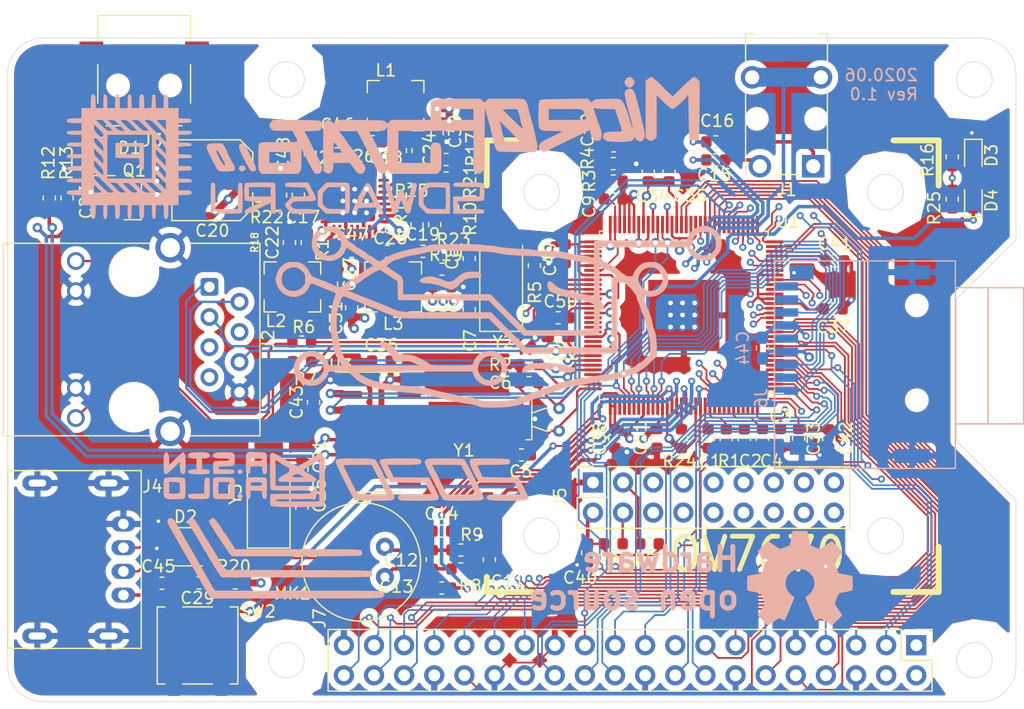
<source format=kicad_pcb>
(kicad_pcb (version 20171130) (host pcbnew "(5.1.5)-3")
  (layers (0 F.Cu signal) (1 In1.Cu signal) (2 In2.Cu signal) (31 B.Cu signal) (34 B.Paste user) (35 F.Paste user) (36 B.SilkS user) (37 F.SilkS user) (38 B.Mask user) (39 F.Mask user) (44 Edge.Cuts user))
  (net 0 "")
  (net 1 GND)
  (net 2 "Net-(C1-Pad1)")
  (net 3 "Net-(C2-Pad1)")
  (net 4 "Net-(C3-Pad1)")
  (net 5 "Net-(C6-Pad2)")
  (net 6 "Net-(C7-Pad2)")
  (net 7 "Net-(C8-Pad2)")
  (net 8 +3V3)
  (net 9 +1V8)
  (net 10 +1V2)
  (net 11 +5V)
  (net 12 "Net-(R5-Pad2)")
  (net 13 "Net-(R2-Pad1)")
  (net 14 "Net-(J3-Pad1)")
  (net 15 "Net-(C15-Pad2)")
  (net 16 AUDIO_L)
  (net 17 "Net-(C16-Pad2)")
  (net 18 AUDIO_R)
  (net 19 "Net-(C17-Pad1)")
  (net 20 "Net-(C18-Pad1)")
  (net 21 "Net-(C19-Pad1)")
  (net 22 "Net-(C22-Pad1)")
  (net 23 "Net-(C24-Pad1)")
  (net 24 "Net-(C26-Pad2)")
  (net 25 "Net-(C26-Pad1)")
  (net 26 "Net-(C27-Pad2)")
  (net 27 "Net-(C27-Pad1)")
  (net 28 "Net-(C28-Pad2)")
  (net 29 "Net-(C28-Pad1)")
  (net 30 "Net-(D1-Pad1)")
  (net 31 USB1_D+)
  (net 32 USB1_D-)
  (net 33 HPCOM)
  (net 34 "Net-(J2-Pad12)")
  (net 35 "Net-(J2-Pad9)")
  (net 36 EPHY_RX-)
  (net 37 EPHY_RX+)
  (net 38 EPHY_TX-)
  (net 39 EPHY_TX+)
  (net 40 SDC0_D1)
  (net 41 SDC0_D0)
  (net 42 SDC0_CLK)
  (net 43 SDC0_CMD)
  (net 44 SDC0_D3)
  (net 45 SDC0_D2)
  (net 46 PE6)
  (net 47 PE7)
  (net 48 PE17)
  (net 49 PE16)
  (net 50 PE18)
  (net 51 PE19)
  (net 52 PB4\PWM0)
  (net 53 PE20)
  (net 54 PE23\UART1_RTS)
  (net 55 PG5\SDC1_D3)
  (net 56 PE24\UART1_CRS)
  (net 57 PG4\SDC1_D2)
  (net 58 PG3\SDC1_D1)
  (net 59 PC1\SPI0_CLK)
  (net 60 PG2\SDC1_D0)
  (net 61 PC0\SPI0_MISO)
  (net 62 PC3\SPI0_MOSI)
  (net 63 PG1\SDC1_CMD)
  (net 64 PG0\SDC1_CLK)
  (net 65 PB3\UART2_CTS)
  (net 66 PB2\UART2_RTS)
  (net 67 PB5\PWM1)
  (net 68 PF6)
  (net 69 PB9\UART0_RX)
  (net 70 PB8\UART0_TX)
  (net 71 PC2\SPI0_CS)
  (net 72 PE21\TWI1_SCL)
  (net 73 PE22\TWI1_SDA)
  (net 74 HBIAS)
  (net 75 MICIN1N)
  (net 76 MICIN1P)
  (net 77 RST)
  (net 78 "Net-(C5-Pad2)")
  (net 79 EPHY_LED_SPD)
  (net 80 EPHY_LED_LINK)
  (net 81 "Net-(C10-Pad1)")
  (net 82 TWI0_SDA)
  (net 83 TWI0_SCL)
  (net 84 UART2_RX)
  (net 85 UART2_TX)
  (net 86 CSI_PCLK)
  (net 87 CSI_MCLK)
  (net 88 CSI_HSYNK)
  (net 89 CSI_VSYNK)
  (net 90 CAM_EN)
  (net 91 CAM_RST)
  (net 92 CSI_D0)
  (net 93 CSI_D1)
  (net 94 CSI_D2)
  (net 95 CSI_D3)
  (net 96 CSI_D4)
  (net 97 CSI_D5)
  (net 98 CSI_D6)
  (net 99 CSI_D7)
  (net 100 "Net-(R15-Pad1)")
  (net 101 "Net-(R17-Pad2)")
  (net 102 "Net-(R10-Pad2)")
  (net 103 "Net-(R19-Pad2)")
  (net 104 "Net-(R11-Pad1)")
  (net 105 "Net-(R14-Pad1)")
  (net 106 "Net-(R18-Pad2)")
  (net 107 "Net-(C25-Pad1)")
  (net 108 "Net-(C21-Pad2)")
  (net 109 "Net-(R13-Pad1)")
  (net 110 "Net-(R12-Pad1)")
  (net 111 "Net-(C12-Pad2)")
  (net 112 "Net-(C12-Pad1)")
  (net 113 "Net-(R24-Pad2)")
  (net 114 "Net-(D1-Pad3)")
  (net 115 "Net-(D3-Pad2)")
  (net 116 "Net-(D4-Pad2)")
  (module Resistor_SMD:R_0603_1608Metric (layer F.Cu) (at 79.756 67.056 180)
    (fp_text reference R27 (at -0.127 -1.397) (layer F.SilkS))
    (fp_text value 4.7K)
    (pad 2 smd roundrect (at 0.7875 0 180) (size 0.875 0.95) (layers F.Cu F.Paste F.Mask) (net 82 TWI0_SDA))
    (pad 1 smd roundrect (at -0.7875 0 180) (size 0.875 0.95) (layers F.Cu F.Paste F.Mask) (net 8 +3V3))
  )
  (module Resistor_SMD:R_0603_1608Metric (layer F.Cu) (at 76.708 67.056)
    (fp_text reference R26 (at 0 1.4605) (layer F.SilkS))
    (fp_text value 4.7K)
    (pad 2 smd roundrect (at 0.7875 0) (size 0.875 0.95) (layers F.Cu F.Paste F.Mask) (net 83 TWI0_SCL))
    (pad 1 smd roundrect (at -0.7875 0) (size 0.875 0.95) (layers F.Cu F.Paste F.Mask) (net 8 +3V3))
  )
  (module Resistor_SMD:R_0603_1608Metric (layer F.Cu) (at 105.283 37.973 270)
    (fp_text reference R25 (at 0.762 1.524 90) (layer F.SilkS))
    (fp_text value 200R)
    (pad 2 smd roundrect (at 0.7875 0 270) (size 0.875 0.95) (layers F.Cu F.Paste F.Mask) (net 116 "Net-(D4-Pad2)"))
    (pad 1 smd roundrect (at -0.7875 0 270) (size 0.875 0.95) (layers F.Cu F.Paste F.Mask) (net 8 +3V3))
  )
  (module Resistor_SMD:R_0603_1608Metric (layer F.Cu) (at 105.283 34.417 90)
    (fp_text reference R16 (at -0.254 -2.0955 90) (layer F.SilkS))
    (fp_text value 300R)
    (pad 2 smd roundrect (at 0.7875 0 90) (size 0.875 0.95) (layers F.Cu F.Paste F.Mask) (net 115 "Net-(D3-Pad2)"))
    (pad 1 smd roundrect (at -0.7875 0 90) (size 0.875 0.95) (layers F.Cu F.Paste F.Mask) (net 8 +3V3))
  )
  (module LED_SMD:LED_0603_1608Metric (layer F.Cu) (at 107.061 37.973 90)
    (fp_text reference D4 (at -0.127 1.524 90) (layer F.SilkS))
    (fp_text value Green)
    (pad 2 smd roundrect (at 0.7875 0 90) (size 0.875 0.95) (layers F.Cu F.Paste F.Mask) (net 116 "Net-(D4-Pad2)"))
    (pad 1 smd roundrect (at -0.7875 0 90) (size 0.875 0.95) (layers F.Cu F.Paste F.Mask) (net 68 PF6))
  )
  (module LED_SMD:LED_0603_1608Metric (layer F.Cu) (at 107.061 34.417 270)
    (fp_text reference D3 (at -0.127 -1.524 90) (layer F.SilkS))
    (fp_text value Red)
    (pad 2 smd roundrect (at 0.7875 0 270) (size 0.875 0.95) (layers F.Cu F.Paste F.Mask) (net 115 "Net-(D3-Pad2)"))
    (pad 1 smd roundrect (at -0.7875 0 270) (size 0.875 0.95) (layers F.Cu F.Paste F.Mask) (net 1 GND))
  )
  (module Connector_USB:USB_A_C42421 (layer F.Cu) (at 35.654 68.384 270)
    (fp_text reference J4 (at -6.154 -2.192) (layer F.SilkS))
    (fp_text value USB_A)
    (pad 4 thru_hole oval (at -3 0.25 270) (size 1.27 2) (drill 0.9) (layers *.Cu *.Mask) (net 1 GND))
    (pad 3 thru_hole oval (at -1 0.25 270) (size 1.27 2) (drill 0.9) (layers *.Cu *.Mask) (net 31 USB1_D+))
    (pad 2 thru_hole oval (at 1 0.25 270) (size 1.27 2) (drill 0.9) (layers *.Cu *.Mask) (net 32 USB1_D-))
    (pad 1 thru_hole oval (at 3 0.25 270) (size 1.27 2) (drill 0.9) (layers *.Cu *.Mask) (net 11 +5V))
    (pad 5 thru_hole oval (at -6.45 7.5 270) (size 1.27 2.54) (drill oval 0.6 1.5) (layers *.Cu *.Mask) (net 1 GND))
    (pad 5 thru_hole oval (at 6.45 7.5 270) (size 1.27 2.54) (drill oval 0.6 1.5) (layers *.Cu *.Mask) (net 1 GND))
    (pad 5 thru_hole oval (at -6.45 1.5 270) (size 1.27 2.54) (drill oval 0.6 1.5) (layers *.Cu *.Mask) (net 1 GND))
    (pad 5 thru_hole oval (at 6.45 1.5 270) (size 1.27 2.54) (drill oval 0.6 1.5) (layers *.Cu *.Mask) (net 1 GND))
  )
  (module Connector_Card:microSD_TF115K (layer B.Cu) (at 90.297 51.943 270)
    (fp_text reference J6 (at 2.842 1.123 270) (layer B.SilkS) (effects (justify mirror)))
    (fp_text value Micro_SD_Card)
    (pad "" np_thru_hole circle (at 3 -12 270) (size 1 1) (drill 1) (layers *.Cu *.Mask))
    (pad "" np_thru_hole circle (at -5 -12 270) (size 1 1) (drill 1) (layers *.Cu *.Mask))
    (pad 9 smd rect (at 6.8 -2.3 270) (size 1.6 2) (layers B.Cu B.Paste B.Mask) (net 1 GND))
    (pad 9 smd rect (at 7.7 -11.6 270) (size 1.2 3) (layers B.Cu B.Paste B.Mask) (net 1 GND))
    (pad 9 smd rect (at -7.8 -11.6 270) (size 1.2 3) (layers B.Cu B.Paste B.Mask) (net 1 GND))
    (pad 9 smd rect (at -7.8 -2.3 270) (size 1.2 2) (layers B.Cu B.Paste B.Mask) (net 1 GND))
    (pad CD smd rect (at -6.6 -1 270) (size 0.7 2) (layers B.Cu B.Paste B.Mask))
    (pad 8 smd rect (at -5.5 -1 270) (size 0.7 2) (layers B.Cu B.Paste B.Mask) (net 40 SDC0_D1))
    (pad 7 smd rect (at -4.4 -1 270) (size 0.7 2) (layers B.Cu B.Paste B.Mask) (net 41 SDC0_D0))
    (pad 6 smd rect (at -3.3 -1 270) (size 0.7 2) (layers B.Cu B.Paste B.Mask) (net 1 GND))
    (pad 5 smd rect (at -2.2 -1 270) (size 0.7 2) (layers B.Cu B.Paste B.Mask) (net 42 SDC0_CLK))
    (pad 4 smd rect (at -1.1 -1 270) (size 0.7 2) (layers B.Cu B.Paste B.Mask) (net 8 +3V3))
    (pad 1 smd rect (at 2.2 -1 270) (size 0.7 2) (layers B.Cu B.Paste B.Mask) (net 45 SDC0_D2))
    (pad 2 smd rect (at 1.1 -1 270) (size 0.7 2) (layers B.Cu B.Paste B.Mask) (net 44 SDC0_D3))
    (pad 3 smd rect (at 0 -1 270) (size 0.7 2) (layers B.Cu B.Paste B.Mask) (net 43 SDC0_CMD))
  )
  (module Symbol:OSHW-Symbol_8.9x8mm_SilkScreen (layer B.Cu) (at 92.456 69.977 180)
    (fp_text reference REF** hide)
    (fp_text value OSHW-Symbol_8.9x8mm_SilkScreen hide)
  )
  (module logo:logo (layer B.Cu) (at 69.342 51.943 180)
    (fp_text reference G*** hide)
    (fp_text value LOGO hide)
  )
  (module Sensor_Audio:MIC_10mm (layer F.Cu) (at 55.454 68.584 270)
    (fp_text reference MK1 (at 2.663 5.797) (layer F.SilkS))
    (fp_text value Microphone)
    (pad 1 thru_hole circle (at -1.27 -2 270) (size 1.524 1.524) (drill 0.762) (layers *.Cu *.Mask) (net 111 "Net-(C12-Pad2)"))
    (pad 2 thru_hole circle (at 1.27 -2 270) (size 1.524 1.524) (drill 0.762) (layers *.Cu *.Mask) (net 112 "Net-(C12-Pad1)"))
  )
  (module Resistor_SMD:R_0603_1608Metric (layer F.Cu) (at 63.154 38.634 270)
    (fp_text reference R10 (at 0.99 -1.489 90) (layer F.SilkS))
    (fp_text value 50k)
    (pad 2 smd roundrect (at 0.7875 0 270) (size 0.875 0.95) (layers F.Cu F.Paste F.Mask) (net 102 "Net-(R10-Pad2)"))
    (pad 1 smd roundrect (at -0.7875 0 270) (size 0.875 0.95) (layers F.Cu F.Paste F.Mask) (net 1 GND))
  )
  (module Package_QFP:LQFP-128_14x14mm_P0.4mm (layer F.Cu) (at 82.654 47.784 180)
    (fp_text reference U1 (at -8.786 7.906) (layer F.SilkS))
    (fp_text value Allwinner_V3S)
    (pad 129 smd rect (at 0 0 180) (size 6 6) (layers F.Cu F.Paste F.Mask) (net 1 GND))
    (pad 128 smd roundrect (at -6.2 -7.6625 180) (size 0.25 1.475) (layers F.Cu F.Paste F.Mask) (net 55 PG5\SDC1_D3))
    (pad 127 smd roundrect (at -5.8 -7.6625 180) (size 0.25 1.475) (layers F.Cu F.Paste F.Mask) (net 8 +3V3))
    (pad 126 smd roundrect (at -5.4 -7.6625 180) (size 0.25 1.475) (layers F.Cu F.Paste F.Mask) (net 10 +1V2))
    (pad 125 smd roundrect (at -5 -7.6625 180) (size 0.25 1.475) (layers F.Cu F.Paste F.Mask) (net 33 HPCOM))
    (pad 124 smd roundrect (at -4.6 -7.6625 180) (size 0.25 1.475) (layers F.Cu F.Paste F.Mask) (net 33 HPCOM))
    (pad 123 smd roundrect (at -4.2 -7.6625 180) (size 0.25 1.475) (layers F.Cu F.Paste F.Mask) (net 4 "Net-(C3-Pad1)"))
    (pad 122 smd roundrect (at -3.8 -7.6625 180) (size 0.25 1.475) (layers F.Cu F.Paste F.Mask) (net 8 +3V3))
    (pad 121 smd roundrect (at -3.4 -7.6625 180) (size 0.25 1.475) (layers F.Cu F.Paste F.Mask) (net 16 AUDIO_L))
    (pad 120 smd roundrect (at -3 -7.6625 180) (size 0.25 1.475) (layers F.Cu F.Paste F.Mask) (net 18 AUDIO_R))
    (pad 119 smd roundrect (at -2.6 -7.6625 180) (size 0.25 1.475) (layers F.Cu F.Paste F.Mask) (net 74 HBIAS))
    (pad 118 smd roundrect (at -2.2 -7.6625 180) (size 0.25 1.475) (layers F.Cu F.Paste F.Mask) (net 3 "Net-(C2-Pad1)"))
    (pad 117 smd roundrect (at -1.8 -7.6625 180) (size 0.25 1.475) (layers F.Cu F.Paste F.Mask) (net 2 "Net-(C1-Pad1)"))
    (pad 116 smd roundrect (at -1.4 -7.6625 180) (size 0.25 1.475) (layers F.Cu F.Paste F.Mask) (net 1 GND))
    (pad 115 smd roundrect (at -1 -7.6625 180) (size 0.25 1.475) (layers F.Cu F.Paste F.Mask) (net 8 +3V3))
    (pad 114 smd roundrect (at -0.6 -7.6625 180) (size 0.25 1.475) (layers F.Cu F.Paste F.Mask) (net 75 MICIN1N))
    (pad 113 smd roundrect (at -0.2 -7.6625 180) (size 0.25 1.475) (layers F.Cu F.Paste F.Mask) (net 76 MICIN1P))
    (pad 112 smd roundrect (at 0.2 -7.6625 180) (size 0.25 1.475) (layers F.Cu F.Paste F.Mask) (net 113 "Net-(R24-Pad2)"))
    (pad 111 smd roundrect (at 0.6 -7.6625 180) (size 0.25 1.475) (layers F.Cu F.Paste F.Mask) (net 31 USB1_D+))
    (pad 110 smd roundrect (at 1 -7.6625 180) (size 0.25 1.475) (layers F.Cu F.Paste F.Mask) (net 32 USB1_D-))
    (pad 109 smd roundrect (at 1.4 -7.6625 180) (size 0.25 1.475) (layers F.Cu F.Paste F.Mask) (net 8 +3V3))
    (pad 108 smd roundrect (at 1.8 -7.6625 180) (size 0.25 1.475) (layers F.Cu F.Paste F.Mask) (net 10 +1V2))
    (pad 107 smd roundrect (at 2.2 -7.6625 180) (size 0.25 1.475) (layers F.Cu F.Paste F.Mask) (net 40 SDC0_D1))
    (pad 106 smd roundrect (at 2.6 -7.6625 180) (size 0.25 1.475) (layers F.Cu F.Paste F.Mask) (net 41 SDC0_D0))
    (pad 105 smd roundrect (at 3 -7.6625 180) (size 0.25 1.475) (layers F.Cu F.Paste F.Mask) (net 42 SDC0_CLK))
    (pad 104 smd roundrect (at 3.4 -7.6625 180) (size 0.25 1.475) (layers F.Cu F.Paste F.Mask) (net 8 +3V3))
    (pad 103 smd roundrect (at 3.8 -7.6625 180) (size 0.25 1.475) (layers F.Cu F.Paste F.Mask) (net 43 SDC0_CMD))
    (pad 102 smd roundrect (at 4.2 -7.6625 180) (size 0.25 1.475) (layers F.Cu F.Paste F.Mask) (net 44 SDC0_D3))
    (pad 101 smd roundrect (at 4.6 -7.6625 180) (size 0.25 1.475) (layers F.Cu F.Paste F.Mask) (net 45 SDC0_D2))
    (pad 100 smd roundrect (at 5 -7.6625 180) (size 0.25 1.475) (layers F.Cu F.Paste F.Mask) (net 68 PF6))
    (pad 99 smd roundrect (at 5.4 -7.6625 180) (size 0.25 1.475) (layers F.Cu F.Paste F.Mask) (net 77 RST))
    (pad 98 smd roundrect (at 5.8 -7.6625 180) (size 0.25 1.475) (layers F.Cu F.Paste F.Mask) (net 8 +3V3))
    (pad 97 smd roundrect (at 6.2 -7.6625 180) (size 0.25 1.475) (layers F.Cu F.Paste F.Mask) (net 8 +3V3))
    (pad 96 smd roundrect (at 7.6625 -6.2 180) (size 1.475 0.25) (layers F.Cu F.Paste F.Mask) (net 78 "Net-(C5-Pad2)"))
    (pad 95 smd roundrect (at 7.6625 -5.8 180) (size 1.475 0.25) (layers F.Cu F.Paste F.Mask) (net 5 "Net-(C6-Pad2)"))
    (pad 94 smd roundrect (at 7.6625 -5.4 180) (size 1.475 0.25) (layers F.Cu F.Paste F.Mask) (net 13 "Net-(R2-Pad1)"))
    (pad 93 smd roundrect (at 7.6625 -5 180) (size 1.475 0.25) (layers F.Cu F.Paste F.Mask) (net 8 +3V3))
    (pad 92 smd roundrect (at 7.6625 -4.6 180) (size 1.475 0.25) (layers F.Cu F.Paste F.Mask) (net 39 EPHY_TX+))
    (pad 91 smd roundrect (at 7.6625 -4.2 180) (size 1.475 0.25) (layers F.Cu F.Paste F.Mask) (net 38 EPHY_TX-))
    (pad 90 smd roundrect (at 7.6625 -3.8 180) (size 1.475 0.25) (layers F.Cu F.Paste F.Mask) (net 37 EPHY_RX+))
    (pad 89 smd roundrect (at 7.6625 -3.4 180) (size 1.475 0.25) (layers F.Cu F.Paste F.Mask) (net 36 EPHY_RX-))
    (pad 88 smd roundrect (at 7.6625 -3 180) (size 1.475 0.25) (layers F.Cu F.Paste F.Mask) (net 10 +1V2))
    (pad 87 smd roundrect (at 7.6625 -2.6 180) (size 1.475 0.25) (layers F.Cu F.Paste F.Mask))
    (pad 86 smd roundrect (at 7.6625 -2.2 180) (size 1.475 0.25) (layers F.Cu F.Paste F.Mask))
    (pad 85 smd roundrect (at 7.6625 -1.8 180) (size 1.475 0.25) (layers F.Cu F.Paste F.Mask) (net 8 +3V3))
    (pad 84 smd roundrect (at 7.6625 -1.4 180) (size 1.475 0.25) (layers F.Cu F.Paste F.Mask))
    (pad 83 smd roundrect (at 7.6625 -1 180) (size 1.475 0.25) (layers F.Cu F.Paste F.Mask))
    (pad 82 smd roundrect (at 7.6625 -0.6 180) (size 1.475 0.25) (layers F.Cu F.Paste F.Mask))
    (pad 81 smd roundrect (at 7.6625 -0.2 180) (size 1.475 0.25) (layers F.Cu F.Paste F.Mask))
    (pad 80 smd roundrect (at 7.6625 0.2 180) (size 1.475 0.25) (layers F.Cu F.Paste F.Mask) (net 10 +1V2))
    (pad 79 smd roundrect (at 7.6625 0.6 180) (size 1.475 0.25) (layers F.Cu F.Paste F.Mask) (net 9 +1V8))
    (pad 78 smd roundrect (at 7.6625 1 180) (size 1.475 0.25) (layers F.Cu F.Paste F.Mask) (net 79 EPHY_LED_SPD))
    (pad 77 smd roundrect (at 7.6625 1.4 180) (size 1.475 0.25) (layers F.Cu F.Paste F.Mask) (net 80 EPHY_LED_LINK))
    (pad 76 smd roundrect (at 7.6625 1.8 180) (size 1.475 0.25) (layers F.Cu F.Paste F.Mask) (net 8 +3V3))
    (pad 75 smd roundrect (at 7.6625 2.2 180) (size 1.475 0.25) (layers F.Cu F.Paste F.Mask) (net 6 "Net-(C7-Pad2)"))
    (pad 74 smd roundrect (at 7.6625 2.6 180) (size 1.475 0.25) (layers F.Cu F.Paste F.Mask) (net 7 "Net-(C8-Pad2)"))
    (pad 73 smd roundrect (at 7.6625 3 180) (size 1.475 0.25) (layers F.Cu F.Paste F.Mask) (net 12 "Net-(R5-Pad2)"))
    (pad 72 smd roundrect (at 7.6625 3.4 180) (size 1.475 0.25) (layers F.Cu F.Paste F.Mask) (net 9 +1V8))
    (pad 71 smd roundrect (at 7.6625 3.8 180) (size 1.475 0.25) (layers F.Cu F.Paste F.Mask) (net 81 "Net-(C10-Pad1)"))
    (pad 70 smd roundrect (at 7.6625 4.2 180) (size 1.475 0.25) (layers F.Cu F.Paste F.Mask) (net 9 +1V8))
    (pad 69 smd roundrect (at 7.6625 4.6 180) (size 1.475 0.25) (layers F.Cu F.Paste F.Mask) (net 9 +1V8))
    (pad 68 smd roundrect (at 7.6625 5 180) (size 1.475 0.25) (layers F.Cu F.Paste F.Mask) (net 9 +1V8))
    (pad 67 smd roundrect (at 7.6625 5.4 180) (size 1.475 0.25) (layers F.Cu F.Paste F.Mask) (net 9 +1V8))
    (pad 66 smd roundrect (at 7.6625 5.8 180) (size 1.475 0.25) (layers F.Cu F.Paste F.Mask) (net 9 +1V8))
    (pad 65 smd roundrect (at 7.6625 6.2 180) (size 1.475 0.25) (layers F.Cu F.Paste F.Mask) (net 9 +1V8))
    (pad 64 smd roundrect (at 6.2 7.6625 180) (size 0.25 1.475) (layers F.Cu F.Paste F.Mask) (net 10 +1V2))
    (pad 63 smd roundrect (at 5.8 7.6625 180) (size 0.25 1.475) (layers F.Cu F.Paste F.Mask) (net 81 "Net-(C10-Pad1)"))
    (pad 62 smd roundrect (at 5.4 7.6625 180) (size 0.25 1.475) (layers F.Cu F.Paste F.Mask) (net 9 +1V8))
    (pad 61 smd roundrect (at 5 7.6625 180) (size 0.25 1.475) (layers F.Cu F.Paste F.Mask) (net 9 +1V8))
    (pad 60 smd roundrect (at 4.6 7.6625 180) (size 0.25 1.475) (layers F.Cu F.Paste F.Mask) (net 9 +1V8))
    (pad 59 smd roundrect (at 4.2 7.6625 180) (size 0.25 1.475) (layers F.Cu F.Paste F.Mask) (net 9 +1V8))
    (pad 58 smd roundrect (at 3.8 7.6625 180) (size 0.25 1.475) (layers F.Cu F.Paste F.Mask) (net 10 +1V2))
    (pad 57 smd roundrect (at 3.4 7.6625 180) (size 0.25 1.475) (layers F.Cu F.Paste F.Mask) (net 8 +3V3))
    (pad 56 smd roundrect (at 3 7.6625 180) (size 0.25 1.475) (layers F.Cu F.Paste F.Mask) (net 10 +1V2))
    (pad 55 smd roundrect (at 2.6 7.6625 180) (size 0.25 1.475) (layers F.Cu F.Paste F.Mask) (net 62 PC3\SPI0_MOSI))
    (pad 54 smd roundrect (at 2.2 7.6625 180) (size 0.25 1.475) (layers F.Cu F.Paste F.Mask) (net 71 PC2\SPI0_CS))
    (pad 53 smd roundrect (at 1.8 7.6625 180) (size 0.25 1.475) (layers F.Cu F.Paste F.Mask) (net 59 PC1\SPI0_CLK))
    (pad 52 smd roundrect (at 1.4 7.6625 180) (size 0.25 1.475) (layers F.Cu F.Paste F.Mask) (net 61 PC0\SPI0_MISO))
    (pad 51 smd roundrect (at 1 7.6625 180) (size 0.25 1.475) (layers F.Cu F.Paste F.Mask) (net 10 +1V2))
    (pad 50 smd roundrect (at 0.6 7.6625 180) (size 0.25 1.475) (layers F.Cu F.Paste F.Mask) (net 8 +3V3))
    (pad 49 smd roundrect (at 0.2 7.6625 180) (size 0.25 1.475) (layers F.Cu F.Paste F.Mask) (net 69 PB9\UART0_RX))
    (pad 48 smd roundrect (at -0.2 7.6625 180) (size 0.25 1.475) (layers F.Cu F.Paste F.Mask) (net 70 PB8\UART0_TX))
    (pad 47 smd roundrect (at -0.6 7.6625 180) (size 0.25 1.475) (layers F.Cu F.Paste F.Mask) (net 10 +1V2))
    (pad 46 smd roundrect (at -1 7.6625 180) (size 0.25 1.475) (layers F.Cu F.Paste F.Mask) (net 82 TWI0_SDA))
    (pad 45 smd roundrect (at -1.4 7.6625 180) (size 0.25 1.475) (layers F.Cu F.Paste F.Mask) (net 83 TWI0_SCL))
    (pad 44 smd roundrect (at -1.8 7.6625 180) (size 0.25 1.475) (layers F.Cu F.Paste F.Mask) (net 67 PB5\PWM1))
    (pad 43 smd roundrect (at -2.2 7.6625 180) (size 0.25 1.475) (layers F.Cu F.Paste F.Mask) (net 52 PB4\PWM0))
    (pad 42 smd roundrect (at -2.6 7.6625 180) (size 0.25 1.475) (layers F.Cu F.Paste F.Mask) (net 65 PB3\UART2_CTS))
    (pad 41 smd roundrect (at -3 7.6625 180) (size 0.25 1.475) (layers F.Cu F.Paste F.Mask) (net 66 PB2\UART2_RTS))
    (pad 40 smd roundrect (at -3.4 7.6625 180) (size 0.25 1.475) (layers F.Cu F.Paste F.Mask) (net 84 UART2_RX))
    (pad 39 smd roundrect (at -3.8 7.6625 180) (size 0.25 1.475) (layers F.Cu F.Paste F.Mask) (net 85 UART2_TX))
    (pad 38 smd roundrect (at -4.2 7.6625 180) (size 0.25 1.475) (layers F.Cu F.Paste F.Mask) (net 10 +1V2))
    (pad 37 smd roundrect (at -4.6 7.6625 180) (size 0.25 1.475) (layers F.Cu F.Paste F.Mask) (net 86 CSI_PCLK))
    (pad 36 smd roundrect (at -5 7.6625 180) (size 0.25 1.475) (layers F.Cu F.Paste F.Mask) (net 87 CSI_MCLK))
    (pad 35 smd roundrect (at -5.4 7.6625 180) (size 0.25 1.475) (layers F.Cu F.Paste F.Mask) (net 88 CSI_HSYNK))
    (pad 34 smd roundrect (at -5.8 7.6625 180) (size 0.25 1.475) (layers F.Cu F.Paste F.Mask) (net 89 CSI_VSYNK))
    (pad 33 smd roundrect (at -6.2 7.6625 180) (size 0.25 1.475) (layers F.Cu F.Paste F.Mask) (net 90 CAM_EN))
    (pad 32 smd roundrect (at -7.6625 6.2 180) (size 1.475 0.25) (layers F.Cu F.Paste F.Mask) (net 91 CAM_RST))
    (pad 31 smd roundrect (at -7.6625 5.8 180) (size 1.475 0.25) (layers F.Cu F.Paste F.Mask) (net 46 PE6))
    (pad 30 smd roundrect (at -7.6625 5.4 180) (size 1.475 0.25) (layers F.Cu F.Paste F.Mask) (net 47 PE7))
    (pad 29 smd roundrect (at -7.6625 5 180) (size 1.475 0.25) (layers F.Cu F.Paste F.Mask) (net 8 +3V3))
    (pad 28 smd roundrect (at -7.6625 4.6 180) (size 1.475 0.25) (layers F.Cu F.Paste F.Mask) (net 92 CSI_D0))
    (pad 27 smd roundrect (at -7.6625 4.2 180) (size 1.475 0.25) (layers F.Cu F.Paste F.Mask) (net 93 CSI_D1))
    (pad 26 smd roundrect (at -7.6625 3.8 180) (size 1.475 0.25) (layers F.Cu F.Paste F.Mask) (net 10 +1V2))
    (pad 25 smd roundrect (at -7.6625 3.4 180) (size 1.475 0.25) (layers F.Cu F.Paste F.Mask) (net 10 +1V2))
    (pad 24 smd roundrect (at -7.6625 3 180) (size 1.475 0.25) (layers F.Cu F.Paste F.Mask) (net 94 CSI_D2))
    (pad 23 smd roundrect (at -7.6625 2.6 180) (size 1.475 0.25) (layers F.Cu F.Paste F.Mask) (net 95 CSI_D3))
    (pad 22 smd roundrect (at -7.6625 2.2 180) (size 1.475 0.25) (layers F.Cu F.Paste F.Mask) (net 96 CSI_D4))
    (pad 21 smd roundrect (at -7.6625 1.8 180) (size 1.475 0.25) (layers F.Cu F.Paste F.Mask) (net 10 +1V2))
    (pad 20 smd roundrect (at -7.6625 1.4 180) (size 1.475 0.25) (layers F.Cu F.Paste F.Mask) (net 10 +1V2))
    (pad 19 smd roundrect (at -7.6625 1 180) (size 1.475 0.25) (layers F.Cu F.Paste F.Mask) (net 10 +1V2))
    (pad 18 smd roundrect (at -7.6625 0.6 180) (size 1.475 0.25) (layers F.Cu F.Paste F.Mask) (net 97 CSI_D5))
    (pad 17 smd roundrect (at -7.6625 0.2 180) (size 1.475 0.25) (layers F.Cu F.Paste F.Mask) (net 98 CSI_D6))
    (pad 16 smd roundrect (at -7.6625 -0.2 180) (size 1.475 0.25) (layers F.Cu F.Paste F.Mask) (net 99 CSI_D7))
    (pad 15 smd roundrect (at -7.6625 -0.6 180) (size 1.475 0.25) (layers F.Cu F.Paste F.Mask) (net 49 PE16))
    (pad 14 smd roundrect (at -7.6625 -1 180) (size 1.475 0.25) (layers F.Cu F.Paste F.Mask) (net 48 PE17))
    (pad 13 smd roundrect (at -7.6625 -1.4 180) (size 1.475 0.25) (layers F.Cu F.Paste F.Mask) (net 50 PE18))
    (pad 12 smd roundrect (at -7.6625 -1.8 180) (size 1.475 0.25) (layers F.Cu F.Paste F.Mask) (net 8 +3V3))
    (pad 11 smd roundrect (at -7.6625 -2.2 180) (size 1.475 0.25) (layers F.Cu F.Paste F.Mask) (net 51 PE19))
    (pad 10 smd roundrect (at -7.6625 -2.6 180) (size 1.475 0.25) (layers F.Cu F.Paste F.Mask) (net 53 PE20))
    (pad 9 smd roundrect (at -7.6625 -3 180) (size 1.475 0.25) (layers F.Cu F.Paste F.Mask) (net 72 PE21\TWI1_SCL))
    (pad 8 smd roundrect (at -7.6625 -3.4 180) (size 1.475 0.25) (layers F.Cu F.Paste F.Mask) (net 73 PE22\TWI1_SDA))
    (pad 7 smd roundrect (at -7.6625 -3.8 180) (size 1.475 0.25) (layers F.Cu F.Paste F.Mask) (net 54 PE23\UART1_RTS))
    (pad 6 smd roundrect (at -7.6625 -4.2 180) (size 1.475 0.25) (layers F.Cu F.Paste F.Mask) (net 56 PE24\UART1_CRS))
    (pad 5 smd roundrect (at -7.6625 -4.6 180) (size 1.475 0.25) (layers F.Cu F.Paste F.Mask) (net 64 PG0\SDC1_CLK))
    (pad 4 smd roundrect (at -7.6625 -5 180) (size 1.475 0.25) (layers F.Cu F.Paste F.Mask) (net 63 PG1\SDC1_CMD))
    (pad 3 smd roundrect (at -7.6625 -5.4 180) (size 1.475 0.25) (layers F.Cu F.Paste F.Mask) (net 60 PG2\SDC1_D0))
    (pad 2 smd roundrect (at -7.6625 -5.8 180) (size 1.475 0.25) (layers F.Cu F.Paste F.Mask) (net 58 PG3\SDC1_D1))
    (pad 1 smd roundrect (at -7.6625 -6.2 180) (size 1.475 0.25) (layers F.Cu F.Paste F.Mask) (net 57 PG4\SDC1_D2))
  )
  (module Crystal:Crystal_C38-LF_D3.0mm_L8.0mm_Horizontal_1EP_style1 (layer F.Cu) (at 72.136 55.626 270)
    (fp_text reference Y1 (at 3.556 8.001) (layer F.SilkS))
    (fp_text value 32kHz)
    (pad 3 smd rect (at 0.95 7 270) (size 3 8) (layers F.Cu F.Paste F.Mask))
    (pad 2 thru_hole circle (at 1.9 0 270) (size 1 1) (drill 0.5) (layers *.Cu *.Mask) (net 78 "Net-(C5-Pad2)"))
    (pad 1 thru_hole circle (at 0 0 270) (size 1 1) (drill 0.5) (layers *.Cu *.Mask) (net 5 "Net-(C6-Pad2)"))
  )
  (module Capacitor_SMD:C_0603_1608Metric_Pad1.05x0.95mm_HandSolder (layer F.Cu) (at 72.054 49.584 180)
    (fp_text reference C52 (at -0.336 -1.43) (layer F.SilkS))
    (fp_text value 10u)
    (pad 2 smd roundrect (at 0.875 0 180) (size 1.05 0.95) (layers F.Cu F.Paste F.Mask) (net 1 GND))
    (pad 1 smd roundrect (at -0.875 0 180) (size 1.05 0.95) (layers F.Cu F.Paste F.Mask) (net 10 +1V2))
  )
  (module Capacitor_SMD:C_0603_1608Metric (layer F.Cu) (at 80.391 58.166 270)
    (fp_text reference C51 (at 0 1.397 90) (layer F.SilkS))
    (fp_text value 10u)
    (pad 2 smd roundrect (at 0.7875 0 270) (size 0.875 0.95) (layers F.Cu F.Paste F.Mask) (net 1 GND))
    (pad 1 smd roundrect (at -0.7875 0 270) (size 0.875 0.95) (layers F.Cu F.Paste F.Mask) (net 10 +1V2))
  )
  (module Capacitor_SMD:C_0603_1608Metric_Pad1.05x0.95mm_HandSolder (layer F.Cu) (at 72.054 47.984 180)
    (fp_text reference C50 (at -0.209 1.375) (layer F.SilkS))
    (fp_text value 10u)
    (pad 2 smd roundrect (at 0.875 0 180) (size 1.05 0.95) (layers F.Cu F.Paste F.Mask) (net 1 GND))
    (pad 1 smd roundrect (at -0.875 0 180) (size 1.05 0.95) (layers F.Cu F.Paste F.Mask) (net 9 +1V8))
  )
  (module Capacitor_SMD:C_0603_1608Metric (layer F.Cu) (at 72.654 42.584 270)
    (fp_text reference C49 (at 0.469 1.28 90) (layer F.SilkS))
    (fp_text value 10u)
    (pad 2 smd roundrect (at 0.7875 0 270) (size 0.875 0.95) (layers F.Cu F.Paste F.Mask) (net 1 GND))
    (pad 1 smd roundrect (at -0.7875 0 270) (size 0.875 0.95) (layers F.Cu F.Paste F.Mask) (net 9 +1V8))
  )
  (module Capacitor_SMD:C_0603_1608Metric_Pad1.05x0.95mm_HandSolder (layer F.Cu) (at 50.154 34.134 270)
    (fp_text reference C48 (at 0.029 1.259 90) (layer F.SilkS))
    (fp_text value 10u)
    (pad 2 smd roundrect (at 0.875 0 270) (size 1.05 0.95) (layers F.Cu F.Paste F.Mask) (net 1 GND))
    (pad 1 smd roundrect (at -0.875 0 270) (size 1.05 0.95) (layers F.Cu F.Paste F.Mask) (net 11 +5V))
  )
  (module Capacitor_SMD:C_0603_1608Metric (layer F.Cu) (at 54.654 42.384)
    (fp_text reference C47 (at 0 -1.43) (layer F.SilkS))
    (fp_text value 10u)
    (pad 2 smd roundrect (at 0.7875 0) (size 0.875 0.95) (layers F.Cu F.Paste F.Mask) (net 1 GND))
    (pad 1 smd roundrect (at -0.7875 0) (size 0.875 0.95) (layers F.Cu F.Paste F.Mask) (net 11 +5V))
  )
  (module Capacitor_SMD:C_0603_1608Metric (layer F.Cu) (at 53.404 33.134)
    (fp_text reference C46 (at 0.063 -1.43) (layer F.SilkS))
    (fp_text value 10u)
    (pad 2 smd roundrect (at 0.7875 0) (size 0.875 0.95) (layers F.Cu F.Paste F.Mask) (net 1 GND))
    (pad 1 smd roundrect (at -0.7875 0) (size 0.875 0.95) (layers F.Cu F.Paste F.Mask) (net 11 +5V))
  )
  (module Capacitor_SMD:C_0603_1608Metric (layer F.Cu) (at 38.654 70.384)
    (fp_text reference C45 (at -0.3 -1.423) (layer F.SilkS))
    (fp_text value 10u)
    (pad 2 smd roundrect (at 0.7875 0) (size 0.875 0.95) (layers F.Cu F.Paste F.Mask) (net 1 GND))
    (pad 1 smd roundrect (at -0.7875 0) (size 0.875 0.95) (layers F.Cu F.Paste F.Mask) (net 11 +5V))
  )
  (module Resistor_SMD:R_0603_1608Metric (layer F.Cu) (at 82.454 58.184 90)
    (fp_text reference R24 (at -1.887 -0.158) (layer F.SilkS))
    (fp_text value 100k)
    (pad 2 smd roundrect (at 0.7875 0 90) (size 0.875 0.95) (layers F.Cu F.Paste F.Mask) (net 113 "Net-(R24-Pad2)"))
    (pad 1 smd roundrect (at -0.7875 0 90) (size 0.875 0.95) (layers F.Cu F.Paste F.Mask) (net 8 +3V3))
  )
  (module Connector_PinSocket_2.54mm:PinSocket_2x09_P2.54mm_Vertical (layer F.Cu) (at 74.994 61.884 90)
    (fp_text reference J5 (at -1.27 -2.77 90) (layer F.SilkS))
    (fp_text value OV7670)
    (pad 18 thru_hole oval (at -2.54 20.32 90) (size 1.7 1.7) (drill 1) (layers *.Cu *.Mask) (net 91 CAM_RST))
    (pad 17 thru_hole oval (at 0 20.32 90) (size 1.7 1.7) (drill 1) (layers *.Cu *.Mask) (net 90 CAM_EN))
    (pad 16 thru_hole oval (at -2.54 17.78 90) (size 1.7 1.7) (drill 1) (layers *.Cu *.Mask) (net 93 CSI_D1))
    (pad 15 thru_hole oval (at 0 17.78 90) (size 1.7 1.7) (drill 1) (layers *.Cu *.Mask) (net 92 CSI_D0))
    (pad 14 thru_hole oval (at -2.54 15.24 90) (size 1.7 1.7) (drill 1) (layers *.Cu *.Mask) (net 95 CSI_D3))
    (pad 13 thru_hole oval (at 0 15.24 90) (size 1.7 1.7) (drill 1) (layers *.Cu *.Mask) (net 94 CSI_D2))
    (pad 12 thru_hole oval (at -2.54 12.7 90) (size 1.7 1.7) (drill 1) (layers *.Cu *.Mask) (net 97 CSI_D5))
    (pad 11 thru_hole oval (at 0 12.7 90) (size 1.7 1.7) (drill 1) (layers *.Cu *.Mask) (net 96 CSI_D4))
    (pad 10 thru_hole oval (at -2.54 10.16 90) (size 1.7 1.7) (drill 1) (layers *.Cu *.Mask) (net 99 CSI_D7))
    (pad 9 thru_hole oval (at 0 10.16 90) (size 1.7 1.7) (drill 1) (layers *.Cu *.Mask) (net 98 CSI_D6))
    (pad 8 thru_hole oval (at -2.54 7.62 90) (size 1.7 1.7) (drill 1) (layers *.Cu *.Mask) (net 86 CSI_PCLK))
    (pad 7 thru_hole oval (at 0 7.62 90) (size 1.7 1.7) (drill 1) (layers *.Cu *.Mask) (net 87 CSI_MCLK))
    (pad 6 thru_hole oval (at -2.54 5.08 90) (size 1.7 1.7) (drill 1) (layers *.Cu *.Mask) (net 89 CSI_VSYNK))
    (pad 5 thru_hole oval (at 0 5.08 90) (size 1.7 1.7) (drill 1) (layers *.Cu *.Mask) (net 88 CSI_HSYNK))
    (pad 4 thru_hole oval (at -2.54 2.54 90) (size 1.7 1.7) (drill 1) (layers *.Cu *.Mask) (net 83 TWI0_SCL))
    (pad 3 thru_hole oval (at 0 2.54 90) (size 1.7 1.7) (drill 1) (layers *.Cu *.Mask) (net 82 TWI0_SDA))
    (pad 2 thru_hole oval (at -2.54 0 90) (size 1.7 1.7) (drill 1) (layers *.Cu *.Mask) (net 8 +3V3))
    (pad 1 thru_hole rect (at 0 0 90) (size 1.7 1.7) (drill 1) (layers *.Cu *.Mask) (net 1 GND))
  )
  (module Crystal:Crystal_SMD_5032-2Pin_5.0x3.2mm_HandSoldering (layer F.Cu) (at 47.654 62.865 90)
    (fp_text reference Y3 (at 0 -2.8 90) (layer F.SilkS))
    (fp_text value 12MHz)
    (pad 2 smd rect (at 2.6 0 90) (size 3.5 2.4) (layers F.Cu F.Paste F.Mask) (net 108 "Net-(C21-Pad2)"))
    (pad 1 smd rect (at -2.6 0 90) (size 3.5 2.4) (layers F.Cu F.Paste F.Mask) (net 107 "Net-(C25-Pad1)"))
  )
  (module Crystal:Crystal_SMD_5032-2Pin_5.0x3.2mm_HandSoldering (layer F.Cu) (at 67.254 44.584 90)
    (fp_text reference Y2 (at -5.454 0.183) (layer F.SilkS))
    (fp_text value 24MHz)
    (pad 2 smd rect (at 2.6 0 90) (size 3.5 2.4) (layers F.Cu F.Paste F.Mask) (net 7 "Net-(C8-Pad2)"))
    (pad 1 smd rect (at -2.6 0 90) (size 3.5 2.4) (layers F.Cu F.Paste F.Mask) (net 6 "Net-(C7-Pad2)"))
  )
  (module Button_Switch_SMD:SW_SPST_B3SL-1022P (layer F.Cu) (at 41.656 75.634 270)
    (fp_text reference SW2 (at -2.863 -5.08) (layer F.SilkS))
    (fp_text value SW_Push)
    (pad 2 smd rect (at -2.88 2 270) (size 2.75 1) (layers F.Cu F.Paste F.Mask) (net 1 GND))
    (pad 2 smd rect (at 2.88 2 270) (size 2.75 1) (layers F.Cu F.Paste F.Mask) (net 1 GND))
    (pad 1 smd rect (at 2.88 -2 270) (size 2.75 1) (layers F.Cu F.Paste F.Mask) (net 77 RST))
    (pad 1 smd rect (at -2.88 -2 270) (size 2.75 1) (layers F.Cu F.Paste F.Mask) (net 77 RST))
  )
  (module Connector_Audio:Jack_3.5mm_Switronic_ST-005-G_horizontal (layer F.Cu) (at 91.313 28.702 270)
    (fp_text reference J1 (at 8.509 0) (layer F.SilkS))
    (fp_text value AudioJack3)
    (pad "" np_thru_hole circle (at 2.5 -2.5 270) (size 1 1) (drill 1) (layers *.Cu *.Mask))
    (pad "" np_thru_hole circle (at 2.5 2.5 270) (size 1 1) (drill 1) (layers *.Cu *.Mask))
    (pad S thru_hole circle (at 6.5 2.25 270) (size 1.9 1.9) (drill 1.2) (layers *.Cu *.Mask) (net 15 "Net-(C15-Pad2)"))
    (pad R thru_hole rect (at 6.5 -2.25 270) (size 1.9 1.9) (drill 1.2) (layers *.Cu *.Mask) (net 17 "Net-(C16-Pad2)"))
    (pad T thru_hole circle (at -1 2.9 270) (size 1.9 1.9) (drill 1.2) (layers *.Cu *.Mask) (net 33 HPCOM))
    (pad T thru_hole circle (at -1 -2.9 270) (size 1.9 1.9) (drill 1.2) (layers *.Cu *.Mask) (net 33 HPCOM))
  )
  (module Capacitor_SMD:CP_Elec_6.3x5.7 (layer F.Cu) (at 42.904 36.384 180)
    (fp_text reference C20 (at 0 -4.256) (layer F.SilkS))
    (fp_text value 47u)
    (pad 2 smd roundrect (at 2.7 0 180) (size 3.5 1.6) (layers F.Cu F.Paste F.Mask) (roundrect_rratio 0.15625) (net 1 GND))
    (pad 1 smd roundrect (at -2.7 0 180) (size 3.5 1.6) (layers F.Cu F.Paste F.Mask) (roundrect_rratio 0.15625) (net 11 +5V))
  )
  (module Package_SO:SOIC-16_3.9x9.9mm_P1.27mm (layer F.Cu) (at 57.023 57.634)
    (fp_text reference U3 (at -3.302 -5.6275) (layer F.SilkS))
    (fp_text value CH340G)
    (pad 16 smd roundrect (at 2.475 -4.445) (size 1.95 0.6) (layers F.Cu F.Paste F.Mask) (net 8 +3V3))
    (pad 15 smd roundrect (at 2.475 -3.175) (size 1.95 0.6) (layers F.Cu F.Paste F.Mask))
    (pad 14 smd roundrect (at 2.475 -1.905) (size 1.95 0.6) (layers F.Cu F.Paste F.Mask))
    (pad 13 smd roundrect (at 2.475 -0.635) (size 1.95 0.6) (layers F.Cu F.Paste F.Mask))
    (pad 12 smd roundrect (at 2.475 0.635) (size 1.95 0.6) (layers F.Cu F.Paste F.Mask))
    (pad 11 smd roundrect (at 2.475 1.905) (size 1.95 0.6) (layers F.Cu F.Paste F.Mask))
    (pad 10 smd roundrect (at 2.475 3.175) (size 1.95 0.6) (layers F.Cu F.Paste F.Mask))
    (pad 9 smd roundrect (at 2.475 4.445) (size 1.95 0.6) (layers F.Cu F.Paste F.Mask))
    (pad 8 smd roundrect (at -2.475 4.445) (size 1.95 0.6) (layers F.Cu F.Paste F.Mask) (net 107 "Net-(C25-Pad1)"))
    (pad 7 smd roundrect (at -2.475 3.175) (size 1.95 0.6) (layers F.Cu F.Paste F.Mask) (net 108 "Net-(C21-Pad2)"))
    (pad 6 smd roundrect (at -2.475 1.905) (size 1.95 0.6) (layers F.Cu F.Paste F.Mask) (net 109 "Net-(R13-Pad1)"))
    (pad 5 smd roundrect (at -2.475 0.635) (size 1.95 0.6) (layers F.Cu F.Paste F.Mask) (net 110 "Net-(R12-Pad1)"))
    (pad 4 smd roundrect (at -2.475 -0.635) (size 1.95 0.6) (layers F.Cu F.Paste F.Mask) (net 8 +3V3))
    (pad 3 smd roundrect (at -2.475 -1.905) (size 1.95 0.6) (layers F.Cu F.Paste F.Mask) (net 85 UART2_TX))
    (pad 2 smd roundrect (at -2.475 -3.175) (size 1.95 0.6) (layers F.Cu F.Paste F.Mask) (net 84 UART2_RX))
    (pad 1 smd roundrect (at -2.475 -4.445) (size 1.95 0.6) (layers F.Cu F.Paste F.Mask) (net 1 GND))
  )
  (module Package_DFN_QFN:QFN-32-1EP_5x5mm_P0.5mm_EP3.45x3.45mm (layer F.Cu) (at 54.904 38.134)
    (fp_text reference U2 (at -3.088 -3.6535) (layer F.SilkS))
    (fp_text value TPS65261)
    (pad 32 smd roundrect (at -1.75 -2.4375) (size 0.25 0.875) (layers F.Cu F.Paste F.Mask))
    (pad 31 smd roundrect (at -1.25 -2.4375) (size 0.25 0.875) (layers F.Cu F.Paste F.Mask))
    (pad 30 smd roundrect (at -0.75 -2.4375) (size 0.25 0.875) (layers F.Cu F.Paste F.Mask) (net 11 +5V))
    (pad 29 smd roundrect (at -0.25 -2.4375) (size 0.25 0.875) (layers F.Cu F.Paste F.Mask) (net 11 +5V))
    (pad 28 smd roundrect (at 0.25 -2.4375) (size 0.25 0.875) (layers F.Cu F.Paste F.Mask) (net 11 +5V))
    (pad 27 smd roundrect (at 0.75 -2.4375) (size 0.25 0.875) (layers F.Cu F.Paste F.Mask) (net 1 GND))
    (pad 26 smd roundrect (at 1.25 -2.4375) (size 0.25 0.875) (layers F.Cu F.Paste F.Mask) (net 24 "Net-(C26-Pad2)"))
    (pad 25 smd roundrect (at 1.75 -2.4375) (size 0.25 0.875) (layers F.Cu F.Paste F.Mask) (net 25 "Net-(C26-Pad1)"))
    (pad 24 smd roundrect (at 2.4375 -1.75) (size 0.875 0.25) (layers F.Cu F.Paste F.Mask) (net 20 "Net-(C18-Pad1)"))
    (pad 23 smd roundrect (at 2.4375 -1.25) (size 0.875 0.25) (layers F.Cu F.Paste F.Mask) (net 100 "Net-(R15-Pad1)"))
    (pad 22 smd roundrect (at 2.4375 -0.75) (size 0.875 0.25) (layers F.Cu F.Paste F.Mask) (net 101 "Net-(R17-Pad2)"))
    (pad 21 smd roundrect (at 2.4375 -0.25) (size 0.875 0.25) (layers F.Cu F.Paste F.Mask) (net 1 GND))
    (pad 20 smd roundrect (at 2.4375 0.25) (size 0.875 0.25) (layers F.Cu F.Paste F.Mask) (net 102 "Net-(R10-Pad2)"))
    (pad 19 smd roundrect (at 2.4375 0.75) (size 0.875 0.25) (layers F.Cu F.Paste F.Mask) (net 103 "Net-(R19-Pad2)"))
    (pad 18 smd roundrect (at 2.4375 1.25) (size 0.875 0.25) (layers F.Cu F.Paste F.Mask) (net 104 "Net-(R11-Pad1)"))
    (pad 17 smd roundrect (at 2.4375 1.75) (size 0.875 0.25) (layers F.Cu F.Paste F.Mask) (net 20 "Net-(C18-Pad1)"))
    (pad 16 smd roundrect (at 1.75 2.4375) (size 0.25 0.875) (layers F.Cu F.Paste F.Mask) (net 29 "Net-(C28-Pad1)"))
    (pad 15 smd roundrect (at 1.25 2.4375) (size 0.25 0.875) (layers F.Cu F.Paste F.Mask) (net 28 "Net-(C28-Pad2)"))
    (pad 14 smd roundrect (at 0.75 2.4375) (size 0.25 0.875) (layers F.Cu F.Paste F.Mask) (net 1 GND))
    (pad 13 smd roundrect (at 0.25 2.4375) (size 0.25 0.875) (layers F.Cu F.Paste F.Mask) (net 11 +5V))
    (pad 12 smd roundrect (at -0.25 2.4375) (size 0.25 0.875) (layers F.Cu F.Paste F.Mask) (net 11 +5V))
    (pad 11 smd roundrect (at -0.75 2.4375) (size 0.25 0.875) (layers F.Cu F.Paste F.Mask) (net 1 GND))
    (pad 10 smd roundrect (at -1.25 2.4375) (size 0.25 0.875) (layers F.Cu F.Paste F.Mask) (net 26 "Net-(C27-Pad2)"))
    (pad 9 smd roundrect (at -1.75 2.4375) (size 0.25 0.875) (layers F.Cu F.Paste F.Mask) (net 27 "Net-(C27-Pad1)"))
    (pad 8 smd roundrect (at -2.4375 1.75) (size 0.875 0.25) (layers F.Cu F.Paste F.Mask) (net 20 "Net-(C18-Pad1)"))
    (pad 7 smd roundrect (at -2.4375 1.25) (size 0.875 0.25) (layers F.Cu F.Paste F.Mask) (net 105 "Net-(R14-Pad1)"))
    (pad 6 smd roundrect (at -2.4375 0.75) (size 0.875 0.25) (layers F.Cu F.Paste F.Mask) (net 106 "Net-(R18-Pad2)"))
    (pad 5 smd roundrect (at -2.4375 0.25) (size 0.875 0.25) (layers F.Cu F.Paste F.Mask) (net 19 "Net-(C17-Pad1)"))
    (pad 4 smd roundrect (at -2.4375 -0.25) (size 0.875 0.25) (layers F.Cu F.Paste F.Mask) (net 1 GND))
    (pad 3 smd roundrect (at -2.4375 -0.75) (size 0.875 0.25) (layers F.Cu F.Paste F.Mask))
    (pad 2 smd roundrect (at -2.4375 -1.25) (size 0.875 0.25) (layers F.Cu F.Paste F.Mask))
    (pad 1 smd roundrect (at -2.4375 -1.75) (size 0.875 0.25) (layers F.Cu F.Paste F.Mask))
    (pad 33 smd roundrect (at 0 0) (size 3.45 3.45) (layers F.Cu F.Mask) (roundrect_rratio 0.072464) (net 1 GND))
  )
  (module Resistor_SMD:R_0603_1608Metric (layer F.Cu) (at 61.654 40.134 270)
    (fp_text reference R23 (at 1.268 -1.592) (layer F.SilkS))
    (fp_text value 20k)
    (pad 2 smd roundrect (at 0.7875 0 270) (size 0.875 0.95) (layers F.Cu F.Paste F.Mask) (net 1 GND))
    (pad 1 smd roundrect (at -0.7875 0 270) (size 0.875 0.95) (layers F.Cu F.Paste F.Mask) (net 103 "Net-(R19-Pad2)"))
  )
  (module Resistor_SMD:R_0603_1608Metric (layer F.Cu) (at 48.654 37.634 270)
    (fp_text reference R22 (at 1.863 1.156) (layer F.SilkS))
    (fp_text value 20k)
    (pad 2 smd roundrect (at 0.7875 0 270) (size 0.875 0.95) (layers F.Cu F.Paste F.Mask) (net 106 "Net-(R18-Pad2)"))
    (pad 1 smd roundrect (at -0.7875 0 270) (size 0.875 0.95) (layers F.Cu F.Paste F.Mask) (net 1 GND))
  )
  (module Resistor_SMD:R_0603_1608Metric (layer F.Cu) (at 62.611 36.195)
    (fp_text reference R21 (at 2.032 0.3175 90) (layer F.SilkS))
    (fp_text value 8,67k)
    (pad 2 smd roundrect (at 0.7875 0) (size 0.875 0.95) (layers F.Cu F.Paste F.Mask) (net 1 GND))
    (pad 1 smd roundrect (at -0.7875 0) (size 0.875 0.95) (layers F.Cu F.Paste F.Mask) (net 101 "Net-(R17-Pad2)"))
  )
  (module Resistor_SMD:R_0603_1608Metric (layer F.Cu) (at 44.831 70.358)
    (fp_text reference R20 (at -0.127 -1.397) (layer F.SilkS))
    (fp_text value 10k)
    (pad 2 smd roundrect (at 0.7875 0) (size 0.875 0.95) (layers F.Cu F.Paste F.Mask) (net 8 +3V3))
    (pad 1 smd roundrect (at -0.7875 0) (size 0.875 0.95) (layers F.Cu F.Paste F.Mask) (net 77 RST))
  )
  (module Resistor_SMD:R_0603_1608Metric (layer F.Cu) (at 62.254 43.884)
    (fp_text reference R19 (at 0.357 -1.212) (layer F.SilkS))
    (fp_text value 20k)
    (pad 2 smd roundrect (at 0.7875 0) (size 0.875 0.95) (layers F.Cu F.Paste F.Mask) (net 103 "Net-(R19-Pad2)"))
    (pad 1 smd roundrect (at -0.7875 0) (size 0.875 0.95) (layers F.Cu F.Paste F.Mask) (net 10 +1V2))
  )
  (module Resistor_SMD:R_0603_1608Metric (layer F.Cu) (at 47.904 41.634 90)
    (fp_text reference R18 (at 0 -1.43 90) (layer F.SilkS) (effects (font (size 0.6 0.6) (thickness 0.12))))
    (fp_text value 39k)
    (pad 2 smd roundrect (at 0.7875 0 90) (size 0.875 0.95) (layers F.Cu F.Paste F.Mask) (net 106 "Net-(R18-Pad2)"))
    (pad 1 smd roundrect (at -0.7875 0 90) (size 0.875 0.95) (layers F.Cu F.Paste F.Mask) (net 9 +1V8))
  )
  (module Resistor_SMD:R_0603_1608Metric (layer F.Cu) (at 62.611 34.634 180)
    (fp_text reference R17 (at -2.216 0.852 90) (layer F.SilkS))
    (fp_text value 39k)
    (pad 2 smd roundrect (at 0.7875 0 180) (size 0.875 0.95) (layers F.Cu F.Paste F.Mask) (net 101 "Net-(R17-Pad2)"))
    (pad 1 smd roundrect (at -0.7875 0 180) (size 0.875 0.95) (layers F.Cu F.Paste F.Mask) (net 8 +3V3))
  )
  (module Resistor_SMD:R_0603_1608Metric (layer F.Cu) (at 59.554 36.134)
    (fp_text reference R15 (at 0.136 1.1405) (layer F.SilkS))
    (fp_text value 20k)
    (pad 2 smd roundrect (at 0.7875 0) (size 0.875 0.95) (layers F.Cu F.Paste F.Mask) (net 23 "Net-(C24-Pad1)"))
    (pad 1 smd roundrect (at -0.7875 0) (size 0.875 0.95) (layers F.Cu F.Paste F.Mask) (net 100 "Net-(R15-Pad1)"))
  )
  (module Resistor_SMD:R_0603_1608Metric (layer F.Cu) (at 50.904 41.634 270)
    (fp_text reference R14 (at 0.149 -1.293 90) (layer F.SilkS))
    (fp_text value 30k)
    (pad 2 smd roundrect (at 0.7875 0 270) (size 0.875 0.95) (layers F.Cu F.Paste F.Mask) (net 22 "Net-(C22-Pad1)"))
    (pad 1 smd roundrect (at -0.7875 0 270) (size 0.875 0.95) (layers F.Cu F.Paste F.Mask) (net 105 "Net-(R14-Pad1)"))
  )
  (module Resistor_SMD:R_0603_1608Metric (layer F.Cu) (at 30.654 37.884 90)
    (fp_text reference R13 (at 2.959 -0.047 90) (layer F.SilkS))
    (fp_text value 51R)
    (pad 2 smd roundrect (at 0.7875 0 90) (size 0.875 0.95) (layers F.Cu F.Paste F.Mask) (net 30 "Net-(D1-Pad1)"))
    (pad 1 smd roundrect (at -0.7875 0 90) (size 0.875 0.95) (layers F.Cu F.Paste F.Mask) (net 109 "Net-(R13-Pad1)"))
  )
  (module Resistor_SMD:R_0603_1608Metric (layer F.Cu) (at 29.154 37.884 90)
    (fp_text reference R12 (at 2.959 -0.071 90) (layer F.SilkS))
    (fp_text value 51R)
    (pad 2 smd roundrect (at 0.7875 0 90) (size 0.875 0.95) (layers F.Cu F.Paste F.Mask) (net 114 "Net-(D1-Pad3)"))
    (pad 1 smd roundrect (at -0.7875 0 90) (size 0.875 0.95) (layers F.Cu F.Paste F.Mask) (net 110 "Net-(R12-Pad1)"))
  )
  (module Resistor_SMD:R_0603_1608Metric (layer F.Cu) (at 60.154 40.134 270)
    (fp_text reference R11 (at -1.399 1.353 90) (layer F.SilkS))
    (fp_text value 30k)
    (pad 2 smd roundrect (at 0.7875 0 270) (size 0.875 0.95) (layers F.Cu F.Paste F.Mask) (net 21 "Net-(C19-Pad1)"))
    (pad 1 smd roundrect (at -0.7875 0 270) (size 0.875 0.95) (layers F.Cu F.Paste F.Mask) (net 104 "Net-(R11-Pad1)"))
  )
  (module Resistor_SMD:R_0603_1608Metric (layer F.Cu) (at 63.854 67.584)
    (fp_text reference R9 (at 0.916 -1.29) (layer F.SilkS))
    (fp_text value 2k)
    (pad 2 smd roundrect (at 0.7875 0) (size 0.875 0.95) (layers F.Cu F.Paste F.Mask) (net 1 GND))
    (pad 1 smd roundrect (at -0.7875 0) (size 0.875 0.95) (layers F.Cu F.Paste F.Mask) (net 111 "Net-(C12-Pad2)"))
  )
  (module Resistor_SMD:R_0603_1608Metric (layer F.Cu) (at 63.854 69.184 180)
    (fp_text reference R8 (at -0.789 -1.428) (layer F.SilkS))
    (fp_text value 2k)
    (pad 2 smd roundrect (at 0.7875 0 180) (size 0.875 0.95) (layers F.Cu F.Paste F.Mask) (net 112 "Net-(C12-Pad1)"))
    (pad 1 smd roundrect (at -0.7875 0 180) (size 0.875 0.95) (layers F.Cu F.Paste F.Mask) (net 74 HBIAS))
  )
  (module Resistor_SMD:R_0603_1608Metric (layer F.Cu) (at 50.454 51.689)
    (fp_text reference R7 (at 0.2825 1.4605) (layer F.SilkS))
    (fp_text value 4.7k)
    (pad 2 smd roundrect (at 0.7875 0) (size 0.875 0.95) (layers F.Cu F.Paste F.Mask) (net 79 EPHY_LED_SPD))
    (pad 1 smd roundrect (at -0.7875 0) (size 0.875 0.95) (layers F.Cu F.Paste F.Mask) (net 34 "Net-(J2-Pad12)"))
  )
  (module Resistor_SMD:R_0603_1608Metric (layer F.Cu) (at 50.4415 50.038)
    (fp_text reference R6 (at 0.168 -1.27) (layer F.SilkS))
    (fp_text value 4.7k)
    (pad 2 smd roundrect (at 0.7875 0) (size 0.875 0.95) (layers F.Cu F.Paste F.Mask) (net 80 EPHY_LED_LINK))
    (pad 1 smd roundrect (at -0.7875 0) (size 0.875 0.95) (layers F.Cu F.Paste F.Mask) (net 35 "Net-(J2-Pad9)"))
  )
  (module Resistor_SMD:R_0603_1608Metric (layer F.Cu) (at 70.054 43.584 270)
    (fp_text reference R5 (at 2.263 -0.05 90) (layer F.SilkS))
    (fp_text value 240R)
    (pad 2 smd roundrect (at 0.7875 0 270) (size 0.875 0.95) (layers F.Cu F.Paste F.Mask) (net 12 "Net-(R5-Pad2)"))
    (pad 1 smd roundrect (at -0.7875 0 270) (size 0.875 0.95) (layers F.Cu F.Paste F.Mask) (net 1 GND))
  )
  (module Resistor_SMD:R_0603_1608Metric (layer F.Cu) (at 76.708 34.984)
    (fp_text reference R4 (at -2.159 -0.44 90) (layer F.SilkS))
    (fp_text value 2K)
    (pad 2 smd roundrect (at 0.7875 0) (size 0.875 0.95) (layers F.Cu F.Paste F.Mask) (net 1 GND))
    (pad 1 smd roundrect (at -0.7875 0) (size 0.875 0.95) (layers F.Cu F.Paste F.Mask) (net 81 "Net-(C10-Pad1)"))
  )
  (module Resistor_SMD:R_0603_1608Metric (layer F.Cu) (at 76.708 36.449 180)
    (fp_text reference R3 (at 2.032 0 90) (layer F.SilkS))
    (fp_text value 2K)
    (pad 2 smd roundrect (at 0.7875 0 180) (size 0.875 0.95) (layers F.Cu F.Paste F.Mask) (net 81 "Net-(C10-Pad1)"))
    (pad 1 smd roundrect (at -0.7875 0 180) (size 0.875 0.95) (layers F.Cu F.Paste F.Mask) (net 9 +1V8))
  )
  (module Resistor_SMD:R_0603_1608Metric (layer F.Cu) (at 69.596 51.943 180)
    (fp_text reference R2 (at 2.413 0) (layer F.SilkS))
    (fp_text value 6K)
    (pad 2 smd roundrect (at 0.7875 0 180) (size 0.875 0.95) (layers F.Cu F.Paste F.Mask) (net 1 GND))
    (pad 1 smd roundrect (at -0.7875 0 180) (size 0.875 0.95) (layers F.Cu F.Paste F.Mask) (net 13 "Net-(R2-Pad1)"))
  )
  (module Resistor_SMD:R_0603_1608Metric (layer F.Cu) (at 86.233 58.184 270)
    (fp_text reference R1 (at 1.887 -0.254) (layer F.SilkS))
    (fp_text value 220k)
    (pad 2 smd roundrect (at 0.7875 0 270) (size 0.875 0.95) (layers F.Cu F.Paste F.Mask) (net 1 GND))
    (pad 1 smd roundrect (at -0.7875 0 270) (size 0.875 0.95) (layers F.Cu F.Paste F.Mask) (net 3 "Net-(C2-Pad1)"))
  )
  (module Package_TO_SOT_SMD:SOT-23 (layer F.Cu) (at 36.154 38.134)
    (fp_text reference Q1 (at 0.168 -2.574) (layer F.SilkS))
    (fp_text value AO3401A)
    (pad 3 smd rect (at 1 0) (size 0.9 0.8) (layers F.Cu F.Paste F.Mask) (net 14 "Net-(J3-Pad1)"))
    (pad 2 smd rect (at -1 0.95) (size 0.9 0.8) (layers F.Cu F.Paste F.Mask) (net 11 +5V))
    (pad 1 smd rect (at -1 -0.95) (size 0.9 0.8) (layers F.Cu F.Paste F.Mask) (net 1 GND))
  )
  (module Inductor_SMD:L_Bourns-SRN4018 (layer F.Cu) (at 58.154 45.384)
    (fp_text reference L3 (at 0 3.1) (layer F.SilkS))
    (fp_text value 4R7)
    (pad 2 smd rect (at 1.525 0) (size 1.5 3.6) (layers F.Cu F.Paste F.Mask) (net 10 +1V2))
    (pad 1 smd rect (at -1.525 0) (size 1.5 3.6) (layers F.Cu F.Paste F.Mask) (net 28 "Net-(C28-Pad2)"))
  )
  (module Inductor_SMD:L_Bourns-SRN4018 (layer F.Cu) (at 49.654 45.384 180)
    (fp_text reference L2 (at 1.394 -2.876) (layer F.SilkS))
    (fp_text value 4R7)
    (pad 2 smd rect (at 1.525 0 180) (size 1.5 3.6) (layers F.Cu F.Paste F.Mask) (net 9 +1V8))
    (pad 1 smd rect (at -1.525 0 180) (size 1.5 3.6) (layers F.Cu F.Paste F.Mask) (net 26 "Net-(C27-Pad2)"))
  )
  (module Inductor_SMD:L_Bourns-SRN4018 (layer F.Cu) (at 58.354 30.084)
    (fp_text reference L1 (at -0.823 -2.9695) (layer F.SilkS))
    (fp_text value 4R7)
    (pad 2 smd rect (at 1.525 0) (size 1.5 3.6) (layers F.Cu F.Paste F.Mask) (net 8 +3V3))
    (pad 1 smd rect (at -1.525 0) (size 1.5 3.6) (layers F.Cu F.Paste F.Mask) (net 24 "Net-(C26-Pad2)"))
  )
  (module Connector_PinHeader_2.54mm:PinHeader_2x20_P2.54mm_Vertical (layer F.Cu) (at 102.254 75.614 270)
    (fp_text reference J7 (at -2.2715 50.311 90) (layer F.SilkS))
    (fp_text value Conn_02x20_Odd_Even)
    (pad 40 thru_hole oval (at 2.54 48.26 270) (size 1.7 1.7) (drill 1) (layers *.Cu *.Mask) (net 46 PE6))
    (pad 39 thru_hole oval (at 0 48.26 270) (size 1.7 1.7) (drill 1) (layers *.Cu *.Mask) (net 1 GND))
    (pad 38 thru_hole oval (at 2.54 45.72 270) (size 1.7 1.7) (drill 1) (layers *.Cu *.Mask) (net 47 PE7))
    (pad 37 thru_hole oval (at 0 45.72 270) (size 1.7 1.7) (drill 1) (layers *.Cu *.Mask) (net 48 PE17))
    (pad 36 thru_hole oval (at 2.54 43.18 270) (size 1.7 1.7) (drill 1) (layers *.Cu *.Mask) (net 49 PE16))
    (pad 35 thru_hole oval (at 0 43.18 270) (size 1.7 1.7) (drill 1) (layers *.Cu *.Mask) (net 50 PE18))
    (pad 34 thru_hole oval (at 2.54 40.64 270) (size 1.7 1.7) (drill 1) (layers *.Cu *.Mask) (net 1 GND))
    (pad 33 thru_hole oval (at 0 40.64 270) (size 1.7 1.7) (drill 1) (layers *.Cu *.Mask) (net 51 PE19))
    (pad 32 thru_hole oval (at 2.54 38.1 270) (size 1.7 1.7) (drill 1) (layers *.Cu *.Mask) (net 52 PB4\PWM0))
    (pad 31 thru_hole oval (at 0 38.1 270) (size 1.7 1.7) (drill 1) (layers *.Cu *.Mask) (net 53 PE20))
    (pad 30 thru_hole oval (at 2.54 35.56 270) (size 1.7 1.7) (drill 1) (layers *.Cu *.Mask) (net 1 GND))
    (pad 29 thru_hole oval (at 0 35.56 270) (size 1.7 1.7) (drill 1) (layers *.Cu *.Mask) (net 54 PE23\UART1_RTS))
    (pad 28 thru_hole oval (at 2.54 33.02 270) (size 1.7 1.7) (drill 1) (layers *.Cu *.Mask) (net 55 PG5\SDC1_D3))
    (pad 27 thru_hole oval (at 0 33.02 270) (size 1.7 1.7) (drill 1) (layers *.Cu *.Mask) (net 56 PE24\UART1_CRS))
    (pad 26 thru_hole oval (at 2.54 30.48 270) (size 1.7 1.7) (drill 1) (layers *.Cu *.Mask) (net 57 PG4\SDC1_D2))
    (pad 25 thru_hole oval (at 0 30.48 270) (size 1.7 1.7) (drill 1) (layers *.Cu *.Mask) (net 1 GND))
    (pad 24 thru_hole oval (at 2.54 27.94 270) (size 1.7 1.7) (drill 1) (layers *.Cu *.Mask) (net 58 PG3\SDC1_D1))
    (pad 23 thru_hole oval (at 0 27.94 270) (size 1.7 1.7) (drill 1) (layers *.Cu *.Mask) (net 59 PC1\SPI0_CLK))
    (pad 22 thru_hole oval (at 2.54 25.4 270) (size 1.7 1.7) (drill 1) (layers *.Cu *.Mask) (net 60 PG2\SDC1_D0))
    (pad 21 thru_hole oval (at 0 25.4 270) (size 1.7 1.7) (drill 1) (layers *.Cu *.Mask) (net 61 PC0\SPI0_MISO))
    (pad 20 thru_hole oval (at 2.54 22.86 270) (size 1.7 1.7) (drill 1) (layers *.Cu *.Mask) (net 1 GND))
    (pad 19 thru_hole oval (at 0 22.86 270) (size 1.7 1.7) (drill 1) (layers *.Cu *.Mask) (net 62 PC3\SPI0_MOSI))
    (pad 18 thru_hole oval (at 2.54 20.32 270) (size 1.7 1.7) (drill 1) (layers *.Cu *.Mask) (net 63 PG1\SDC1_CMD))
    (pad 17 thru_hole oval (at 0 20.32 270) (size 1.7 1.7) (drill 1) (layers *.Cu *.Mask) (net 8 +3V3))
    (pad 16 thru_hole oval (at 2.54 17.78 270) (size 1.7 1.7) (drill 1) (layers *.Cu *.Mask) (net 64 PG0\SDC1_CLK))
    (pad 15 thru_hole oval (at 0 17.78 270) (size 1.7 1.7) (drill 1) (layers *.Cu *.Mask) (net 65 PB3\UART2_CTS))
    (pad 14 thru_hole oval (at 2.54 15.24 270) (size 1.7 1.7) (drill 1) (layers *.Cu *.Mask) (net 1 GND))
    (pad 13 thru_hole oval (at 0 15.24 270) (size 1.7 1.7) (drill 1) (layers *.Cu *.Mask) (net 66 PB2\UART2_RTS))
    (pad 12 thru_hole oval (at 2.54 12.7 270) (size 1.7 1.7) (drill 1) (layers *.Cu *.Mask) (net 67 PB5\PWM1))
    (pad 11 thru_hole oval (at 0 12.7 270) (size 1.7 1.7) (drill 1) (layers *.Cu *.Mask) (net 68 PF6))
    (pad 10 thru_hole oval (at 2.54 10.16 270) (size 1.7 1.7) (drill 1) (layers *.Cu *.Mask) (net 69 PB9\UART0_RX))
    (pad 9 thru_hole oval (at 0 10.16 270) (size 1.7 1.7) (drill 1) (layers *.Cu *.Mask) (net 1 GND))
    (pad 8 thru_hole oval (at 2.54 7.62 270) (size 1.7 1.7) (drill 1) (layers *.Cu *.Mask) (net 70 PB8\UART0_TX))
    (pad 7 thru_hole oval (at 0 7.62 270) (size 1.7 1.7) (drill 1) (layers *.Cu *.Mask) (net 71 PC2\SPI0_CS))
    (pad 6 thru_hole oval (at 2.54 5.08 270) (size 1.7 1.7) (drill 1) (layers *.Cu *.Mask) (net 1 GND))
    (pad 5 thru_hole oval (at 0 5.08 270) (size 1.7 1.7) (drill 1) (layers *.Cu *.Mask) (net 72 PE21\TWI1_SCL))
    (pad 4 thru_hole oval (at 2.54 2.54 270) (size 1.7 1.7) (drill 1) (layers *.Cu *.Mask) (net 11 +5V))
    (pad 3 thru_hole oval (at 0 2.54 270) (size 1.7 1.7) (drill 1) (layers *.Cu *.Mask) (net 73 PE22\TWI1_SDA))
    (pad 2 thru_hole oval (at 2.54 0 270) (size 1.7 1.7) (drill 1) (layers *.Cu *.Mask) (net 11 +5V))
    (pad 1 thru_hole rect (at 0 0 270) (size 1.7 1.7) (drill 1) (layers *.Cu *.Mask) (net 8 +3V3))
  )
  (module Connector_USB:USB_Mini-B_Lumberg_2486_01_Horizontal (layer F.Cu) (at 37.154 28.384 180)
    (fp_text reference J3 (at -0.692 -4.636) (layer F.SilkS))
    (fp_text value USB_B_Mini)
    (pad "" np_thru_hole circle (at 2.2 0 180) (size 1 1) (drill 1) (layers *.Cu *.Mask))
    (pad "" np_thru_hole circle (at -2.2 0 180) (size 1 1) (drill 1) (layers *.Cu *.Mask))
    (pad 6 smd rect (at 4.45 2.85 180) (size 2 1.7) (layers F.Cu F.Paste F.Mask) (net 1 GND))
    (pad 6 smd rect (at 4.45 -2.6 180) (size 2 1.7) (layers F.Cu F.Paste F.Mask) (net 1 GND))
    (pad 6 smd rect (at -4.45 2.85 180) (size 2 1.7) (layers F.Cu F.Paste F.Mask) (net 1 GND))
    (pad 6 smd rect (at -4.45 -2.6 180) (size 2 1.7) (layers F.Cu F.Paste F.Mask) (net 1 GND))
    (pad 5 smd rect (at 1.6 -2.7 180) (size 0.5 2) (layers F.Cu F.Paste F.Mask) (net 1 GND))
    (pad 4 smd rect (at 0.8 -2.7 180) (size 0.5 2) (layers F.Cu F.Paste F.Mask) (net 1 GND))
    (pad 3 smd rect (at 0 -2.7 180) (size 0.5 2) (layers F.Cu F.Paste F.Mask) (net 114 "Net-(D1-Pad3)"))
    (pad 2 smd rect (at -0.8 -2.7 180) (size 0.5 2) (layers F.Cu F.Paste F.Mask) (net 30 "Net-(D1-Pad1)"))
    (pad 1 smd rect (at -1.6 -2.7 180) (size 0.5 2) (layers F.Cu F.Paste F.Mask) (net 14 "Net-(J3-Pad1)"))
  )
  (module Connector_RJ:RJ45_Hanrun_HR911105A (layer F.Cu) (at 42.654 45.384 270)
    (fp_text reference J2 (at 4.45 -4.96 90) (layer F.SilkS))
    (fp_text value RJ45_HR913550)
    (pad 11 thru_hole circle (at 8.525 11.26 270) (size 1.5 1.5) (drill 1.02) (layers *.Cu *.Mask) (net 1 GND))
    (pad 12 thru_hole circle (at 11.065 11.26 270) (size 1.5 1.5) (drill 1.02) (layers *.Cu *.Mask) (net 34 "Net-(J2-Pad12)"))
    (pad 10 thru_hole circle (at 0.355 11.26 270) (size 1.5 1.5) (drill 1.02) (layers *.Cu *.Mask) (net 1 GND))
    (pad 9 thru_hole circle (at -2.185 11.26 270) (size 1.5 1.5) (drill 1.02) (layers *.Cu *.Mask) (net 35 "Net-(J2-Pad9)"))
    (pad SH thru_hole circle (at 12.185 3.31 270) (size 2.5 2.5) (drill 1.63) (layers *.Cu *.Mask) (net 1 GND))
    (pad 8 thru_hole circle (at 8.88 -2.54 270) (size 1.5 1.5) (drill 0.9) (layers *.Cu *.Mask) (net 1 GND))
    (pad SH thru_hole circle (at -3.305 3.31 270) (size 2.5 2.5) (drill 1.63) (layers *.Cu *.Mask) (net 1 GND))
    (pad 7 thru_hole circle (at 7.62 0 270) (size 1.5 1.5) (drill 0.9) (layers *.Cu *.Mask))
    (pad 6 thru_hole circle (at 6.34 -2.54) (size 1.5 1.5) (drill 0.9) (layers *.Cu *.Mask) (net 36 EPHY_RX-))
    (pad 5 thru_hole circle (at 5.08 0 270) (size 1.5 1.5) (drill 0.9) (layers *.Cu *.Mask))
    (pad 4 thru_hole circle (at 3.8 -2.54 270) (size 1.5 1.5) (drill 0.9) (layers *.Cu *.Mask))
    (pad 3 thru_hole circle (at 2.54 0 270) (size 1.5 1.5) (drill 0.9) (layers *.Cu *.Mask) (net 37 EPHY_RX+))
    (pad 2 thru_hole circle (at 1.26 -2.54 270) (size 1.5 1.5) (drill 0.9) (layers *.Cu *.Mask) (net 38 EPHY_TX-))
    (pad 1 thru_hole roundrect (at 0 0 270) (size 1.5 1.5) (drill 0.9) (layers *.Cu *.Mask) (roundrect_rratio 0.167) (net 39 EPHY_TX+))
    (pad "" np_thru_hole circle (at -1.275 6.36 270) (size 3.25 3.25) (drill 3.25) (layers *.Cu *.Mask))
    (pad "" np_thru_hole circle (at 10.155 6.36 270) (size 3.25 3.25) (drill 3.25) (layers *.Cu *.Mask))
  )
  (module Package_TO_SOT_SMD:SOT-23-5 (layer F.Cu) (at 40.513 67.31 180)
    (fp_text reference D2 (at -0.127 2.54) (layer F.SilkS))
    (fp_text value ESDA5V3)
    (pad 5 smd rect (at 1.1 -0.95 180) (size 1.06 0.65) (layers F.Cu F.Paste F.Mask) (net 32 USB1_D-))
    (pad 4 smd rect (at 1.1 0.95 180) (size 1.06 0.65) (layers F.Cu F.Paste F.Mask) (net 31 USB1_D+))
    (pad 3 smd rect (at -1.1 0.95 180) (size 1.06 0.65) (layers F.Cu F.Paste F.Mask) (net 31 USB1_D+))
    (pad 2 smd rect (at -1.1 0 180) (size 1.06 0.65) (layers F.Cu F.Paste F.Mask) (net 1 GND))
    (pad 1 smd rect (at -1.1 -0.95 180) (size 1.06 0.65) (layers F.Cu F.Paste F.Mask) (net 32 USB1_D-))
  )
  (module Package_TO_SOT_SMD:SOT-23-5 (layer F.Cu) (at 33.154 34.384 180)
    (fp_text reference D1 (at -2.787 0.729) (layer F.SilkS))
    (fp_text value ESDA5V3)
    (pad 5 smd rect (at 1.1 -0.95 180) (size 1.06 0.65) (layers F.Cu F.Paste F.Mask) (net 30 "Net-(D1-Pad1)"))
    (pad 4 smd rect (at 1.1 0.95 180) (size 1.06 0.65) (layers F.Cu F.Paste F.Mask) (net 114 "Net-(D1-Pad3)"))
    (pad 3 smd rect (at -1.1 0.95 180) (size 1.06 0.65) (layers F.Cu F.Paste F.Mask) (net 114 "Net-(D1-Pad3)"))
    (pad 2 smd rect (at -1.1 0 180) (size 1.06 0.65) (layers F.Cu F.Paste F.Mask) (net 1 GND))
    (pad 1 smd rect (at -1.1 -0.95 180) (size 1.06 0.65) (layers F.Cu F.Paste F.Mask) (net 30 "Net-(D1-Pad1)"))
  )
  (module Capacitor_SMD:C_0603_1608Metric_Pad1.05x0.95mm_HandSolder (layer B.Cu) (at 89.281 50.546 90)
    (fp_text reference C44 (at 0 -1.651 270) (layer B.SilkS) (effects (justify mirror)))
    (fp_text value 100n)
    (pad 2 smd roundrect (at 0.875 0 90) (size 1.05 0.95) (layers B.Cu B.Paste B.Mask) (net 1 GND))
    (pad 1 smd roundrect (at -0.875 0 90) (size 1.05 0.95) (layers B.Cu B.Paste B.Mask) (net 8 +3V3))
  )
  (module Capacitor_SMD:C_0603_1608Metric (layer F.Cu) (at 51.435 55.118 90)
    (fp_text reference C43 (at 0 -1.43 90) (layer F.SilkS))
    (fp_text value 100n)
    (pad 2 smd roundrect (at 0.7875 0 90) (size 0.875 0.95) (layers F.Cu F.Paste F.Mask) (net 1 GND))
    (pad 1 smd roundrect (at -0.7875 0 90) (size 0.875 0.95) (layers F.Cu F.Paste F.Mask) (net 8 +3V3))
  )
  (module Capacitor_SMD:C_0603_1608Metric (layer F.Cu) (at 94.869 58.1915 270)
    (fp_text reference C42 (at 0 -1.43 90) (layer F.SilkS))
    (fp_text value 100n)
    (pad 2 smd roundrect (at 0.7875 0 270) (size 0.875 0.95) (layers F.Cu F.Paste F.Mask) (net 1 GND))
    (pad 1 smd roundrect (at -0.7875 0 270) (size 0.875 0.95) (layers F.Cu F.Paste F.Mask) (net 8 +3V3))
  )
  (module Capacitor_SMD:C_0603_1608Metric (layer F.Cu) (at 95.377 43.18)
    (fp_text reference C41 (at 0 -1.43) (layer F.SilkS))
    (fp_text value 100n)
    (pad 2 smd roundrect (at 0.7875 0) (size 0.875 0.95) (layers F.Cu F.Paste F.Mask) (net 1 GND))
    (pad 1 smd roundrect (at -0.7875 0) (size 0.875 0.95) (layers F.Cu F.Paste F.Mask) (net 8 +3V3))
  )
  (module Capacitor_SMD:C_0603_1608Metric (layer F.Cu) (at 74.549 67.818 270)
    (fp_text reference C40 (at 2.0955 0.635) (layer F.SilkS))
    (fp_text value 100n)
    (pad 2 smd roundrect (at 0.7875 0 270) (size 0.875 0.95) (layers F.Cu F.Paste F.Mask) (net 1 GND))
    (pad 1 smd roundrect (at -0.7875 0 270) (size 0.875 0.95) (layers F.Cu F.Paste F.Mask) (net 8 +3V3))
  )
  (module Capacitor_SMD:C_0603_1608Metric (layer F.Cu) (at 76.835 58.166 270)
    (fp_text reference C38 (at 0 1.27 90) (layer F.SilkS))
    (fp_text value 100n)
    (pad 2 smd roundrect (at 0.7875 0 270) (size 0.875 0.95) (layers F.Cu F.Paste F.Mask) (net 1 GND))
    (pad 1 smd roundrect (at -0.7875 0 270) (size 0.875 0.95) (layers F.Cu F.Paste F.Mask) (net 8 +3V3))
  )
  (module Capacitor_SMD:C_0603_1608Metric (layer F.Cu) (at 95.25 47.244)
    (fp_text reference C37 (at 0 1.524) (layer F.SilkS))
    (fp_text value 100n)
    (pad 2 smd roundrect (at 0.7875 0) (size 0.875 0.95) (layers F.Cu F.Paste F.Mask) (net 1 GND))
    (pad 1 smd roundrect (at -0.7875 0) (size 0.875 0.95) (layers F.Cu F.Paste F.Mask) (net 10 +1V2))
  )
  (module Capacitor_SMD:C_0603_1608Metric (layer F.Cu) (at 57.154 51.634 180)
    (fp_text reference C36 (at 0.004 1.342) (layer F.SilkS))
    (fp_text value 100n)
    (pad 2 smd roundrect (at 0.7875 0 180) (size 0.875 0.95) (layers F.Cu F.Paste F.Mask) (net 1 GND))
    (pad 1 smd roundrect (at -0.7875 0 180) (size 0.875 0.95) (layers F.Cu F.Paste F.Mask) (net 8 +3V3))
  )
  (module Capacitor_SMD:C_0603_1608Metric (layer F.Cu) (at 81.407 35.687 90)
    (fp_text reference C35 (at -2.032 1.778) (layer F.SilkS))
    (fp_text value 100n)
    (pad 2 smd roundrect (at 0.7875 0 90) (size 0.875 0.95) (layers F.Cu F.Paste F.Mask) (net 1 GND))
    (pad 1 smd roundrect (at -0.7875 0 90) (size 0.875 0.95) (layers F.Cu F.Paste F.Mask) (net 8 +3V3))
  )
  (module Capacitor_SMD:C_0603_1608Metric (layer F.Cu) (at 79.654 35.687 90)
    (fp_text reference C34 (at -2.032 0.356) (layer F.SilkS))
    (fp_text value 100n)
    (pad 2 smd roundrect (at 0.7875 0 90) (size 0.875 0.95) (layers F.Cu F.Paste F.Mask) (net 1 GND))
    (pad 1 smd roundrect (at -0.7875 0 90) (size 0.875 0.95) (layers F.Cu F.Paste F.Mask) (net 8 +3V3))
  )
  (module Capacitor_SMD:C_0603_1608Metric (layer F.Cu) (at 92.329 58.166 270)
    (fp_text reference C33 (at 0 -1.27 90) (layer F.SilkS))
    (fp_text value 100n)
    (pad 2 smd roundrect (at 0.7875 0 270) (size 0.875 0.95) (layers F.Cu F.Paste F.Mask) (net 1 GND))
    (pad 1 smd roundrect (at -0.7875 0 270) (size 0.875 0.95) (layers F.Cu F.Paste F.Mask) (net 8 +3V3))
  )
  (module Capacitor_SMD:C_0603_1608Metric (layer F.Cu) (at 62.254 45.384)
    (fp_text reference C32 (at 0 1.479) (layer F.SilkS))
    (fp_text value 10u)
    (pad 2 smd roundrect (at 0.7875 0) (size 0.875 0.95) (layers F.Cu F.Paste F.Mask) (net 1 GND))
    (pad 1 smd roundrect (at -0.7875 0) (size 0.875 0.95) (layers F.Cu F.Paste F.Mask) (net 10 +1V2))
  )
  (module Capacitor_SMD:C_0603_1608Metric (layer F.Cu) (at 54.654 47.134 90)
    (fp_text reference C31 (at -0.872 -1.314 90) (layer F.SilkS))
    (fp_text value 10u)
    (pad 2 smd roundrect (at 0.7875 0 90) (size 0.875 0.95) (layers F.Cu F.Paste F.Mask) (net 1 GND))
    (pad 1 smd roundrect (at -0.7875 0 90) (size 0.875 0.95) (layers F.Cu F.Paste F.Mask) (net 9 +1V8))
  )
  (module Capacitor_SMD:C_0603_1608Metric (layer F.Cu) (at 61.854 32.384 270)
    (fp_text reference C30 (at -0.126 -1.519 90) (layer F.SilkS))
    (fp_text value 10u)
    (pad 2 smd roundrect (at 0.7875 0 270) (size 0.875 0.95) (layers F.Cu F.Paste F.Mask) (net 1 GND))
    (pad 1 smd roundrect (at -0.7875 0 270) (size 0.875 0.95) (layers F.Cu F.Paste F.Mask) (net 8 +3V3))
  )
  (module Capacitor_SMD:C_0603_1608Metric (layer F.Cu) (at 41.783 70.358 180)
    (fp_text reference C29 (at 0.127 -1.27) (layer F.SilkS))
    (fp_text value 100n)
    (pad 2 smd roundrect (at 0.7875 0 180) (size 0.875 0.95) (layers F.Cu F.Paste F.Mask) (net 1 GND))
    (pad 1 smd roundrect (at -0.7875 0 180) (size 0.875 0.95) (layers F.Cu F.Paste F.Mask) (net 77 RST))
  )
  (module Capacitor_SMD:C_0603_1608Metric (layer F.Cu) (at 57.654 42.384 180)
    (fp_text reference C28 (at -0.258 1.109) (layer F.SilkS))
    (fp_text value 47n)
    (pad 2 smd roundrect (at 0.7875 0 180) (size 0.875 0.95) (layers F.Cu F.Paste F.Mask) (net 28 "Net-(C28-Pad2)"))
    (pad 1 smd roundrect (at -0.7875 0 180) (size 0.875 0.95) (layers F.Cu F.Paste F.Mask) (net 29 "Net-(C28-Pad1)"))
  )
  (module Capacitor_SMD:C_0603_1608Metric (layer F.Cu) (at 52.954 45.134 270)
    (fp_text reference C27 (at -0.811 -1.529 90) (layer F.SilkS))
    (fp_text value 47n)
    (pad 2 smd roundrect (at 0.7875 0 270) (size 0.875 0.95) (layers F.Cu F.Paste F.Mask) (net 26 "Net-(C27-Pad2)"))
    (pad 1 smd roundrect (at -0.7875 0 270) (size 0.875 0.95) (layers F.Cu F.Paste F.Mask) (net 27 "Net-(C27-Pad1)"))
  )
  (module Capacitor_SMD:C_0603_1608Metric (layer F.Cu) (at 56.404 33.134 180)
    (fp_text reference C26 (at 1.2225 -1.2195) (layer F.SilkS))
    (fp_text value 47n)
    (pad 2 smd roundrect (at 0.7875 0 180) (size 0.875 0.95) (layers F.Cu F.Paste F.Mask) (net 24 "Net-(C26-Pad2)"))
    (pad 1 smd roundrect (at -0.7875 0 180) (size 0.875 0.95) (layers F.Cu F.Paste F.Mask) (net 25 "Net-(C26-Pad1)"))
  )
  (module Capacitor_SMD:C_0603_1608Metric (layer F.Cu) (at 50.454 63.984 90)
    (fp_text reference C25 (at 0.992 1.489 90) (layer F.SilkS))
    (fp_text value 22p)
    (pad 2 smd roundrect (at 0.7875 0 90) (size 0.875 0.95) (layers F.Cu F.Paste F.Mask) (net 1 GND))
    (pad 1 smd roundrect (at -0.7875 0 90) (size 0.875 0.95) (layers F.Cu F.Paste F.Mask) (net 107 "Net-(C25-Pad1)"))
  )
  (module Capacitor_SMD:C_0603_1608Metric (layer F.Cu) (at 60.254 33.884 90)
    (fp_text reference C24 (at 0.102 0.96 90) (layer F.SilkS))
    (fp_text value 3.3n)
    (pad 2 smd roundrect (at 0.7875 0 90) (size 0.875 0.95) (layers F.Cu F.Paste F.Mask) (net 1 GND))
    (pad 1 smd roundrect (at -0.7875 0 90) (size 0.875 0.95) (layers F.Cu F.Paste F.Mask) (net 23 "Net-(C24-Pad1)"))
  )
  (module Capacitor_SMD:C_0603_1608Metric (layer F.Cu) (at 33.654 38.134 90)
    (fp_text reference C23 (at -0.093 -1.396 90) (layer F.SilkS))
    (fp_text value 10u)
    (pad 2 smd roundrect (at 0.7875 0 90) (size 0.875 0.95) (layers F.Cu F.Paste F.Mask) (net 1 GND))
    (pad 1 smd roundrect (at -0.7875 0 90) (size 0.875 0.95) (layers F.Cu F.Paste F.Mask) (net 11 +5V))
  )
  (module Capacitor_SMD:C_0603_1608Metric (layer F.Cu) (at 49.404 41.634 90)
    (fp_text reference C22 (at 0 -1.43 90) (layer F.SilkS))
    (fp_text value 2.2n)
    (pad 2 smd roundrect (at 0.7875 0 90) (size 0.875 0.95) (layers F.Cu F.Paste F.Mask) (net 1 GND))
    (pad 1 smd roundrect (at -0.7875 0 90) (size 0.875 0.95) (layers F.Cu F.Paste F.Mask) (net 22 "Net-(C22-Pad1)"))
  )
  (module Capacitor_SMD:C_0603_1608Metric (layer F.Cu) (at 50.454 60.784 90)
    (fp_text reference C21 (at 1.094 1.489 90) (layer F.SilkS))
    (fp_text value 22p)
    (pad 2 smd roundrect (at 0.7875 0 90) (size 0.875 0.95) (layers F.Cu F.Paste F.Mask) (net 108 "Net-(C21-Pad2)"))
    (pad 1 smd roundrect (at -0.7875 0 90) (size 0.875 0.95) (layers F.Cu F.Paste F.Mask) (net 1 GND))
  )
  (module Capacitor_SMD:C_0603_1608Metric (layer F.Cu) (at 60.654 42.384)
    (fp_text reference C19 (at 0 -1.43) (layer F.SilkS))
    (fp_text value 2.2n)
    (pad 2 smd roundrect (at 0.7875 0) (size 0.875 0.95) (layers F.Cu F.Paste F.Mask) (net 1 GND))
    (pad 1 smd roundrect (at -0.7875 0) (size 0.875 0.95) (layers F.Cu F.Paste F.Mask) (net 21 "Net-(C19-Pad1)"))
  )
  (module Capacitor_SMD:C_0603_1608Metric (layer F.Cu) (at 58.754 33.884 90)
    (fp_text reference C18 (at -0.5965 -1.223) (layer F.SilkS))
    (fp_text value 10n)
    (pad 2 smd roundrect (at 0.7875 0 90) (size 0.875 0.95) (layers F.Cu F.Paste F.Mask) (net 1 GND))
    (pad 1 smd roundrect (at -0.7875 0 90) (size 0.875 0.95) (layers F.Cu F.Paste F.Mask) (net 20 "Net-(C18-Pad1)"))
  )
  (module Capacitor_SMD:C_0603_1608Metric (layer F.Cu) (at 50.154 37.634 90)
    (fp_text reference C17 (at -1.863 0.392) (layer F.SilkS))
    (fp_text value 1u)
    (pad 2 smd roundrect (at 0.7875 0 90) (size 0.875 0.95) (layers F.Cu F.Paste F.Mask) (net 1 GND))
    (pad 1 smd roundrect (at -0.7875 0 90) (size 0.875 0.95) (layers F.Cu F.Paste F.Mask) (net 19 "Net-(C17-Pad1)"))
  )
  (module Capacitor_SMD:C_0603_1608Metric (layer F.Cu) (at 85.344 33.147)
    (fp_text reference C16 (at 0.127 -1.778) (layer F.SilkS))
    (fp_text value 10u)
    (pad 2 smd roundrect (at 0.7875 0) (size 0.875 0.95) (layers F.Cu F.Paste F.Mask) (net 17 "Net-(C16-Pad2)"))
    (pad 1 smd roundrect (at -0.7875 0) (size 0.875 0.95) (layers F.Cu F.Paste F.Mask) (net 18 AUDIO_R))
  )
  (module Capacitor_SMD:C_0603_1608Metric (layer F.Cu) (at 85.344 34.671)
    (fp_text reference C15 (at -0.127 1.27) (layer F.SilkS))
    (fp_text value 10u)
    (pad 2 smd roundrect (at 0.7875 0) (size 0.875 0.95) (layers F.Cu F.Paste F.Mask) (net 15 "Net-(C15-Pad2)"))
    (pad 1 smd roundrect (at -0.7875 0) (size 0.875 0.95) (layers F.Cu F.Paste F.Mask) (net 16 AUDIO_L))
  )
  (module Capacitor_SMD:C_0603_1608Metric (layer F.Cu) (at 62.254 65.984 180)
    (fp_text reference C14 (at 0.024 1.468) (layer F.SilkS))
    (fp_text value 100n)
    (pad 2 smd roundrect (at 0.7875 0 180) (size 0.875 0.95) (layers F.Cu F.Paste F.Mask) (net 111 "Net-(C12-Pad2)"))
    (pad 1 smd roundrect (at -0.7875 0 180) (size 0.875 0.95) (layers F.Cu F.Paste F.Mask) (net 75 MICIN1N))
  )
  (module Capacitor_SMD:C_0603_1608Metric (layer F.Cu) (at 62.2415 70.784 180)
    (fp_text reference C13 (at 3.8215 0.1085) (layer F.SilkS))
    (fp_text value 100n)
    (pad 2 smd roundrect (at 0.7875 0 180) (size 0.875 0.95) (layers F.Cu F.Paste F.Mask) (net 112 "Net-(C12-Pad1)"))
    (pad 1 smd roundrect (at -0.7875 0 180) (size 0.875 0.95) (layers F.Cu F.Paste F.Mask) (net 76 MICIN1P))
  )
  (module Capacitor_SMD:C_0603_1608Metric (layer F.Cu) (at 61.454 68.384 90)
    (fp_text reference C12 (at -0.069 -2.653) (layer F.SilkS))
    (fp_text value 1.8n)
    (pad 2 smd roundrect (at 0.7875 0 90) (size 0.875 0.95) (layers F.Cu F.Paste F.Mask) (net 111 "Net-(C12-Pad2)"))
    (pad 1 smd roundrect (at -0.7875 0 90) (size 0.875 0.95) (layers F.Cu F.Paste F.Mask) (net 112 "Net-(C12-Pad1)"))
  )
  (module Capacitor_SMD:C_0603_1608Metric (layer F.Cu) (at 66.254 68.384 90)
    (fp_text reference C11 (at -1.847 1.564) (layer F.SilkS))
    (fp_text value 100n)
    (pad 2 smd roundrect (at 0.7875 0 90) (size 0.875 0.95) (layers F.Cu F.Paste F.Mask) (net 1 GND))
    (pad 1 smd roundrect (at -0.7875 0 90) (size 0.875 0.95) (layers F.Cu F.Paste F.Mask) (net 74 HBIAS))
  )
  (module Capacitor_SMD:C_0603_1608Metric (layer F.Cu) (at 76.754 33.484)
    (fp_text reference C10 (at -2.205 -1.353 90) (layer F.SilkS))
    (fp_text value 100n)
    (pad 2 smd roundrect (at 0.7875 0) (size 0.875 0.95) (layers F.Cu F.Paste F.Mask) (net 1 GND))
    (pad 1 smd roundrect (at -0.7875 0) (size 0.875 0.95) (layers F.Cu F.Paste F.Mask) (net 81 "Net-(C10-Pad1)"))
  )
  (module Capacitor_SMD:C_0603_1608Metric (layer F.Cu) (at 76.708 37.973 180)
    (fp_text reference C9 (at 2.032 -0.635 90) (layer F.SilkS))
    (fp_text value 100n)
    (pad 2 smd roundrect (at 0.7875 0 180) (size 0.875 0.95) (layers F.Cu F.Paste F.Mask) (net 81 "Net-(C10-Pad1)"))
    (pad 1 smd roundrect (at -0.7875 0 180) (size 0.875 0.95) (layers F.Cu F.Paste F.Mask) (net 9 +1V8))
  )
  (module Capacitor_SMD:C_0603_1608Metric (layer F.Cu) (at 64.554 42.984 90)
    (fp_text reference C8 (at 0 -1.43 90) (layer F.SilkS))
    (fp_text value 18p)
    (pad 2 smd roundrect (at 0.7875 0 90) (size 0.875 0.95) (layers F.Cu F.Paste F.Mask) (net 7 "Net-(C8-Pad2)"))
    (pad 1 smd roundrect (at -0.7875 0 90) (size 0.875 0.95) (layers F.Cu F.Paste F.Mask) (net 1 GND))
  )
  (module Capacitor_SMD:C_0603_1608Metric (layer F.Cu) (at 64.554 47.284 270)
    (fp_text reference C7 (at 2.627 -0.089 90) (layer F.SilkS))
    (fp_text value 18p)
    (pad 2 smd roundrect (at 0.7875 0 270) (size 0.875 0.95) (layers F.Cu F.Paste F.Mask) (net 6 "Net-(C7-Pad2)"))
    (pad 1 smd roundrect (at -0.7875 0 270) (size 0.875 0.95) (layers F.Cu F.Paste F.Mask) (net 1 GND))
  )
  (module Capacitor_SMD:C_0603_1608Metric (layer F.Cu) (at 69.596 53.467)
    (fp_text reference C6 (at -2.413 0) (layer F.SilkS))
    (fp_text value 15p)
    (pad 2 smd roundrect (at 0.7875 0) (size 0.875 0.95) (layers F.Cu F.Paste F.Mask) (net 5 "Net-(C6-Pad2)"))
    (pad 1 smd roundrect (at -0.7875 0) (size 0.875 0.95) (layers F.Cu F.Paste F.Mask) (net 1 GND))
  )
  (module Capacitor_SMD:C_0603_1608Metric (layer F.Cu) (at 68.961 59.563)
    (fp_text reference C5 (at -0.0635 1.397) (layer F.SilkS))
    (fp_text value 15p)
    (pad 2 smd roundrect (at 0.7875 0) (size 0.875 0.95) (layers F.Cu F.Paste F.Mask) (net 78 "Net-(C5-Pad2)"))
    (pad 1 smd roundrect (at -0.7875 0) (size 0.875 0.95) (layers F.Cu F.Paste F.Mask) (net 1 GND))
  )
  (module Capacitor_SMD:C_0603_1608Metric (layer F.Cu) (at 89.281 58.166 270)
    (fp_text reference C4 (at 1.905 -0.762) (layer F.SilkS))
    (fp_text value 4.7u)
    (pad 2 smd roundrect (at 0.7875 0 270) (size 0.875 0.95) (layers F.Cu F.Paste F.Mask) (net 1 GND))
    (pad 1 smd roundrect (at -0.7875 0 270) (size 0.875 0.95) (layers F.Cu F.Paste F.Mask) (net 4 "Net-(C3-Pad1)"))
  )
  (module Capacitor_SMD:C_0603_1608Metric (layer F.Cu) (at 90.805 58.166 270)
    (fp_text reference C3 (at -1.905 0) (layer F.SilkS))
    (fp_text value 1u)
    (pad 2 smd roundrect (at 0.7875 0 270) (size 0.875 0.95) (layers F.Cu F.Paste F.Mask) (net 1 GND))
    (pad 1 smd roundrect (at -0.7875 0 270) (size 0.875 0.95) (layers F.Cu F.Paste F.Mask) (net 4 "Net-(C3-Pad1)"))
  )
  (module Capacitor_SMD:C_0603_1608Metric (layer F.Cu) (at 87.757 58.184 270)
    (fp_text reference C2 (at 1.887 -0.508) (layer F.SilkS))
    (fp_text value 4.7u)
    (pad 2 smd roundrect (at 0.7875 0 270) (size 0.875 0.95) (layers F.Cu F.Paste F.Mask) (net 1 GND))
    (pad 1 smd roundrect (at -0.7875 0 270) (size 0.875 0.95) (layers F.Cu F.Paste F.Mask) (net 3 "Net-(C2-Pad1)"))
  )
  (module Capacitor_SMD:C_0603_1608Metric (layer F.Cu) (at 84.709 58.184 270)
    (fp_text reference C1 (at 1.887 -0.127) (layer F.SilkS))
    (fp_text value 1u)
    (pad 2 smd roundrect (at 0.7875 0 270) (size 0.875 0.95) (layers F.Cu F.Paste F.Mask) (net 1 GND))
    (pad 1 smd roundrect (at -0.7875 0 270) (size 0.875 0.95) (layers F.Cu F.Paste F.Mask) (net 2 "Net-(C1-Pad1)"))
  )
  (gr_text "2020.06\nRev 1.0" (at 102.489 28.321) (layer B.SilkS) (effects (font (size 1 1)) (justify left mirror)))
  (gr_text "Hardware\nopen sourсe" (at 87.503 69.977) (layer B.SilkS) (effects (font (size 2 1.9) (thickness 0.4)) (justify left mirror)))
  (gr_text OV7670 (at 88.8365 67.945) (layer F.SilkS) (effects (font (size 2.8 2.6) (thickness 0.4))))
  (gr_line (start 66.04 33.02) (end 66.04 36.83) (layer F.SilkS) (width 0.5))
  (gr_line (start 66.04 33.02) (end 69.85 33.02) (layer F.SilkS) (width 0.5))
  (gr_line (start 104.14 33.02) (end 100.33 33.02) (layer F.SilkS) (width 0.5))
  (gr_line (start 104.14 33.02) (end 104.14 36.83) (layer F.SilkS) (width 0.5))
  (gr_line (start 66.04 71.12) (end 66.04 69.85) (layer F.SilkS) (width 0.5))
  (gr_line (start 66.04 71.12) (end 69.85 71.12) (layer F.SilkS) (width 0.5))
  (gr_line (start 104.14 71.12) (end 100.33 71.12) (layer F.SilkS) (width 0.5))
  (gr_line (start 104.14 71.12) (end 104.14 67.31) (layer F.SilkS) (width 0.5))
  (gr_circle (center 70.654 66.384) (end 72.154 66.384) (layer Edge.Cuts) (width 0.05))
  (gr_circle (center 70.654 37.384) (end 72.154 37.384) (layer Edge.Cuts) (width 0.05))
  (gr_circle (center 99.654 37.384) (end 101.154 37.384) (layer Edge.Cuts) (width 0.05))
  (gr_circle (center 99.654 66.384) (end 101.154 66.384) (layer Edge.Cuts) (width 0.05))
  (gr_line (start 110.654 41.384) (end 110.654 27.384) (layer Edge.Cuts) (width 0.05))
  (gr_line (start 105.654 46.384) (end 110.654 41.384) (layer Edge.Cuts) (width 0.05))
  (gr_line (start 110.654 63.384) (end 110.654 77.384) (layer Edge.Cuts) (width 0.05))
  (gr_line (start 105.654 58.384) (end 110.654 63.384) (layer Edge.Cuts) (width 0.05))
  (gr_line (start 105.654 46.384) (end 105.654 58.384) (layer Edge.Cuts) (width 0.05))
  (gr_circle (center 49.154 76.884) (end 50.654 76.884) (layer Edge.Cuts) (width 0.05))
  (gr_circle (center 49.154 27.884) (end 50.654 27.884) (layer Edge.Cuts) (width 0.05))
  (gr_circle (center 107.154 76.884) (end 108.654 76.884) (layer Edge.Cuts) (width 0.05))
  (gr_circle (center 107.154 27.884) (end 108.654 27.884) (layer Edge.Cuts) (width 0.05))
  (gr_arc (start 107.654 27.384) (end 110.654 27.384) (angle -90) (layer Edge.Cuts) (width 0.05))
  (gr_arc (start 107.654 77.384) (end 107.654 80.384) (angle -90) (layer Edge.Cuts) (width 0.05))
  (gr_arc (start 28.654 77.384) (end 25.654 77.384) (angle -90) (layer Edge.Cuts) (width 0.05))
  (gr_arc (start 28.654 27.384) (end 28.654 24.384) (angle -90) (layer Edge.Cuts) (width 0.05))
  (gr_line (start 25.654 27.384) (end 25.654 77.384) (layer Edge.Cuts) (width 0.05))
  (gr_line (start 28.654 80.384) (end 107.654 80.384) (layer Edge.Cuts) (width 0.05))
  (gr_line (start 28.654 24.384) (end 107.654 24.384) (layer Edge.Cuts) (width 0.05))
  (via (at 91.948 44.196) (size 0.6) (drill 0.3) (layers F.Cu B.Cu) (net 1))
  (via (at 67.437 52.832) (size 0.8) (drill 0.4) (layers F.Cu B.Cu) (net 1))
  (via (at 73.66 68.834) (size 0.6) (drill 0.3) (layers F.Cu B.Cu) (net 1))
  (via (at 38.227 36.449) (size 0.8) (drill 0.4) (layers F.Cu B.Cu) (net 1))
  (via (at 38.227 37.592) (size 0.8) (drill 0.4) (layers F.Cu B.Cu) (net 1))
  (via (at 96.774 46.482) (size 0.6) (drill 0.3) (layers F.Cu B.Cu) (net 1))
  (via (at 88.265 45.974) (size 0.6) (drill 0.3) (layers F.Cu B.Cu) (net 1))
  (via (at 65.532 66.421) (size 0.8) (drill 0.4) (layers F.Cu B.Cu) (net 1))
  (via (at 70.104 56.515) (size 0.8) (drill 0.4) (layers F.Cu B.Cu) (net 1))
  (via (at 81.534 48.768) (size 0.8) (drill 0.4) (layers F.Cu B.Cu) (net 1))
  (via (at 82.55 48.768) (size 0.8) (drill 0.4) (layers F.Cu B.Cu) (net 1))
  (via (at 83.566 48.768) (size 0.8) (drill 0.4) (layers F.Cu B.Cu) (net 1))
  (via (at 83.566 46.736) (size 0.8) (drill 0.4) (layers F.Cu B.Cu) (net 1))
  (via (at 81.534 46.736) (size 0.8) (drill 0.4) (layers F.Cu B.Cu) (net 1))
  (via (at 81.534 47.752) (size 0.8) (drill 0.4) (layers F.Cu B.Cu) (net 1))
  (via (at 83.566 47.752) (size 0.8) (drill 0.4) (layers F.Cu B.Cu) (net 1))
  (via (at 82.55 46.736) (size 0.8) (drill 0.4) (layers F.Cu B.Cu) (net 1))
  (via (at 82.55 47.752) (size 0.8) (drill 0.4) (layers F.Cu B.Cu) (net 1))
  (via (at 55.904 38.134) (size 0.8) (drill 0.4) (layers F.Cu B.Cu) (net 1))
  (via (at 54.904 38.134) (size 0.8) (drill 0.4) (layers F.Cu B.Cu) (net 1))
  (via (at 53.904 38.134) (size 0.8) (drill 0.4) (layers F.Cu B.Cu) (net 1))
  (via (at 53.904 37.134) (size 0.8) (drill 0.4) (layers F.Cu B.Cu) (net 1))
  (via (at 54.904 37.134) (size 0.8) (drill 0.4) (layers F.Cu B.Cu) (net 1))
  (via (at 55.904 37.134) (size 0.8) (drill 0.4) (layers F.Cu B.Cu) (net 1))
  (via (at 55.904 39.134) (size 0.8) (drill 0.4) (layers F.Cu B.Cu) (net 1))
  (via (at 54.904 39.134) (size 0.8) (drill 0.4) (layers F.Cu B.Cu) (net 1))
  (via (at 53.904 39.134) (size 0.8) (drill 0.4) (layers F.Cu B.Cu) (net 1))
  (segment (start 41.604 30.984) (end 41.604 25.534) (width 1) (layer F.Cu) (net 1))
  (segment (start 41.604 25.534) (end 32.704 25.534) (width 1) (layer F.Cu) (net 1))
  (segment (start 32.704 25.534) (end 32.704 30.984) (width 1) (layer F.Cu) (net 1))
  (segment (start 34.254 34.384) (end 31.404 34.384) (width 0.3) (layer F.Cu) (net 1))
  (segment (start 30.654 35.134) (end 30.654 35.134) (width 0.3) (layer F.Cu) (net 1))
  (via (at 30.404 35.384) (size 0.8) (drill 0.4) (layers F.Cu B.Cu) (net 1))
  (segment (start 31.404 34.384) (end 30.404 35.384) (width 0.3) (layer F.Cu) (net 1))
  (segment (start 40.454 36.384) (end 40.454 33.834) (width 1) (layer F.Cu) (net 1))
  (segment (start 41.604 32.834) (end 41.604 30.984) (width 1) (layer F.Cu) (net 1))
  (segment (start 40.604 33.834) (end 41.604 32.834) (width 1) (layer F.Cu) (net 1))
  (segment (start 40.454 33.834) (end 40.604 33.834) (width 1) (layer F.Cu) (net 1))
  (segment (start 55.654 37.384) (end 54.904 38.134) (width 0.3) (layer F.Cu) (net 1))
  (segment (start 55.654 35.6965) (end 55.654 37.384) (width 0.3) (layer F.Cu) (net 1))
  (segment (start 54.654 37.884) (end 54.904 38.134) (width 0.3) (layer F.Cu) (net 1))
  (segment (start 52.4665 37.884) (end 54.654 37.884) (width 0.3) (layer F.Cu) (net 1))
  (segment (start 55.154 37.884) (end 54.904 38.134) (width 0.3) (layer F.Cu) (net 1))
  (segment (start 57.3415 37.884) (end 55.154 37.884) (width 0.3) (layer F.Cu) (net 1))
  (segment (start 54.154 38.884) (end 54.904 38.134) (width 0.3) (layer F.Cu) (net 1))
  (segment (start 54.154 40.5715) (end 54.154 38.884) (width 0.3) (layer F.Cu) (net 1))
  (segment (start 55.654 38.884) (end 54.904 38.134) (width 0.3) (layer F.Cu) (net 1))
  (segment (start 55.654 40.5715) (end 55.654 38.884) (width 0.3) (layer F.Cu) (net 1))
  (segment (start 51.6665 37.884) (end 52.029 37.884) (width 0.2) (layer F.Cu) (net 1))
  (segment (start 52.029 37.884) (end 52.4665 37.884) (width 0.2) (layer F.Cu) (net 1))
  (segment (start 50.629 36.8465) (end 51.6665 37.884) (width 0.2) (layer F.Cu) (net 1))
  (segment (start 50.154 36.8465) (end 50.629 36.8465) (width 0.2) (layer F.Cu) (net 1))
  (segment (start 49.404 39.884) (end 49.404 39.884) (width 0.2) (layer F.Cu) (net 1))
  (via (at 49.404 39.884) (size 0.8) (drill 0.4) (layers F.Cu B.Cu) (net 1))
  (segment (start 61.654 42.1715) (end 61.4415 42.384) (width 0.3) (layer F.Cu) (net 1))
  (segment (start 61.654 40.9215) (end 61.654 42.1715) (width 0.3) (layer F.Cu) (net 1))
  (segment (start 61.4415 42.384) (end 61.879 42.384) (width 0.3) (layer F.Cu) (net 1))
  (segment (start 61.879 42.384) (end 62.154 42.384) (width 0.3) (layer F.Cu) (net 1))
  (segment (start 62.154 42.384) (end 62.404 42.384) (width 0.3) (layer F.Cu) (net 1))
  (segment (start 62.154 42.384) (end 62.154 42.384) (width 0.3) (layer F.Cu) (net 1))
  (via (at 62.404 42.384) (size 0.8) (drill 0.4) (layers F.Cu B.Cu) (net 1))
  (segment (start 55.654 34.5965) (end 54.1915 33.134) (width 0.3) (layer F.Cu) (net 1))
  (segment (start 55.654 35.6965) (end 55.654 34.5965) (width 0.3) (layer F.Cu) (net 1))
  (segment (start 62.404 33.134) (end 62.404 33.134) (width 0.3) (layer F.Cu) (net 1))
  (via (at 62.654 33.134) (size 0.8) (drill 0.4) (layers F.Cu B.Cu) (net 1))
  (segment (start 48.654 36.8465) (end 48.654 35.384) (width 0.5) (layer F.Cu) (net 1))
  (segment (start 48.654 35.384) (end 48.654 35.384) (width 0.5) (layer F.Cu) (net 1))
  (via (at 48.654 35.384) (size 0.8) (drill 0.4) (layers F.Cu B.Cu) (net 1))
  (via (at 54.6915 45.134) (size 0.8) (drill 0.4) (layers F.Cu B.Cu) (net 1))
  (via (at 32.654 37.384) (size 0.8) (drill 0.4) (layers F.Cu B.Cu) (net 1))
  (segment (start 35.554 31.084) (end 36.354 31.084) (width 0.5) (layer F.Cu) (net 1))
  (segment (start 32.804 31.084) (end 32.704 30.984) (width 0.5) (layer F.Cu) (net 1))
  (segment (start 35.554 31.084) (end 32.804 31.084) (width 0.5) (layer F.Cu) (net 1))
  (via (at 38.227 35.384) (size 0.8) (drill 0.4) (layers F.Cu B.Cu) (net 1))
  (segment (start 39.204 35.384) (end 40.204 36.384) (width 0.5) (layer F.Cu) (net 1))
  (segment (start 38.154 35.384) (end 39.204 35.384) (width 0.5) (layer F.Cu) (net 1))
  (segment (start 55.404 45.134) (end 55.4415 42.859) (width 0.3) (layer F.Cu) (net 1))
  (segment (start 55.404 45.134) (end 54.6915 45.134) (width 0.3) (layer F.Cu) (net 1))
  (segment (start 54.654 46.3465) (end 55.4415 46.384) (width 0.3) (layer F.Cu) (net 1))
  (segment (start 55.4415 46.384) (end 55.404 45.134) (width 0.3) (layer F.Cu) (net 1))
  (via (at 71.254 43.384) (size 0.8) (drill 0.4) (layers F.Cu B.Cu) (net 1))
  (via (at 70.104 49.657) (size 0.8) (drill 0.4) (layers F.Cu B.Cu) (net 1))
  (segment (start 72.6415 43.384) (end 72.654 43.3715) (width 0.5) (layer F.Cu) (net 1))
  (segment (start 71.254 43.384) (end 72.6415 43.384) (width 0.5) (layer F.Cu) (net 1))
  (via (at 51.254 62.384) (size 0.8) (drill 0.4) (layers F.Cu B.Cu) (net 1))
  (segment (start 63.0415 45.384) (end 63.479 45.384) (width 0.6) (layer F.Cu) (net 1))
  (segment (start 63.479 45.384) (end 64.054 45.384) (width 0.6) (layer F.Cu) (net 1))
  (segment (start 64.054 45.384) (end 64.054 45.384) (width 0.6) (layer F.Cu) (net 1))
  (via (at 64.054 45.384) (size 0.8) (drill 0.4) (layers F.Cu B.Cu) (net 1))
  (via (at 52.854 53.213) (size 0.8) (drill 0.4) (layers F.Cu B.Cu) (net 1))
  (segment (start 64.554 45.884) (end 64.054 45.384) (width 0.2) (layer F.Cu) (net 1))
  (segment (start 64.554 46.4965) (end 64.554 45.884) (width 0.2) (layer F.Cu) (net 1))
  (segment (start 64.554 44.884) (end 64.054 45.384) (width 0.2) (layer F.Cu) (net 1))
  (segment (start 64.554 43.7715) (end 64.554 44.884) (width 0.2) (layer F.Cu) (net 1))
  (segment (start 70.6415 43.384) (end 70.054 42.7965) (width 0.2) (layer F.Cu) (net 1))
  (segment (start 71.254 43.384) (end 70.6415 43.384) (width 0.2) (layer F.Cu) (net 1))
  (via (at 78.6415 34.9965) (size 0.8) (drill 0.4) (layers F.Cu B.Cu) (net 1))
  (segment (start 50.454 61.584) (end 51.254 62.384) (width 0.2) (layer F.Cu) (net 1))
  (segment (start 50.454 61.5715) (end 50.454 61.584) (width 0.2) (layer F.Cu) (net 1))
  (segment (start 50.454 63.184) (end 51.254 62.384) (width 0.2) (layer F.Cu) (net 1))
  (segment (start 50.454 63.1965) (end 50.454 63.184) (width 0.2) (layer F.Cu) (net 1))
  (segment (start 84.379 58.9715) (end 84.854 58.9715) (width 0.2) (layer F.Cu) (net 1))
  (segment (start 89.263 58.9715) (end 89.281 58.9535) (width 0.2) (layer F.Cu) (net 1))
  (segment (start 84.234 58.9715) (end 84.709 58.9715) (width 0.2) (layer F.Cu) (net 1))
  (segment (start 84.054 56.913572) (end 83.98399 56.983582) (width 0.2) (layer F.Cu) (net 1))
  (segment (start 83.98399 58.72149) (end 84.234 58.9715) (width 0.2) (layer F.Cu) (net 1))
  (segment (start 83.98399 56.983582) (end 83.98399 58.72149) (width 0.2) (layer F.Cu) (net 1))
  (segment (start 84.054 55.4465) (end 84.054 56.913572) (width 0.2) (layer F.Cu) (net 1))
  (segment (start 39.656 74.329) (end 39.656 72.754) (width 0.2) (layer F.Cu) (net 1))
  (segment (start 39.656 72.754) (end 39.656 74.429) (width 0.3) (layer F.Cu) (net 1))
  (segment (start 39.655 74.834) (end 34.154 74.834) (width 0.3) (layer F.Cu) (net 1))
  (segment (start 39.656 74.835) (end 39.656 78.514) (width 0.3) (layer F.Cu) (net 1))
  (segment (start 39.656 74.835) (end 39.655 74.834) (width 0.3) (layer F.Cu) (net 1))
  (segment (start 39.656 74.429) (end 39.656 74.835) (width 0.3) (layer F.Cu) (net 1))
  (via (at 94.107 59.563) (size 0.6) (drill 0.3) (layers F.Cu B.Cu) (net 1))
  (via (at 77.851 59.309) (size 0.8) (drill 0.4) (layers F.Cu B.Cu) (net 1))
  (segment (start 80.3655 58.928) (end 80.391 58.9535) (width 0.3) (layer F.Cu) (net 1))
  (via (at 92.964 49.53) (size 0.6) (drill 0.3) (layers F.Cu B.Cu) (net 1))
  (segment (start 55.4415 42.859) (end 55.4415 42.384) (width 0.3) (layer F.Cu) (net 1))
  (segment (start 48.654 36.8465) (end 50.154 36.8465) (width 0.6) (layer F.Cu) (net 1))
  (segment (start 38.227 37.592) (end 38.227 35.384) (width 0.6) (layer F.Cu) (net 1))
  (segment (start 40.139 36.449) (end 40.204 36.384) (width 0.6) (layer F.Cu) (net 1))
  (segment (start 38.227 36.449) (end 40.139 36.449) (width 0.6) (layer F.Cu) (net 1))
  (segment (start 39.435 36.384) (end 38.227 37.592) (width 0.6) (layer F.Cu) (net 1))
  (segment (start 40.204 36.384) (end 39.435 36.384) (width 0.6) (layer F.Cu) (net 1))
  (via (at 38.227 67.437) (size 0.6) (drill 0.3) (layers F.Cu B.Cu) (net 1))
  (segment (start 38.354 67.31) (end 38.227 67.437) (width 0.3) (layer F.Cu) (net 1))
  (segment (start 41.613 67.31) (end 38.354 67.31) (width 0.3) (layer F.Cu) (net 1))
  (via (at 38.354 65.151) (size 0.6) (drill 0.3) (layers F.Cu B.Cu) (net 1))
  (segment (start 96.0375 47.2185) (end 96.774 46.482) (width 0.5) (layer F.Cu) (net 1))
  (segment (start 96.0375 47.244) (end 96.0375 47.2185) (width 0.5) (layer F.Cu) (net 1))
  (segment (start 94.691 58.979) (end 94.107 59.563) (width 0.5) (layer F.Cu) (net 1))
  (segment (start 94.869 58.979) (end 94.691 58.979) (width 0.5) (layer F.Cu) (net 1))
  (segment (start 92.311 58.9715) (end 92.329 58.9535) (width 0.5) (layer F.Cu) (net 1))
  (segment (start 84.709 58.9715) (end 92.311 58.9715) (width 0.5) (layer F.Cu) (net 1))
  (segment (start 94.8435 58.9535) (end 94.869 58.979) (width 0.5) (layer F.Cu) (net 1))
  (segment (start 92.329 58.9535) (end 94.8435 58.9535) (width 0.5) (layer F.Cu) (net 1))
  (segment (start 80.0355 59.309) (end 77.851 59.309) (width 0.5) (layer F.Cu) (net 1))
  (segment (start 80.391 58.9535) (end 80.0355 59.309) (width 0.5) (layer F.Cu) (net 1))
  (segment (start 77.1905 59.309) (end 76.835 58.9535) (width 0.5) (layer F.Cu) (net 1))
  (segment (start 77.851 59.309) (end 77.1905 59.309) (width 0.5) (layer F.Cu) (net 1))
  (segment (start 63.154 36.3215) (end 63.3415 36.134) (width 0.5) (layer F.Cu) (net 1))
  (segment (start 63.154 37.8465) (end 63.154 36.3215) (width 0.5) (layer F.Cu) (net 1))
  (segment (start 59.301911 37.533982) (end 58.951892 37.884) (width 0.2) (layer F.Cu) (net 1))
  (segment (start 58.951892 37.884) (end 57.3415 37.884) (width 0.2) (layer F.Cu) (net 1))
  (segment (start 62.616482 37.533982) (end 59.301911 37.533982) (width 0.2) (layer F.Cu) (net 1))
  (segment (start 63.154 37.8465) (end 62.929 37.8465) (width 0.2) (layer F.Cu) (net 1))
  (segment (start 62.929 37.8465) (end 62.616482 37.533982) (width 0.2) (layer F.Cu) (net 1))
  (segment (start 61.8915 33.134) (end 61.854 33.1715) (width 0.5) (layer F.Cu) (net 1))
  (segment (start 62.654 33.134) (end 61.8915 33.134) (width 0.5) (layer F.Cu) (net 1))
  (segment (start 60.329 33.1715) (end 60.254 33.0965) (width 0.5) (layer F.Cu) (net 1))
  (segment (start 61.854 33.1715) (end 60.329 33.1715) (width 0.5) (layer F.Cu) (net 1))
  (segment (start 60.254 33.0965) (end 58.754 33.0965) (width 0.5) (layer F.Cu) (net 1))
  (segment (start 50.154 36.8465) (end 50.154 35.009) (width 0.5) (layer F.Cu) (net 1))
  (segment (start 49.404 40.8465) (end 49.404 39.884) (width 0.5) (layer F.Cu) (net 1))
  (segment (start 55.654 41.9215) (end 55.654 40.5715) (width 0.3) (layer F.Cu) (net 1))
  (segment (start 55.4415 42.384) (end 55.654 41.9215) (width 0.3) (layer F.Cu) (net 1))
  (segment (start 39.656 70.5985) (end 39.4415 70.384) (width 0.3) (layer F.Cu) (net 1))
  (segment (start 39.656 72.754) (end 39.656 70.5985) (width 0.3) (layer F.Cu) (net 1))
  (segment (start 40.9695 70.384) (end 40.9955 70.358) (width 0.3) (layer F.Cu) (net 1))
  (segment (start 39.4415 70.384) (end 40.9695 70.384) (width 0.3) (layer F.Cu) (net 1))
  (segment (start 74.3205 68.834) (end 74.549 68.6055) (width 0.3) (layer F.Cu) (net 1))
  (segment (start 73.66 68.834) (end 74.3205 68.834) (width 0.3) (layer F.Cu) (net 1))
  (segment (start 64.654 67.5965) (end 64.6415 67.584) (width 0.3) (layer F.Cu) (net 1))
  (segment (start 66.254 67.5965) (end 64.654 67.5965) (width 0.3) (layer F.Cu) (net 1))
  (segment (start 65.532 66.6935) (end 64.6415 67.584) (width 0.3) (layer F.Cu) (net 1))
  (segment (start 65.532 66.421) (end 65.532 66.6935) (width 0.3) (layer F.Cu) (net 1))
  (segment (start 65.532 66.8745) (end 66.254 67.5965) (width 0.3) (layer F.Cu) (net 1))
  (segment (start 65.532 66.421) (end 65.532 66.8745) (width 0.3) (layer F.Cu) (net 1))
  (segment (start 70.104 55.949315) (end 70.104 56.515) (width 0.2) (layer F.Cu) (net 1))
  (segment (start 70.104 55.2375) (end 70.104 55.949315) (width 0.2) (layer F.Cu) (net 1))
  (segment (start 68.8085 53.942) (end 70.104 55.2375) (width 0.2) (layer F.Cu) (net 1))
  (segment (start 68.8085 53.467) (end 68.8085 53.942) (width 0.2) (layer F.Cu) (net 1))
  (segment (start 68.326 51.943) (end 67.437 52.832) (width 0.2) (layer F.Cu) (net 1))
  (segment (start 68.8085 51.943) (end 68.326 51.943) (width 0.2) (layer F.Cu) (net 1))
  (segment (start 79.557 34.9965) (end 79.654 34.8995) (width 0.5) (layer F.Cu) (net 1))
  (segment (start 78.6415 34.9965) (end 79.557 34.9965) (width 0.5) (layer F.Cu) (net 1))
  (segment (start 79.654 34.8995) (end 81.407 34.8995) (width 0.5) (layer F.Cu) (net 1))
  (segment (start 77.4955 33.53) (end 77.5415 33.484) (width 0.5) (layer F.Cu) (net 1))
  (segment (start 77.4955 34.984) (end 77.4955 33.53) (width 0.5) (layer F.Cu) (net 1))
  (segment (start 78.629 34.984) (end 78.6415 34.9965) (width 0.5) (layer F.Cu) (net 1))
  (segment (start 77.4955 34.984) (end 78.629 34.984) (width 0.5) (layer F.Cu) (net 1))
  (segment (start 71.179 48.709) (end 71.179 47.984) (width 0.3) (layer F.Cu) (net 1))
  (segment (start 71.179 49.584) (end 71.179 48.709) (width 0.3) (layer F.Cu) (net 1))
  (segment (start 70.177 49.584) (end 70.104 49.657) (width 0.2) (layer F.Cu) (net 1))
  (segment (start 71.179 49.584) (end 70.177 49.584) (width 0.2) (layer F.Cu) (net 1))
  (segment (start 52.5525 53.213) (end 51.435 54.3305) (width 0.5) (layer F.Cu) (net 1))
  (segment (start 52.854 53.213) (end 52.5525 53.213) (width 0.5) (layer F.Cu) (net 1))
  (segment (start 52.878 53.189) (end 52.854 53.213) (width 0.5) (layer F.Cu) (net 1))
  (segment (start 54.548 53.189) (end 52.878 53.189) (width 0.5) (layer F.Cu) (net 1))
  (segment (start 56.103 51.634) (end 54.548 53.189) (width 0.5) (layer F.Cu) (net 1))
  (segment (start 56.3665 51.634) (end 56.103 51.634) (width 0.5) (layer F.Cu) (net 1))
  (segment (start 70.924001 76.463999) (end 71.774 75.614) (width 0.15) (layer F.Cu) (net 1))
  (segment (start 70.309001 77.078999) (end 70.924001 76.463999) (width 0.15) (layer F.Cu) (net 1))
  (segment (start 67.769001 77.078999) (end 70.309001 77.078999) (width 0.15) (layer F.Cu) (net 1))
  (segment (start 66.694 78.154) (end 67.769001 77.078999) (width 0.15) (layer F.Cu) (net 1))
  (segment (start 33.8165 37.184) (end 33.654 37.3465) (width 0.5) (layer F.Cu) (net 1))
  (segment (start 35.154 37.184) (end 33.8165 37.184) (width 0.5) (layer F.Cu) (net 1))
  (segment (start 33.6165 37.384) (end 33.654 37.3465) (width 0.5) (layer F.Cu) (net 1))
  (segment (start 32.654 37.384) (end 33.6165 37.384) (width 0.5) (layer F.Cu) (net 1))
  (segment (start 70.104 57.912) (end 70.104 56.515) (width 0.2) (layer F.Cu) (net 1))
  (segment (start 69.342 58.674) (end 70.104 57.912) (width 0.2) (layer F.Cu) (net 1))
  (segment (start 68.7145 58.674) (end 69.342 58.674) (width 0.2) (layer F.Cu) (net 1))
  (segment (start 68.1735 59.563) (end 68.1735 59.215) (width 0.2) (layer F.Cu) (net 1))
  (segment (start 68.1735 59.215) (end 68.7145 58.674) (width 0.2) (layer F.Cu) (net 1))
  (segment (start 96.602 43.18) (end 96.1645 43.18) (width 0.3) (layer F.Cu) (net 1))
  (segment (start 96.774 43.352) (end 96.602 43.18) (width 0.3) (layer F.Cu) (net 1))
  (segment (start 96.774 46.482) (end 96.774 43.352) (width 0.3) (layer F.Cu) (net 1))
  (segment (start 90.309 48.643) (end 91.297 48.643) (width 0.3) (layer B.Cu) (net 1))
  (segment (start 89.281 49.671) (end 90.309 48.643) (width 0.3) (layer B.Cu) (net 1))
  (segment (start 92.077 48.643) (end 91.297 48.643) (width 0.3) (layer B.Cu) (net 1))
  (segment (start 92.964 49.53) (end 92.077 48.643) (width 0.3) (layer B.Cu) (net 1))
  (via (at 106.934 32.385) (size 0.6) (drill 0.3) (layers F.Cu B.Cu) (net 1))
  (segment (start 107.061 32.512) (end 106.934 32.385) (width 0.2) (layer F.Cu) (net 1))
  (segment (start 107.061 33.6295) (end 107.061 32.512) (width 0.2) (layer F.Cu) (net 1))
  (via (at 107.061 39.751) (size 0.6) (drill 0.3) (layers F.Cu B.Cu) (net 68))
  (via (at 105.283 36.195) (size 0.6) (drill 0.3) (layers F.Cu B.Cu) (net 8))
  (segment (start 84.454 56.184) (end 84.454 55.4465) (width 0.15) (layer F.Cu) (net 2))
  (segment (start 84.454 56.704) (end 84.454 56.184) (width 0.15) (layer F.Cu) (net 2))
  (segment (start 84.709 56.959) (end 84.454 56.704) (width 0.15) (layer F.Cu) (net 2))
  (segment (start 84.709 57.3965) (end 84.709 56.959) (width 0.15) (layer F.Cu) (net 2))
  (segment (start 87.282 57.3965) (end 86.233 57.3965) (width 0.15) (layer F.Cu) (net 3))
  (segment (start 87.757 57.3965) (end 87.282 57.3965) (width 0.15) (layer F.Cu) (net 3))
  (segment (start 84.854 56.184) (end 84.854 55.4465) (width 0.15) (layer F.Cu) (net 3))
  (segment (start 84.854 56.190602) (end 84.854 56.184) (width 0.15) (layer F.Cu) (net 3))
  (segment (start 85.072408 56.40901) (end 84.854 56.190602) (width 0.15) (layer F.Cu) (net 3))
  (segment (start 85.68301 56.40901) (end 85.072408 56.40901) (width 0.15) (layer F.Cu) (net 3))
  (segment (start 86.233 56.959) (end 85.68301 56.40901) (width 0.15) (layer F.Cu) (net 3))
  (segment (start 86.233 57.3965) (end 86.233 56.959) (width 0.15) (layer F.Cu) (net 3))
  (segment (start 90.33 57.3785) (end 89.281 57.3785) (width 0.15) (layer F.Cu) (net 4))
  (segment (start 90.805 57.3785) (end 90.33 57.3785) (width 0.15) (layer F.Cu) (net 4))
  (segment (start 86.854 56.184) (end 86.854 55.4465) (width 0.15) (layer F.Cu) (net 4))
  (segment (start 87.072408 56.40901) (end 86.854 56.190602) (width 0.15) (layer F.Cu) (net 4))
  (segment (start 88.31151 56.40901) (end 87.072408 56.40901) (width 0.15) (layer F.Cu) (net 4))
  (segment (start 86.854 56.190602) (end 86.854 56.184) (width 0.15) (layer F.Cu) (net 4))
  (segment (start 89.281 57.3785) (end 88.31151 56.40901) (width 0.15) (layer F.Cu) (net 4))
  (segment (start 70.3835 53.8735) (end 70.3835 53.467) (width 0.2) (layer F.Cu) (net 5))
  (segment (start 72.136 55.626) (end 70.3835 53.8735) (width 0.2) (layer F.Cu) (net 5))
  (segment (start 73.797 53.584) (end 74.9915 53.584) (width 0.2) (layer F.Cu) (net 5))
  (segment (start 72.136 55.626) (end 72.136 55.245) (width 0.2) (layer F.Cu) (net 5))
  (segment (start 72.136 55.245) (end 73.797 53.584) (width 0.2) (layer F.Cu) (net 5))
  (segment (start 74.9915 45.584) (end 69.469 45.593) (width 0.2) (layer F.Cu) (net 6))
  (segment (start 68.845 45.593) (end 67.254 47.184) (width 0.2) (layer F.Cu) (net 6))
  (segment (start 69.469 45.593) (end 68.845 45.593) (width 0.2) (layer F.Cu) (net 6))
  (segment (start 66.3665 48.0715) (end 67.254 47.184) (width 0.2) (layer F.Cu) (net 6))
  (segment (start 64.554 48.0715) (end 66.3665 48.0715) (width 0.2) (layer F.Cu) (net 6))
  (segment (start 64.9665 41.784) (end 64.554 42.1965) (width 0.2) (layer F.Cu) (net 7))
  (segment (start 67.254 41.784) (end 64.9665 41.784) (width 0.2) (layer F.Cu) (net 7))
  (segment (start 67.254 42.334) (end 67.254 41.784) (width 0.2) (layer F.Cu) (net 7))
  (segment (start 74.9915 45.184) (end 69.254 45.184) (width 0.2) (layer F.Cu) (net 7))
  (segment (start 69.254 45.184) (end 67.254 42.334) (width 0.2) (layer F.Cu) (net 7))
  (via (at 69.342 47.625) (size 0.6) (drill 0.3) (layers F.Cu B.Cu) (net 8))
  (via (at 62.865 31.369) (size 0.8) (drill 0.4) (layers F.Cu B.Cu) (net 8))
  (via (at 62.865 30.353) (size 0.8) (drill 0.4) (layers F.Cu B.Cu) (net 8))
  (via (at 85.09 52.705) (size 0.6) (drill 0.3) (layers F.Cu B.Cu) (net 8))
  (via (at 93.218 51.308) (size 0.8) (drill 0.4) (layers F.Cu B.Cu) (net 8))
  (via (at 96.012 58.547) (size 0.6) (drill 0.3) (layers F.Cu B.Cu) (net 8))
  (via (at 94.234 40.894) (size 0.6) (drill 0.3) (layers F.Cu B.Cu) (net 8))
  (segment (start 59.929 30.134) (end 60.1915 30.134) (width 0.3) (layer F.Cu) (net 8))
  (segment (start 62.129 31.5965) (end 61.654 31.5965) (width 0.3) (layer F.Cu) (net 8))
  (segment (start 62.226502 31.5965) (end 62.129 31.5965) (width 0.3) (layer F.Cu) (net 8))
  (segment (start 57.904 53.189) (end 59.629 53.189) (width 0.5) (layer F.Cu) (net 8))
  (segment (start 57.154 53.884) (end 57.880643 53.210643) (width 0.5) (layer F.Cu) (net 8))
  (segment (start 57.154 56.384) (end 57.154 53.884) (width 0.5) (layer F.Cu) (net 8))
  (segment (start 54.679 56.999) (end 56.404 56.999) (width 0.5) (layer F.Cu) (net 8))
  (segment (start 56.404 56.999) (end 57.154 56.384) (width 0.5) (layer F.Cu) (net 8))
  (segment (start 57.9415 53.1515) (end 57.9415 51.634) (width 0.5) (layer F.Cu) (net 8))
  (segment (start 57.904 53.189) (end 57.9415 53.1515) (width 0.5) (layer F.Cu) (net 8))
  (via (at 79.502 37.719) (size 0.8) (drill 0.4) (layers F.Cu B.Cu) (net 8))
  (via (at 76.454 45.984) (size 0.8) (drill 0.4) (layers F.Cu B.Cu) (net 8))
  (segment (start 76.432 45.952) (end 76.454 45.93) (width 0.2) (layer F.Cu) (net 8))
  (segment (start 61.854 30.184) (end 61.854 30.184) (width 0.2) (layer F.Cu) (net 8))
  (via (at 61.854 30.353) (size 0.8) (drill 0.4) (layers F.Cu B.Cu) (net 8))
  (segment (start 76.854 55.4465) (end 76.454 55.4465) (width 0.2) (layer F.Cu) (net 8))
  (segment (start 57.880643 53.210643) (end 57.904 53.189) (width 0.5) (layer F.Cu) (net 8))
  (via (at 57.880643 53.210643) (size 0.8) (drill 0.4) (layers F.Cu B.Cu) (net 8))
  (segment (start 61.854 30.384) (end 61.854 31.5965) (width 0.6) (layer F.Cu) (net 8))
  (segment (start 81.254 55.4465) (end 81.254 58.2465) (width 0.2) (layer F.Cu) (net 8))
  (via (at 81.407 58.166) (size 0.8) (drill 0.4) (layers F.Cu B.Cu) (net 8))
  (segment (start 76.835 55.4655) (end 76.854 55.4465) (width 0.2) (layer F.Cu) (net 8))
  (segment (start 76.835 57.3785) (end 76.835 55.4655) (width 0.2) (layer F.Cu) (net 8))
  (via (at 46.99 70.358) (size 0.8) (drill 0.4) (layers F.Cu B.Cu) (net 8))
  (segment (start 45.6185 70.358) (end 46.99 70.358) (width 0.6) (layer F.Cu) (net 8))
  (via (at 78.105 58.166) (size 0.8) (drill 0.4) (layers F.Cu B.Cu) (net 8))
  (segment (start 76.454 56.9975) (end 76.835 57.3785) (width 0.2) (layer F.Cu) (net 8))
  (segment (start 76.454 55.4465) (end 76.454 56.9975) (width 0.2) (layer F.Cu) (net 8))
  (segment (start 76.454 45.984) (end 74.9915 45.984) (width 0.2) (layer F.Cu) (net 8))
  (via (at 76.454 48.641) (size 0.8) (drill 0.4) (layers F.Cu B.Cu) (net 8))
  (segment (start 76.054001 49.300955) (end 76.054001 49.040999) (width 0.2) (layer F.Cu) (net 8))
  (segment (start 75.770956 49.584) (end 76.054001 49.300955) (width 0.2) (layer F.Cu) (net 8))
  (segment (start 76.054001 49.040999) (end 76.454 48.641) (width 0.2) (layer F.Cu) (net 8))
  (segment (start 74.9915 49.584) (end 75.770956 49.584) (width 0.2) (layer F.Cu) (net 8))
  (segment (start 77.231001 49.418001) (end 76.853999 49.040999) (width 0.2) (layer F.Cu) (net 8))
  (segment (start 77.231001 51.323955) (end 77.231001 49.418001) (width 0.2) (layer F.Cu) (net 8))
  (segment (start 75.770956 52.784) (end 77.231001 51.323955) (width 0.2) (layer F.Cu) (net 8))
  (segment (start 76.853999 49.040999) (end 76.454 48.641) (width 0.2) (layer F.Cu) (net 8))
  (segment (start 74.9915 52.784) (end 75.770956 52.784) (width 0.2) (layer F.Cu) (net 8))
  (segment (start 86.454 54.069) (end 85.09 52.705) (width 0.15) (layer F.Cu) (net 8))
  (segment (start 86.454 55.4465) (end 86.454 54.069) (width 0.15) (layer F.Cu) (net 8))
  (segment (start 92.4305 57.277) (end 92.329 57.3785) (width 0.15) (layer F.Cu) (net 8))
  (segment (start 79.254 56.225956) (end 78.101456 57.3785) (width 0.2) (layer F.Cu) (net 8))
  (segment (start 79.254 55.4465) (end 79.254 56.225956) (width 0.2) (layer F.Cu) (net 8))
  (segment (start 78.105 57.600315) (end 78.105 57.404) (width 0.2) (layer F.Cu) (net 8))
  (segment (start 78.105 58.166) (end 78.105 57.600315) (width 0.2) (layer F.Cu) (net 8))
  (segment (start 78.101456 57.3785) (end 78.105 57.404) (width 0.2) (layer F.Cu) (net 8))
  (segment (start 90.3165 49.584) (end 91.894 49.584) (width 0.15) (layer F.Cu) (net 8))
  (via (at 95.123 49.53) (size 0.6) (drill 0.3) (layers F.Cu B.Cu) (net 8))
  (segment (start 94.823001 49.230001) (end 95.123 49.53) (width 0.15) (layer F.Cu) (net 8))
  (segment (start 94.597999 49.004999) (end 94.823001 49.230001) (width 0.15) (layer F.Cu) (net 8))
  (segment (start 92.473001 49.004999) (end 94.597999 49.004999) (width 0.15) (layer F.Cu) (net 8))
  (segment (start 91.894 49.584) (end 92.473001 49.004999) (width 0.15) (layer F.Cu) (net 8))
  (segment (start 61.3915 31.5965) (end 59.879 30.084) (width 0.6) (layer F.Cu) (net 8))
  (segment (start 61.854 31.5965) (end 61.3915 31.5965) (width 0.6) (layer F.Cu) (net 8))
  (segment (start 61.854 30.353) (end 62.865 30.353) (width 0.6) (layer F.Cu) (net 8))
  (segment (start 62.865 31.369) (end 62.865 30.353) (width 0.6) (layer F.Cu) (net 8))
  (segment (start 62.0815 31.369) (end 61.854 31.5965) (width 0.6) (layer F.Cu) (net 8))
  (segment (start 62.865 31.369) (end 62.0815 31.369) (width 0.6) (layer F.Cu) (net 8))
  (segment (start 53.573 56.999) (end 54.548 56.999) (width 0.3) (layer F.Cu) (net 8))
  (segment (start 52.091 56.999) (end 53.573 56.999) (width 0.3) (layer F.Cu) (net 8))
  (segment (start 51.435 56.343) (end 52.091 56.999) (width 0.3) (layer F.Cu) (net 8))
  (segment (start 51.435 55.9055) (end 51.435 56.343) (width 0.3) (layer F.Cu) (net 8))
  (segment (start 94.8435 57.3785) (end 94.869 57.404) (width 0.5) (layer F.Cu) (net 8))
  (segment (start 92.329 57.3785) (end 93.599 57.404) (width 0.5) (layer F.Cu) (net 8))
  (segment (start 93.599 57.404) (end 94.8435 57.3785) (width 0.5) (layer F.Cu) (net 8))
  (segment (start 82.2125 58.9715) (end 81.407 58.166) (width 0.5) (layer F.Cu) (net 8))
  (segment (start 82.454 58.9715) (end 82.2125 58.9715) (width 0.5) (layer F.Cu) (net 8))
  (segment (start 77.3175 57.3785) (end 78.105 58.166) (width 0.5) (layer F.Cu) (net 8))
  (segment (start 76.835 57.3785) (end 77.3175 57.3785) (width 0.5) (layer F.Cu) (net 8))
  (segment (start 63.454001 31.958001) (end 63.264999 31.768999) (width 0.5) (layer F.Cu) (net 8))
  (segment (start 63.264999 31.768999) (end 62.865 31.369) (width 0.5) (layer F.Cu) (net 8))
  (segment (start 63.454001 34.046499) (end 63.454001 31.958001) (width 0.5) (layer F.Cu) (net 8))
  (segment (start 63.3415 34.159) (end 63.454001 34.046499) (width 0.5) (layer F.Cu) (net 8))
  (segment (start 63.3415 34.634) (end 63.3415 34.159) (width 0.5) (layer F.Cu) (net 8))
  (segment (start 74.549 64.869) (end 74.994 64.424) (width 0.3) (layer F.Cu) (net 8))
  (segment (start 74.549 67.0305) (end 74.549 64.869) (width 0.3) (layer F.Cu) (net 8))
  (segment (start 83.654 56.818584) (end 83.633982 56.838602) (width 0.2) (layer F.Cu) (net 8))
  (segment (start 83.654 55.4465) (end 83.654 56.818584) (width 0.2) (layer F.Cu) (net 8))
  (segment (start 82.929 58.9715) (end 82.454 58.9715) (width 0.2) (layer F.Cu) (net 8))
  (segment (start 83.633982 58.266518) (end 82.929 58.9715) (width 0.2) (layer F.Cu) (net 8))
  (segment (start 83.633982 56.838602) (end 83.633982 58.266518) (width 0.2) (layer F.Cu) (net 8))
  (segment (start 79.254 37.967) (end 79.502 37.719) (width 0.2) (layer F.Cu) (net 8))
  (segment (start 79.254 40.1215) (end 79.254 37.967) (width 0.2) (layer F.Cu) (net 8))
  (segment (start 79.654 37.567) (end 79.502 37.719) (width 0.2) (layer F.Cu) (net 8))
  (segment (start 79.654 36.4745) (end 79.654 37.567) (width 0.2) (layer F.Cu) (net 8))
  (segment (start 82.054 37.985) (end 82.054 40.1215) (width 0.2) (layer F.Cu) (net 8))
  (segment (start 81.407 36.4745) (end 81.407 37.338) (width 0.2) (layer F.Cu) (net 8))
  (segment (start 81.407 37.338) (end 82.054 37.985) (width 0.2) (layer F.Cu) (net 8))
  (segment (start 79.654 36.4745) (end 81.407 36.4745) (width 0.5) (layer F.Cu) (net 8))
  (segment (start 70.856 45.984) (end 69.342 47.498) (width 0.2) (layer F.Cu) (net 8))
  (segment (start 74.9915 45.984) (end 70.856 45.984) (width 0.2) (layer F.Cu) (net 8))
  (segment (start 69.342 47.625) (end 69.342 47.498) (width 0.2) (layer F.Cu) (net 8))
  (segment (start 94.1935 42.784) (end 94.5895 43.18) (width 0.2) (layer F.Cu) (net 8))
  (segment (start 90.3165 42.784) (end 94.1935 42.784) (width 0.2) (layer F.Cu) (net 8))
  (segment (start 94.869 57.404) (end 96.012 58.547) (width 0.5) (layer F.Cu) (net 8))
  (segment (start 92.329 56.515) (end 92.329 57.3785) (width 0.15) (layer F.Cu) (net 8))
  (segment (start 92.057999 56.243999) (end 92.329 56.515) (width 0.15) (layer F.Cu) (net 8))
  (segment (start 92.057999 55.735999) (end 92.057999 56.243999) (width 0.15) (layer F.Cu) (net 8))
  (segment (start 88.454 54.702398) (end 88.672408 54.48399) (width 0.15) (layer F.Cu) (net 8))
  (segment (start 88.454 55.4465) (end 88.454 54.702398) (width 0.15) (layer F.Cu) (net 8))
  (segment (start 88.672408 54.48399) (end 89.035592 54.48399) (width 0.15) (layer F.Cu) (net 8))
  (segment (start 91.432398 55.110398) (end 92.057999 55.735999) (width 0.15) (layer F.Cu) (net 8))
  (segment (start 89.035592 54.48399) (end 89.662 55.110398) (width 0.15) (layer F.Cu) (net 8))
  (segment (start 89.662 55.110398) (end 91.432398 55.110398) (width 0.15) (layer F.Cu) (net 8))
  (via (at 54.864 48.895) (size 0.8) (drill 0.4) (layers F.Cu B.Cu) (net 9))
  (segment (start 48.129 47.684) (end 48.129 45.384) (width 0.5) (layer F.Cu) (net 9))
  (segment (start 48.3665 47.9215) (end 48.129 47.684) (width 0.5) (layer F.Cu) (net 9))
  (segment (start 54.654 47.9215) (end 48.3665 47.9215) (width 0.5) (layer F.Cu) (net 9))
  (via (at 78.454 37.584) (size 0.8) (drill 0.4) (layers F.Cu B.Cu) (net 9))
  (segment (start 72.179 41.7965) (end 72.1665 41.784) (width 0.5) (layer F.Cu) (net 9))
  (segment (start 72.654 41.7965) (end 72.179 41.7965) (width 0.5) (layer F.Cu) (net 9))
  (segment (start 72.1665 41.784) (end 71.654 41.784) (width 0.5) (layer F.Cu) (net 9))
  (segment (start 71.654 41.784) (end 71.254 42.184) (width 0.5) (layer F.Cu) (net 9))
  (segment (start 71.254 42.184) (end 71.254 42.184) (width 0.5) (layer F.Cu) (net 9))
  (via (at 71.254 42.184) (size 0.8) (drill 0.4) (layers F.Cu B.Cu) (net 9))
  (via (at 55.753 48.006) (size 0.8) (drill 0.4) (layers F.Cu B.Cu) (net 9))
  (segment (start 78.065 37.973) (end 78.454 37.584) (width 0.6) (layer F.Cu) (net 9))
  (segment (start 77.4955 37.973) (end 78.065 37.973) (width 0.6) (layer F.Cu) (net 9))
  (segment (start 75.835008 47.184) (end 76.283008 46.736) (width 0.2) (layer F.Cu) (net 9))
  (segment (start 74.9915 47.184) (end 75.835008 47.184) (width 0.2) (layer F.Cu) (net 9))
  (segment (start 77.104001 46.296001) (end 77.104001 44.973001) (width 0.2) (layer F.Cu) (net 9))
  (segment (start 76.283008 46.736) (end 76.664002 46.736) (width 0.2) (layer F.Cu) (net 9))
  (segment (start 76.664002 46.736) (end 77.104001 46.296001) (width 0.2) (layer F.Cu) (net 9))
  (segment (start 76.515 44.384) (end 74.9915 44.384) (width 0.2) (layer F.Cu) (net 9))
  (segment (start 77.104001 44.973001) (end 76.515 44.384) (width 0.2) (layer F.Cu) (net 9))
  (segment (start 54.654 48.685) (end 54.864 48.895) (width 0.6) (layer F.Cu) (net 9))
  (segment (start 54.654 47.9215) (end 54.654 48.685) (width 0.6) (layer F.Cu) (net 9))
  (segment (start 55.6685 47.9215) (end 55.753 48.006) (width 0.6) (layer F.Cu) (net 9))
  (segment (start 54.654 47.9215) (end 55.6685 47.9215) (width 0.6) (layer F.Cu) (net 9))
  (segment (start 48.129 42.6465) (end 47.904 42.4215) (width 0.5) (layer F.Cu) (net 9))
  (segment (start 48.129 45.384) (end 48.129 42.6465) (width 0.5) (layer F.Cu) (net 9))
  (segment (start 77.254 38.2145) (end 77.4955 37.973) (width 0.2) (layer F.Cu) (net 9))
  (segment (start 77.254 40.1215) (end 77.254 38.2145) (width 0.2) (layer F.Cu) (net 9))
  (segment (start 77.654 38.1315) (end 77.4955 37.973) (width 0.2) (layer F.Cu) (net 9))
  (segment (start 77.654 40.1215) (end 77.654 38.1315) (width 0.2) (layer F.Cu) (net 9))
  (segment (start 77.933 37.973) (end 77.4955 37.973) (width 0.2) (layer F.Cu) (net 9))
  (segment (start 78.054 40.1215) (end 78.054 38.094) (width 0.2) (layer F.Cu) (net 9))
  (segment (start 78.105 38.145) (end 78.105 37.973) (width 0.2) (layer F.Cu) (net 9))
  (segment (start 78.454 40.1215) (end 78.454 38.494) (width 0.2) (layer F.Cu) (net 9))
  (segment (start 78.454 38.494) (end 78.105 38.145) (width 0.2) (layer F.Cu) (net 9))
  (segment (start 78.054 38.094) (end 78.105 37.973) (width 0.2) (layer F.Cu) (net 9))
  (segment (start 78.105 37.973) (end 77.933 37.973) (width 0.2) (layer F.Cu) (net 9))
  (segment (start 77.4955 37.973) (end 77.4955 36.449) (width 0.5) (layer F.Cu) (net 9))
  (segment (start 72.654 41.7965) (end 73.7735 41.7965) (width 0.2) (layer F.Cu) (net 9))
  (segment (start 73.986 41.584) (end 74.9915 41.584) (width 0.2) (layer F.Cu) (net 9))
  (segment (start 73.7735 41.7965) (end 73.986 41.584) (width 0.2) (layer F.Cu) (net 9))
  (segment (start 74.102 44.384) (end 74.9915 44.384) (width 0.2) (layer F.Cu) (net 9))
  (segment (start 73.7735 44.0555) (end 74.102 44.384) (width 0.2) (layer F.Cu) (net 9))
  (segment (start 73.81 43.584) (end 74.9915 43.584) (width 0.2) (layer F.Cu) (net 9))
  (segment (start 73.7735 43.5475) (end 73.81 43.584) (width 0.2) (layer F.Cu) (net 9))
  (segment (start 73.7735 43.5475) (end 73.7735 44.0555) (width 0.2) (layer F.Cu) (net 9))
  (segment (start 73.791 43.184) (end 74.9915 43.184) (width 0.2) (layer F.Cu) (net 9))
  (segment (start 73.7735 43.1665) (end 73.791 43.184) (width 0.2) (layer F.Cu) (net 9))
  (segment (start 73.7735 43.1665) (end 73.7735 43.5475) (width 0.2) (layer F.Cu) (net 9))
  (segment (start 73.7735 42.8125) (end 73.802 42.784) (width 0.2) (layer F.Cu) (net 9))
  (segment (start 73.802 42.784) (end 74.9915 42.784) (width 0.2) (layer F.Cu) (net 9))
  (segment (start 73.7735 42.8125) (end 73.7735 43.1665) (width 0.2) (layer F.Cu) (net 9))
  (segment (start 73.794 42.384) (end 74.9915 42.384) (width 0.2) (layer F.Cu) (net 9))
  (segment (start 73.7735 42.4045) (end 73.794 42.384) (width 0.2) (layer F.Cu) (net 9))
  (segment (start 73.7735 42.4045) (end 73.7735 42.8125) (width 0.2) (layer F.Cu) (net 9))
  (segment (start 74.254 47.184) (end 74.9915 47.184) (width 0.2) (layer F.Cu) (net 9))
  (segment (start 73.254 47.184) (end 74.254 47.184) (width 0.2) (layer F.Cu) (net 9))
  (segment (start 72.929 47.509) (end 73.254 47.184) (width 0.2) (layer F.Cu) (net 9))
  (segment (start 72.929 47.984) (end 72.929 47.509) (width 0.2) (layer F.Cu) (net 9))
  (segment (start 73.7735 42.0235) (end 73.813 41.984) (width 0.2) (layer F.Cu) (net 9))
  (segment (start 73.7735 42.0235) (end 73.7735 42.4045) (width 0.2) (layer F.Cu) (net 9))
  (segment (start 73.813 41.984) (end 74.9915 41.984) (width 0.2) (layer F.Cu) (net 9))
  (segment (start 73.7735 41.7965) (end 73.7735 42.0235) (width 0.2) (layer F.Cu) (net 9))
  (via (at 63.246 46.5715) (size 0.8) (drill 0.4) (layers F.Cu B.Cu) (net 10))
  (via (at 62.357 46.5715) (size 0.8) (drill 0.4) (layers F.Cu B.Cu) (net 10))
  (via (at 88.265 46.863) (size 0.6) (drill 0.3) (layers F.Cu B.Cu) (net 10))
  (via (at 82.296 42.291) (size 0.8) (drill 0.4) (layers F.Cu B.Cu) (net 10))
  (via (at 88.265 38.735) (size 0.6) (drill 0.3) (layers F.Cu B.Cu) (net 10))
  (segment (start 76.42499 47.52701) (end 76.454 47.52701) (width 0.2) (layer F.Cu) (net 10))
  (via (at 76.454 47.52701) (size 0.8) (drill 0.4) (layers F.Cu B.Cu) (net 10))
  (via (at 76.454 41.91) (size 0.8) (drill 0.4) (layers F.Cu B.Cu) (net 10))
  (segment (start 79.121 41.656) (end 79.121 41.656) (width 0.2) (layer F.Cu) (net 10))
  (segment (start 76.454 40.1215) (end 76.454 41.91) (width 0.2) (layer F.Cu) (net 10))
  (segment (start 79.254 41.684) (end 78.854 41.684) (width 0.2) (layer F.Cu) (net 10))
  (segment (start 78.854 41.684) (end 78.854 40.1215) (width 0.2) (layer F.Cu) (net 10))
  (segment (start 79.654 40.1215) (end 79.654 41.284) (width 0.2) (layer F.Cu) (net 10))
  (segment (start 79.654 41.284) (end 79.254 41.684) (width 0.2) (layer F.Cu) (net 10))
  (segment (start 61.4665 45.384) (end 61.4665 46.5715) (width 0.2) (layer F.Cu) (net 10))
  (segment (start 61.4665 46.5715) (end 61.4665 46.7715) (width 0.2) (layer F.Cu) (net 10))
  (via (at 61.4665 46.5715) (size 0.8) (drill 0.4) (layers F.Cu B.Cu) (net 10))
  (segment (start 80.854 55.4465) (end 80.854 55.581) (width 0.2) (layer F.Cu) (net 10))
  (segment (start 80.854 56.478) (end 80.854 56.184) (width 0.2) (layer F.Cu) (net 10))
  (segment (start 80.391 56.941) (end 80.854 56.478) (width 0.2) (layer F.Cu) (net 10))
  (segment (start 80.854 56.184) (end 80.854 55.4465) (width 0.2) (layer F.Cu) (net 10))
  (segment (start 80.391 57.3785) (end 80.391 56.941) (width 0.2) (layer F.Cu) (net 10))
  (segment (start 76.39701 47.584) (end 74.9915 47.584) (width 0.2) (layer F.Cu) (net 10))
  (segment (start 76.454 47.52701) (end 76.39701 47.584) (width 0.2) (layer F.Cu) (net 10))
  (via (at 76.581 49.784) (size 0.8) (drill 0.4) (layers F.Cu B.Cu) (net 10))
  (segment (start 76.581 50.349685) (end 76.581 49.784) (width 0.2) (layer F.Cu) (net 10))
  (segment (start 76.146685 50.784) (end 76.581 50.349685) (width 0.2) (layer F.Cu) (net 10))
  (segment (start 74.9915 50.784) (end 76.146685 50.784) (width 0.2) (layer F.Cu) (net 10))
  (segment (start 79.2555 58.039) (end 79.2555 58.039) (width 0.2) (layer F.Cu) (net 10))
  (via (at 79.248 58.166) (size 0.8) (drill 0.4) (layers F.Cu B.Cu) (net 10))
  (segment (start 88.054 55.4465) (end 88.054 54.67812) (width 0.15) (layer F.Cu) (net 10))
  (via (at 92.583 55.88) (size 0.6) (drill 0.3) (layers F.Cu B.Cu) (net 10))
  (segment (start 88.054 54.67812) (end 88.54814 54.18398) (width 0.15) (layer F.Cu) (net 10))
  (segment (start 88.54814 54.18398) (end 89.159861 54.183981) (width 0.15) (layer F.Cu) (net 10))
  (segment (start 89.159861 54.183981) (end 89.786268 54.810388) (width 0.15) (layer F.Cu) (net 10))
  (segment (start 89.786268 54.810388) (end 91.640388 54.810388) (width 0.15) (layer F.Cu) (net 10))
  (segment (start 91.640388 54.810388) (end 92.71 55.88) (width 0.15) (layer F.Cu) (net 10))
  (segment (start 87.196399 39.034999) (end 87.965001 39.034999) (width 0.15) (layer F.Cu) (net 10))
  (segment (start 86.854 39.377398) (end 87.196399 39.034999) (width 0.15) (layer F.Cu) (net 10))
  (segment (start 87.965001 39.034999) (end 88.265 38.735) (width 0.15) (layer F.Cu) (net 10))
  (segment (start 86.854 40.1215) (end 86.854 39.377398) (width 0.15) (layer F.Cu) (net 10))
  (via (at 78.854 41.684) (size 0.8) (drill 0.4) (layers F.Cu B.Cu) (net 10))
  (segment (start 61.4665 43.884) (end 61.4665 45.384) (width 0.6) (layer F.Cu) (net 10))
  (segment (start 61.4665 45.384) (end 59.679 45.384) (width 0.6) (layer F.Cu) (net 10))
  (segment (start 80.0355 57.3785) (end 79.248 58.166) (width 0.5) (layer F.Cu) (net 10))
  (segment (start 80.391 57.3785) (end 80.0355 57.3785) (width 0.5) (layer F.Cu) (net 10))
  (segment (start 72.929 50.059) (end 72.929 49.584) (width 0.2) (layer F.Cu) (net 10))
  (segment (start 72.929 50.164012) (end 72.929 50.059) (width 0.2) (layer F.Cu) (net 10))
  (segment (start 73.548988 50.784) (end 72.929 50.164012) (width 0.2) (layer F.Cu) (net 10))
  (segment (start 74.9915 50.784) (end 73.548988 50.784) (width 0.2) (layer F.Cu) (net 10))
  (segment (start 88.564999 46.563001) (end 88.265 46.863) (width 0.2) (layer F.Cu) (net 10))
  (segment (start 88.9 44.45) (end 89.366 43.984) (width 0.2) (layer F.Cu) (net 10))
  (segment (start 88.564999 46.563001) (end 88.9 46.228) (width 0.2) (layer F.Cu) (net 10))
  (segment (start 89.366 43.984) (end 90.3165 43.984) (width 0.2) (layer F.Cu) (net 10))
  (segment (start 88.966 44.384) (end 88.9 44.45) (width 0.2) (layer F.Cu) (net 10))
  (segment (start 90.3165 44.384) (end 88.966 44.384) (width 0.2) (layer F.Cu) (net 10))
  (segment (start 88.91 45.984) (end 90.3165 45.984) (width 0.2) (layer F.Cu) (net 10))
  (segment (start 88.9 45.974) (end 88.9 44.45) (width 0.2) (layer F.Cu) (net 10))
  (segment (start 88.9 45.974) (end 88.91 45.984) (width 0.2) (layer F.Cu) (net 10))
  (segment (start 88.9 46.228) (end 88.9 45.974) (width 0.2) (layer F.Cu) (net 10))
  (segment (start 89.056 46.384) (end 90.3165 46.384) (width 0.2) (layer F.Cu) (net 10))
  (segment (start 88.9 46.228) (end 89.056 46.384) (width 0.2) (layer F.Cu) (net 10))
  (segment (start 89.108002 46.384) (end 89.056 46.384) (width 0.2) (layer F.Cu) (net 10))
  (segment (start 89.508002 46.784) (end 89.108002 46.384) (width 0.2) (layer F.Cu) (net 10))
  (segment (start 90.3165 46.784) (end 89.508002 46.784) (width 0.2) (layer F.Cu) (net 10))
  (segment (start 90.3165 46.784) (end 92.504 46.784) (width 0.2) (layer F.Cu) (net 10))
  (segment (start 94.025 47.244) (end 94.4625 47.244) (width 0.2) (layer F.Cu) (net 10))
  (segment (start 93.982999 47.286001) (end 94.025 47.244) (width 0.2) (layer F.Cu) (net 10))
  (segment (start 93.006001 47.286001) (end 93.982999 47.286001) (width 0.2) (layer F.Cu) (net 10))
  (segment (start 92.504 46.784) (end 93.006001 47.286001) (width 0.2) (layer F.Cu) (net 10))
  (segment (start 42.854 39.384) (end 43.151 39.087) (width 0.6) (layer F.Cu) (net 11))
  (segment (start 35.754 39.384) (end 42.854 39.384) (width 0.6) (layer F.Cu) (net 11))
  (segment (start 54.654 35.6965) (end 54.654 34.634) (width 0.3) (layer F.Cu) (net 11))
  (segment (start 54.654 34.634) (end 54.404 34.384) (width 0.3) (layer F.Cu) (net 11))
  (segment (start 54.404 34.384) (end 54.154 34.384) (width 0.3) (layer F.Cu) (net 11))
  (segment (start 54.154 34.634) (end 53.904 34.384) (width 0.3) (layer F.Cu) (net 11))
  (segment (start 54.154 35.6965) (end 54.154 34.634) (width 0.3) (layer F.Cu) (net 11))
  (segment (start 54.154 34.384) (end 53.904 34.384) (width 0.3) (layer F.Cu) (net 11))
  (segment (start 54.654 41.5965) (end 54.654 40.5715) (width 0.3) (layer F.Cu) (net 11))
  (segment (start 53.8665 42.384) (end 54.654 41.5965) (width 0.3) (layer F.Cu) (net 11))
  (segment (start 53.8665 42.859) (end 54.89775 43.89025) (width 0.3) (layer F.Cu) (net 11))
  (segment (start 53.8665 42.384) (end 53.8665 42.859) (width 0.3) (layer F.Cu) (net 11))
  (segment (start 54.89775 43.89025) (end 54.904 43.8965) (width 0.3) (layer F.Cu) (net 11))
  (via (at 54.654 43.89025) (size 0.8) (drill 0.4) (layers F.Cu B.Cu) (net 11))
  (segment (start 54.654 34.384) (end 54.154 34.384) (width 0.3) (layer F.Cu) (net 11))
  (segment (start 55.154 35.6965) (end 55.154 34.884) (width 0.3) (layer F.Cu) (net 11))
  (segment (start 55.154 34.884) (end 54.654 34.384) (width 0.3) (layer F.Cu) (net 11))
  (segment (start 52.6165 33.609) (end 52.654 33.6465) (width 0.3) (layer F.Cu) (net 11))
  (segment (start 53.3915 34.384) (end 53.904 34.384) (width 0.3) (layer F.Cu) (net 11))
  (segment (start 52.6165 33.609) (end 53.3915 34.384) (width 0.3) (layer F.Cu) (net 11))
  (segment (start 52.6165 33.134) (end 52.6165 33.609) (width 0.3) (layer F.Cu) (net 11))
  (segment (start 48.729 33.259) (end 50.154 33.259) (width 0.5) (layer F.Cu) (net 11))
  (segment (start 45.604 36.384) (end 48.729 33.259) (width 0.5) (layer F.Cu) (net 11))
  (segment (start 44.254 37.984) (end 45.854 36.384) (width 0.6) (layer F.Cu) (net 11))
  (via (at 44.254 37.984) (size 0.8) (drill 0.4) (layers F.Cu B.Cu) (net 11))
  (via (at 43.151 39.087) (size 0.6) (drill 0.3) (layers F.Cu B.Cu) (net 11))
  (segment (start 50.279 33.134) (end 50.154 33.259) (width 0.5) (layer F.Cu) (net 11))
  (segment (start 52.6165 33.134) (end 50.279 33.134) (width 0.5) (layer F.Cu) (net 11))
  (segment (start 55.154 40.5715) (end 55.154 41.0965) (width 0.3) (layer F.Cu) (net 11))
  (segment (start 55.154 41.0965) (end 54.654 41.5965) (width 0.3) (layer F.Cu) (net 11))
  (segment (start 37.8665 70.859) (end 37.8665 70.384) (width 0.3) (layer F.Cu) (net 11))
  (segment (start 37.3415 71.384) (end 37.8665 70.859) (width 0.3) (layer F.Cu) (net 11))
  (segment (start 35.404 71.384) (end 37.3415 71.384) (width 0.3) (layer F.Cu) (net 11))
  (segment (start 33.8165 39.084) (end 33.654 38.9215) (width 0.5) (layer F.Cu) (net 11))
  (segment (start 35.154 39.084) (end 33.8165 39.084) (width 0.5) (layer F.Cu) (net 11))
  (segment (start 35.454 39.084) (end 35.754 39.384) (width 0.5) (layer F.Cu) (net 11))
  (segment (start 35.154 39.084) (end 35.454 39.084) (width 0.5) (layer F.Cu) (net 11))
  (segment (start 43.151 39.087) (end 44.254 37.984) (width 0.6) (layer F.Cu) (net 11))
  (segment (start 74.254 44.784) (end 74.9915 44.784) (width 0.2) (layer F.Cu) (net 12))
  (segment (start 70.9415 44.784) (end 74.254 44.784) (width 0.2) (layer F.Cu) (net 12))
  (segment (start 70.529 44.3715) (end 70.9415 44.784) (width 0.2) (layer F.Cu) (net 12))
  (segment (start 70.054 44.3715) (end 70.529 44.3715) (width 0.2) (layer F.Cu) (net 12))
  (segment (start 72.074501 53.634001) (end 70.3835 51.943) (width 0.2) (layer F.Cu) (net 13))
  (segment (start 73.166001 53.634001) (end 72.074501 53.634001) (width 0.2) (layer F.Cu) (net 13))
  (segment (start 73.616002 53.184) (end 73.166001 53.634001) (width 0.2) (layer F.Cu) (net 13))
  (segment (start 74.9915 53.184) (end 73.616002 53.184) (width 0.2) (layer F.Cu) (net 13))
  (segment (start 37.154 34.634) (end 37.154 38.134) (width 0.6) (layer F.Cu) (net 14))
  (segment (start 38.754 33.034) (end 37.154 34.634) (width 0.6) (layer F.Cu) (net 14))
  (segment (start 38.754 31.084) (end 38.754 33.034) (width 0.6) (layer F.Cu) (net 14))
  (segment (start 88.532 34.671) (end 89.063 35.202) (width 0.3) (layer F.Cu) (net 15))
  (segment (start 86.1315 34.671) (end 88.532 34.671) (width 0.3) (layer F.Cu) (net 15))
  (via (at 83.947 51.816) (size 0.6) (drill 0.3) (layers F.Cu B.Cu) (net 16))
  (segment (start 86.054 55.4465) (end 86.054 54.653842) (width 0.15) (layer F.Cu) (net 16))
  (segment (start 86.054 54.653842) (end 84.674009 53.273851) (width 0.15) (layer F.Cu) (net 16))
  (segment (start 84.674009 53.261731) (end 84.674009 53.273851) (width 0.15) (layer F.Cu) (net 16))
  (segment (start 84.564999 53.152721) (end 84.674009 53.261731) (width 0.15) (layer F.Cu) (net 16))
  (segment (start 84.564999 52.433999) (end 84.564999 53.152721) (width 0.15) (layer F.Cu) (net 16))
  (segment (start 83.947 51.816) (end 84.564999 52.433999) (width 0.15) (layer F.Cu) (net 16))
  (via (at 82.804 43.434) (size 0.6) (drill 0.3) (layers F.Cu B.Cu) (net 16))
  (via (at 83.439 34.671) (size 0.6) (drill 0.3) (layers F.Cu B.Cu) (net 16))
  (segment (start 84.5565 34.671) (end 83.439 34.671) (width 0.3) (layer F.Cu) (net 16))
  (segment (start 93.563 33.952) (end 93.563 35.202) (width 0.3) (layer F.Cu) (net 17))
  (segment (start 92.758 33.147) (end 93.563 33.952) (width 0.3) (layer F.Cu) (net 17))
  (segment (start 86.1315 33.147) (end 92.758 33.147) (width 0.3) (layer F.Cu) (net 17))
  (via (at 83.947 52.705) (size 0.6) (drill 0.3) (layers F.Cu B.Cu) (net 18))
  (segment (start 85.654 54.67812) (end 84.373999 53.398119) (width 0.15) (layer F.Cu) (net 18))
  (segment (start 85.654 55.4465) (end 85.654 54.67812) (width 0.15) (layer F.Cu) (net 18))
  (segment (start 84.373999 53.398119) (end 84.373999 53.385999) (width 0.15) (layer F.Cu) (net 18))
  (segment (start 84.373999 53.385999) (end 84.074 53.086) (width 0.15) (layer F.Cu) (net 18))
  (segment (start 84.074 52.832) (end 83.947 52.705) (width 0.15) (layer F.Cu) (net 18))
  (segment (start 84.074 53.086) (end 84.074 52.832) (width 0.15) (layer F.Cu) (net 18))
  (via (at 83.566 43.815) (size 0.6) (drill 0.3) (layers F.Cu B.Cu) (net 18))
  (via (at 83.439 33.147) (size 0.6) (drill 0.3) (layers F.Cu B.Cu) (net 18))
  (segment (start 84.5565 33.147) (end 83.439 33.147) (width 0.3) (layer F.Cu) (net 18))
  (segment (start 50.6915 38.384) (end 50.654 38.4215) (width 0.2) (layer F.Cu) (net 19))
  (segment (start 50.629 38.4215) (end 50.654 38.3965) (width 0.2) (layer F.Cu) (net 19))
  (segment (start 50.154 38.4215) (end 50.629 38.4215) (width 0.2) (layer F.Cu) (net 19))
  (segment (start 50.8915 38.3965) (end 50.904 38.384) (width 0.2) (layer F.Cu) (net 19))
  (segment (start 50.654 38.3965) (end 50.8915 38.3965) (width 0.2) (layer F.Cu) (net 19))
  (segment (start 52.4665 38.384) (end 50.904 38.384) (width 0.2) (layer F.Cu) (net 19))
  (segment (start 50.904 38.384) (end 50.6915 38.384) (width 0.2) (layer F.Cu) (net 19))
  (segment (start 52.4665 39.884) (end 52.4665 40.3215) (width 0.3) (layer F.Cu) (net 20))
  (segment (start 52.4665 40.3215) (end 52.154 40.634) (width 0.3) (layer F.Cu) (net 20))
  (segment (start 52.154 40.634) (end 52.154 40.634) (width 0.3) (layer F.Cu) (net 20))
  (via (at 52.154 40.634) (size 0.8) (drill 0.4) (layers F.Cu B.Cu) (net 20))
  (segment (start 57.3415 39.884) (end 57.904 39.884) (width 0.3) (layer F.Cu) (net 20))
  (segment (start 57.904 39.884) (end 58.654 40.634) (width 0.3) (layer F.Cu) (net 20))
  (segment (start 58.654 40.634) (end 58.654 40.634) (width 0.3) (layer F.Cu) (net 20))
  (via (at 58.654 40.634) (size 0.8) (drill 0.4) (layers F.Cu B.Cu) (net 20))
  (segment (start 58.179 34.6715) (end 58.654 34.6715) (width 0.2) (layer F.Cu) (net 20))
  (segment (start 57.3415 35.509) (end 57.56025 35.29025) (width 0.2) (layer F.Cu) (net 20))
  (segment (start 57.3415 36.384) (end 57.3415 35.509) (width 0.2) (layer F.Cu) (net 20))
  (segment (start 57.56025 35.29025) (end 58.179 34.6715) (width 0.2) (layer F.Cu) (net 20))
  (via (at 57.404 34.384) (size 0.8) (drill 0.4) (layers F.Cu B.Cu) (net 20))
  (segment (start 57.3415 35.509) (end 57.404 34.384) (width 0.2) (layer F.Cu) (net 20))
  (segment (start 57.404 39.384) (end 58.654 40.634) (width 0.3) (layer B.Cu) (net 20))
  (segment (start 57.404 34.384) (end 57.404 39.384) (width 0.3) (layer B.Cu) (net 20))
  (segment (start 56.154 40.634) (end 52.154 40.634) (width 0.3) (layer B.Cu) (net 20))
  (segment (start 57.404 39.384) (end 56.154 40.634) (width 0.3) (layer B.Cu) (net 20))
  (segment (start 59.8665 41.209) (end 60.154 40.9215) (width 0.3) (layer F.Cu) (net 21))
  (segment (start 59.8665 42.384) (end 59.8665 41.209) (width 0.3) (layer F.Cu) (net 21))
  (segment (start 49.404 42.4215) (end 50.904 42.4215) (width 0.15) (layer F.Cu) (net 22))
  (segment (start 60.1915 36.134) (end 60.1915 36.059) (width 0.2) (layer F.Cu) (net 23))
  (segment (start 60.1915 34.709) (end 60.154 34.6715) (width 0.3) (layer F.Cu) (net 23))
  (segment (start 60.1915 36.134) (end 60.1915 34.709) (width 0.3) (layer F.Cu) (net 23))
  (segment (start 56.054 33.134) (end 55.6165 33.134) (width 0.2) (layer F.Cu) (net 24))
  (segment (start 56.154 33.234) (end 56.054 33.134) (width 0.2) (layer F.Cu) (net 24))
  (segment (start 56.154 35.6965) (end 56.154 33.234) (width 0.2) (layer F.Cu) (net 24))
  (segment (start 55.6165 31.2965) (end 56.829 30.084) (width 0.6) (layer F.Cu) (net 24))
  (segment (start 55.6165 33.134) (end 55.6165 31.2965) (width 0.6) (layer F.Cu) (net 24))
  (segment (start 56.754 33.134) (end 57.1915 33.134) (width 0.2) (layer F.Cu) (net 25))
  (segment (start 56.654 33.234) (end 56.754 33.134) (width 0.2) (layer F.Cu) (net 25))
  (segment (start 56.654 35.6965) (end 56.654 33.234) (width 0.2) (layer F.Cu) (net 25))
  (segment (start 53.654 40.5715) (end 53.654 41.134) (width 0.3) (layer F.Cu) (net 26))
  (segment (start 53.07899 42.87584) (end 53.83715 43.634) (width 0.3) (layer F.Cu) (net 26))
  (segment (start 53.654 41.134) (end 53.07899 41.70901) (width 0.3) (layer F.Cu) (net 26))
  (segment (start 53.07899 41.70901) (end 53.07899 42.87584) (width 0.3) (layer F.Cu) (net 26))
  (segment (start 53.83715 45.46335) (end 53.379 45.9215) (width 0.3) (layer F.Cu) (net 26))
  (segment (start 53.379 45.9215) (end 52.904 45.9215) (width 0.3) (layer F.Cu) (net 26))
  (segment (start 53.83715 43.634) (end 53.83715 45.46335) (width 0.3) (layer F.Cu) (net 26))
  (segment (start 51.7165 45.9215) (end 51.179 45.384) (width 0.6) (layer F.Cu) (net 26))
  (segment (start 52.954 45.9215) (end 51.7165 45.9215) (width 0.6) (layer F.Cu) (net 26))
  (segment (start 52.94688 41.134) (end 53.154 40.5715) (width 0.3) (layer F.Cu) (net 27))
  (segment (start 52.578982 41.459018) (end 52.904 41.134) (width 0.3) (layer F.Cu) (net 27))
  (segment (start 52.904 43.909) (end 52.57898 43.58398) (width 0.3) (layer F.Cu) (net 27))
  (segment (start 52.904 41.134) (end 52.94688 41.134) (width 0.3) (layer F.Cu) (net 27))
  (segment (start 52.578982 41.501898) (end 52.578982 41.459018) (width 0.3) (layer F.Cu) (net 27))
  (segment (start 52.904 44.3465) (end 52.904 43.909) (width 0.3) (layer F.Cu) (net 27))
  (segment (start 52.57898 43.58398) (end 52.57898 41.5019) (width 0.3) (layer F.Cu) (net 27))
  (segment (start 52.57898 41.5019) (end 52.578982 41.501898) (width 0.3) (layer F.Cu) (net 27))
  (segment (start 56.154 41.4215) (end 56.154 40.5715) (width 0.3) (layer F.Cu) (net 28))
  (segment (start 56.8665 42.134) (end 56.154 41.4215) (width 0.3) (layer F.Cu) (net 28))
  (segment (start 56.879 42.3965) (end 56.8665 42.384) (width 0.3) (layer F.Cu) (net 28))
  (segment (start 56.879 45.384) (end 56.879 42.3965) (width 0.3) (layer F.Cu) (net 28))
  (segment (start 56.654 40.884) (end 56.654 40.5715) (width 0.3) (layer F.Cu) (net 29))
  (segment (start 56.654 40.884) (end 56.904 41.134) (width 0.3) (layer F.Cu) (net 29))
  (segment (start 58.4415 41.659) (end 58.4415 42.134) (width 0.3) (layer F.Cu) (net 29))
  (segment (start 57.9165 41.134) (end 58.4415 41.659) (width 0.3) (layer F.Cu) (net 29))
  (segment (start 56.904 41.134) (end 57.9165 41.134) (width 0.3) (layer F.Cu) (net 29))
  (segment (start 30.654 36.734) (end 32.054 35.334) (width 0.3) (layer F.Cu) (net 30))
  (segment (start 30.654 37.0965) (end 30.654 36.734) (width 0.3) (layer F.Cu) (net 30))
  (segment (start 35.084 35.334) (end 37.954 32.464) (width 0.3) (layer F.Cu) (net 30))
  (segment (start 37.954 32.384) (end 37.954 31.084) (width 0.3) (layer F.Cu) (net 30))
  (segment (start 37.954 32.464) (end 37.954 32.384) (width 0.3) (layer F.Cu) (net 30))
  (segment (start 34.254 35.334) (end 35.084 35.334) (width 0.3) (layer F.Cu) (net 30))
  (segment (start 34.254 35.334) (end 32.054 35.334) (width 0.3) (layer F.Cu) (net 30))
  (via (at 82.042 53.34) (size 0.6) (drill 0.3) (layers F.Cu B.Cu) (net 31))
  (segment (start 41.613 66.36) (end 39.413 66.36) (width 0.2) (layer F.Cu) (net 31))
  (segment (start 39.413 66.36) (end 37.78 66.36) (width 0.2) (layer F.Cu) (net 31))
  (segment (start 36.756 67.384) (end 35.404 67.384) (width 0.2) (layer F.Cu) (net 31))
  (segment (start 37.78 66.36) (end 36.756 67.384) (width 0.2) (layer F.Cu) (net 31))
  (segment (start 82.054 53.352) (end 82.042 53.34) (width 0.15) (layer F.Cu) (net 31))
  (segment (start 82.054 55.4465) (end 82.054 53.352) (width 0.15) (layer F.Cu) (net 31))
  (via (at 75.819 56.515) (size 0.6) (drill 0.3) (layers F.Cu B.Cu) (net 31))
  (segment (start 75.519001 56.215001) (end 75.519001 55.417999) (width 0.3) (layer B.Cu) (net 31))
  (segment (start 75.819 56.515) (end 75.519001 56.215001) (width 0.3) (layer B.Cu) (net 31))
  (segment (start 82.042 53.764264) (end 82.042 53.34) (width 0.3) (layer B.Cu) (net 31))
  (segment (start 82.042 54.228002) (end 82.042 53.764264) (width 0.3) (layer B.Cu) (net 31))
  (segment (start 81.209993 55.060009) (end 82.042 54.228002) (width 0.3) (layer B.Cu) (net 31))
  (segment (start 75.876991 55.060009) (end 81.209993 55.060009) (width 0.3) (layer B.Cu) (net 31))
  (segment (start 75.519001 55.417999) (end 75.876991 55.060009) (width 0.3) (layer B.Cu) (net 31))
  (segment (start 42.343 66.36) (end 43.561 67.578) (width 0.2) (layer F.Cu) (net 31))
  (segment (start 41.613 66.36) (end 42.343 66.36) (width 0.2) (layer F.Cu) (net 31))
  (segment (start 43.561 67.578) (end 43.575 67.578) (width 0.2) (layer F.Cu) (net 31))
  (segment (start 43.575 67.578) (end 43.90699 67.90999) (width 0.2) (layer F.Cu) (net 31))
  (segment (start 43.90699 67.90999) (end 53.642022 67.90999) (width 0.2) (layer F.Cu) (net 31))
  (segment (start 53.642022 67.90999) (end 57.95172 63.600292) (width 0.2) (layer F.Cu) (net 31))
  (segment (start 62.212021 63.600292) (end 64.967333 60.84498) (width 0.2) (layer F.Cu) (net 31))
  (segment (start 57.95172 63.600292) (end 62.212021 63.600292) (width 0.2) (layer F.Cu) (net 31))
  (segment (start 64.967333 60.84498) (end 70.829291 60.84498) (width 0.2) (layer F.Cu) (net 31))
  (segment (start 75.159271 56.515) (end 75.819 56.515) (width 0.2) (layer F.Cu) (net 31))
  (segment (start 70.829291 60.84498) (end 75.159271 56.515) (width 0.2) (layer F.Cu) (net 31))
  (via (at 81.407 53.975) (size 0.6) (drill 0.3) (layers F.Cu B.Cu) (net 32))
  (segment (start 39.413 68.26) (end 37.785 68.26) (width 0.2) (layer F.Cu) (net 32))
  (segment (start 36.661 69.384) (end 35.404 69.384) (width 0.2) (layer F.Cu) (net 32))
  (segment (start 37.785 68.26) (end 36.661 69.384) (width 0.2) (layer F.Cu) (net 32))
  (segment (start 81.654 54.222) (end 81.407 53.975) (width 0.15) (layer F.Cu) (net 32))
  (segment (start 81.654 55.4465) (end 81.654 54.222) (width 0.15) (layer F.Cu) (net 32))
  (via (at 75.819 57.277) (size 0.6) (drill 0.3) (layers F.Cu B.Cu) (net 32))
  (segment (start 39.413 68.26) (end 41.613 68.26) (width 0.3) (layer F.Cu) (net 32))
  (segment (start 81.407 53.975) (end 80.772 54.61) (width 0.3) (layer B.Cu) (net 32))
  (segment (start 80.772 54.61) (end 75.565 54.61) (width 0.3) (layer B.Cu) (net 32))
  (segment (start 75.565 54.61) (end 74.93 55.245) (width 0.3) (layer B.Cu) (net 32))
  (segment (start 75.394736 57.277) (end 75.819 57.277) (width 0.3) (layer B.Cu) (net 32))
  (segment (start 74.93 56.812264) (end 75.394736 57.277) (width 0.3) (layer B.Cu) (net 32))
  (segment (start 74.93 55.245) (end 74.93 56.812264) (width 0.3) (layer B.Cu) (net 32))
  (segment (start 75.819 57.277) (end 74.892259 57.277) (width 0.2) (layer F.Cu) (net 32))
  (segment (start 74.892259 57.277) (end 70.974269 61.19499) (width 0.2) (layer F.Cu) (net 32))
  (segment (start 65.112311 61.19499) (end 62.357 63.950302) (width 0.2) (layer F.Cu) (net 32))
  (segment (start 70.974269 61.19499) (end 65.112311 61.19499) (width 0.2) (layer F.Cu) (net 32))
  (segment (start 62.357 63.950302) (end 58.096698 63.950302) (width 0.2) (layer F.Cu) (net 32))
  (segment (start 53.787 68.26) (end 41.613 68.26) (width 0.2) (layer F.Cu) (net 32))
  (segment (start 58.096698 63.950302) (end 53.787 68.26) (width 0.2) (layer F.Cu) (net 32))
  (via (at 85.471 51.816) (size 0.6) (drill 0.3) (layers F.Cu B.Cu) (net 33))
  (segment (start 87.254 54.107) (end 87.508 54.107) (width 0.15) (layer F.Cu) (net 33))
  (segment (start 87.654 54.253) (end 87.654 55.4465) (width 0.15) (layer F.Cu) (net 33))
  (segment (start 87.508 54.107) (end 87.654 54.253) (width 0.15) (layer F.Cu) (net 33))
  (segment (start 87.249 53.594) (end 87.249 54.356) (width 0.15) (layer F.Cu) (net 33))
  (segment (start 85.471 51.816) (end 87.249 53.594) (width 0.15) (layer F.Cu) (net 33))
  (segment (start 87.254 55.4465) (end 87.249 54.356) (width 0.15) (layer F.Cu) (net 33))
  (segment (start 87.249 54.356) (end 87.254 54.107) (width 0.15) (layer F.Cu) (net 33))
  (via (at 84.582 43.307) (size 0.6) (drill 0.3) (layers F.Cu B.Cu) (net 33))
  (segment (start 48.006 56.126988) (end 48.006 52.451) (width 0.2) (layer F.Cu) (net 34))
  (segment (start 34.659 53.184) (end 38.854 53.184) (width 0.2) (layer F.Cu) (net 34))
  (segment (start 38.854 53.184) (end 42.854 57.184) (width 0.2) (layer F.Cu) (net 34))
  (segment (start 48.768 51.689) (end 49.6665 51.689) (width 0.2) (layer F.Cu) (net 34))
  (segment (start 31.394 56.449) (end 34.659 53.184) (width 0.2) (layer F.Cu) (net 34))
  (segment (start 42.854 57.184) (end 46.948988 57.184) (width 0.2) (layer F.Cu) (net 34))
  (segment (start 48.006 52.451) (end 48.768 51.689) (width 0.2) (layer F.Cu) (net 34))
  (segment (start 46.948988 57.184) (end 48.006 56.126988) (width 0.2) (layer F.Cu) (net 34))
  (segment (start 33.454 43.984) (end 32.669 43.199) (width 0.2) (layer F.Cu) (net 35))
  (segment (start 33.454 47.289012) (end 33.454 43.984) (width 0.2) (layer F.Cu) (net 35))
  (segment (start 42.948988 56.784) (end 33.454 47.289012) (width 0.2) (layer F.Cu) (net 35))
  (segment (start 49.654 50.184) (end 48.254 50.184) (width 0.2) (layer F.Cu) (net 35))
  (segment (start 46.854 56.784) (end 42.948988 56.784) (width 0.2) (layer F.Cu) (net 35))
  (segment (start 32.669 43.199) (end 31.394 43.199) (width 0.2) (layer F.Cu) (net 35))
  (segment (start 47.654 50.784) (end 47.654 55.984) (width 0.2) (layer F.Cu) (net 35))
  (segment (start 48.254 50.184) (end 47.654 50.784) (width 0.2) (layer F.Cu) (net 35))
  (segment (start 47.654 55.984) (end 46.854 56.784) (width 0.2) (layer F.Cu) (net 35))
  (via (at 71.854 50.784) (size 0.8) (drill 0.4) (layers F.Cu B.Cu) (net 36))
  (segment (start 74.9915 51.184) (end 73.454 51.184) (width 0.2) (layer F.Cu) (net 36))
  (segment (start 73.454 51.184) (end 73.054 50.784) (width 0.2) (layer F.Cu) (net 36))
  (segment (start 73.054 50.784) (end 71.854 50.784) (width 0.2) (layer F.Cu) (net 36))
  (segment (start 46.134 50.784) (end 45.194 51.724) (width 0.2) (layer B.Cu) (net 36))
  (segment (start 71.854 50.784) (end 46.134 50.784) (width 0.2) (layer B.Cu) (net 36))
  (via (at 72.854 51.584) (size 0.8) (drill 0.4) (layers F.Cu B.Cu) (net 37))
  (segment (start 74.9915 51.584) (end 72.854 51.584) (width 0.2) (layer F.Cu) (net 37))
  (segment (start 72.854 50.821998) (end 72.854 51.018315) (width 0.2) (layer B.Cu) (net 37))
  (segment (start 72.166001 50.133999) (end 72.854 50.821998) (width 0.2) (layer B.Cu) (net 37))
  (segment (start 71.254 50.133999) (end 72.166001 50.133999) (width 0.2) (layer B.Cu) (net 37))
  (segment (start 71.054 50.384) (end 71.254 50.133999) (width 0.2) (layer B.Cu) (net 37))
  (segment (start 43.654 48.924) (end 43.654 49.584) (width 0.2) (layer B.Cu) (net 37))
  (segment (start 42.654 47.924) (end 43.654 48.924) (width 0.2) (layer B.Cu) (net 37))
  (segment (start 44.454 50.384) (end 71.054 50.384) (width 0.2) (layer B.Cu) (net 37))
  (segment (start 72.854 51.018315) (end 72.854 51.584) (width 0.2) (layer B.Cu) (net 37))
  (segment (start 43.654 49.584) (end 44.454 50.384) (width 0.2) (layer B.Cu) (net 37))
  (via (at 71.854 52.284) (size 0.8) (drill 0.4) (layers F.Cu B.Cu) (net 38))
  (segment (start 41.794 46.644) (end 45.194 46.644) (width 0.2) (layer B.Cu) (net 38))
  (segment (start 41.054 53.784) (end 41.054 47.384) (width 0.2) (layer B.Cu) (net 38))
  (segment (start 42.854 55.584) (end 41.054 53.784) (width 0.2) (layer B.Cu) (net 38))
  (segment (start 70.588315 51.584) (end 51.254 51.584) (width 0.2) (layer B.Cu) (net 38))
  (segment (start 71.854 52.284) (end 71.288315 52.284) (width 0.2) (layer B.Cu) (net 38))
  (segment (start 71.288315 52.284) (end 70.588315 51.584) (width 0.2) (layer B.Cu) (net 38))
  (segment (start 51.254 51.584) (end 47.254 55.584) (width 0.2) (layer B.Cu) (net 38))
  (segment (start 41.054 47.384) (end 41.794 46.644) (width 0.2) (layer B.Cu) (net 38))
  (segment (start 47.254 55.584) (end 42.854 55.584) (width 0.2) (layer B.Cu) (net 38))
  (segment (start 73.116002 52.284) (end 72.419685 52.284) (width 0.2) (layer F.Cu) (net 38))
  (segment (start 72.419685 52.284) (end 71.854 52.284) (width 0.2) (layer F.Cu) (net 38))
  (segment (start 73.416002 51.984) (end 73.116002 52.284) (width 0.2) (layer F.Cu) (net 38))
  (segment (start 74.9915 51.984) (end 73.416002 51.984) (width 0.2) (layer F.Cu) (net 38))
  (via (at 72.854 52.984) (size 0.8) (drill 0.4) (layers F.Cu B.Cu) (net 39))
  (segment (start 74.9915 52.384) (end 73.51099 52.384) (width 0.2) (layer F.Cu) (net 39))
  (segment (start 72.91099 52.984) (end 72.854 52.984) (width 0.2) (layer F.Cu) (net 39))
  (segment (start 73.51099 52.384) (end 72.91099 52.984) (width 0.2) (layer F.Cu) (net 39))
  (segment (start 41.904 45.384) (end 42.654 45.384) (width 0.2) (layer B.Cu) (net 39))
  (segment (start 40.70399 46.58401) (end 41.904 45.384) (width 0.2) (layer B.Cu) (net 39))
  (segment (start 40.70399 53.928978) (end 40.70399 46.58401) (width 0.2) (layer B.Cu) (net 39))
  (segment (start 42.709022 55.93401) (end 40.70399 53.928978) (width 0.2) (layer B.Cu) (net 39))
  (segment (start 47.398978 55.93401) (end 42.709022 55.93401) (width 0.2) (layer B.Cu) (net 39))
  (segment (start 70.454 51.984) (end 51.348988 51.984) (width 0.2) (layer B.Cu) (net 39))
  (segment (start 71.454 52.984) (end 70.454 51.984) (width 0.2) (layer B.Cu) (net 39))
  (segment (start 51.348988 51.984) (end 47.398978 55.93401) (width 0.2) (layer B.Cu) (net 39))
  (segment (start 72.854 52.984) (end 71.454 52.984) (width 0.2) (layer B.Cu) (net 39))
  (via (at 80.772 53.34) (size 0.6) (drill 0.3) (layers F.Cu B.Cu) (net 40))
  (segment (start 80.772 53.764264) (end 80.772 53.34) (width 0.15) (layer F.Cu) (net 40))
  (segment (start 80.772 54.117002) (end 80.772 53.764264) (width 0.15) (layer F.Cu) (net 40))
  (segment (start 80.454 54.435002) (end 80.772 54.117002) (width 0.15) (layer F.Cu) (net 40))
  (segment (start 80.454 55.4465) (end 80.454 54.435002) (width 0.15) (layer F.Cu) (net 40))
  (via (at 80.137 53.975) (size 0.6) (drill 0.3) (layers F.Cu B.Cu) (net 41))
  (segment (start 80.054 54.058) (end 80.137 53.975) (width 0.15) (layer F.Cu) (net 41))
  (segment (start 80.054 55.4465) (end 80.054 54.058) (width 0.15) (layer F.Cu) (net 41))
  (segment (start 79.654 55.4465) (end 79.654 54.269002) (width 0.15) (layer F.Cu) (net 42))
  (segment (start 79.502 54.117002) (end 79.502 53.764264) (width 0.15) (layer F.Cu) (net 42))
  (segment (start 79.654 54.269002) (end 79.502 54.117002) (width 0.15) (layer F.Cu) (net 42))
  (segment (start 79.502 53.764264) (end 79.502 53.34) (width 0.15) (layer F.Cu) (net 42))
  (via (at 79.502 53.34) (size 0.6) (drill 0.3) (layers F.Cu B.Cu) (net 42))
  (via (at 78.867 53.975) (size 0.6) (drill 0.3) (layers F.Cu B.Cu) (net 43))
  (segment (start 78.854 53.988) (end 78.867 53.975) (width 0.15) (layer F.Cu) (net 43))
  (segment (start 78.854 55.4465) (end 78.854 53.988) (width 0.15) (layer F.Cu) (net 43))
  (via (at 78.232 53.34) (size 0.6) (drill 0.3) (layers F.Cu B.Cu) (net 44))
  (segment (start 78.454 54.339002) (end 78.232 54.117002) (width 0.15) (layer F.Cu) (net 44))
  (segment (start 78.232 53.764264) (end 78.232 53.34) (width 0.15) (layer F.Cu) (net 44))
  (segment (start 78.232 54.117002) (end 78.232 53.764264) (width 0.15) (layer F.Cu) (net 44))
  (segment (start 78.454 55.4465) (end 78.454 54.339002) (width 0.15) (layer F.Cu) (net 44))
  (segment (start 83.890271 49.830009) (end 84.62801 49.09227) (width 0.15) (layer B.Cu) (net 44))
  (segment (start 78.232 51.478278) (end 79.880268 49.83001) (width 0.15) (layer B.Cu) (net 44))
  (segment (start 78.232 53.34) (end 78.232 51.478278) (width 0.15) (layer B.Cu) (net 44))
  (segment (start 79.880268 49.83001) (end 83.890271 49.830009) (width 0.15) (layer B.Cu) (net 44))
  (segment (start 84.62801 49.09227) (end 84.62801 45.590268) (width 0.15) (layer B.Cu) (net 44))
  (via (at 77.597 52.705) (size 0.6) (drill 0.3) (layers F.Cu B.Cu) (net 45))
  (segment (start 84.328 48.968002) (end 84.328 45.466) (width 0.15) (layer B.Cu) (net 45))
  (segment (start 79.756 49.53) (end 83.766002 49.53) (width 0.15) (layer B.Cu) (net 45))
  (segment (start 77.597 51.689) (end 79.756 49.53) (width 0.15) (layer B.Cu) (net 45))
  (segment (start 83.766002 49.53) (end 84.328 48.968002) (width 0.15) (layer B.Cu) (net 45))
  (segment (start 77.597 52.705) (end 77.597 51.689) (width 0.15) (layer B.Cu) (net 45))
  (segment (start 78.054 54.388722) (end 78.054 54.709) (width 0.15) (layer F.Cu) (net 45))
  (segment (start 77.597 53.931722) (end 78.054 54.388722) (width 0.15) (layer F.Cu) (net 45))
  (segment (start 78.054 54.709) (end 78.054 55.4465) (width 0.15) (layer F.Cu) (net 45))
  (segment (start 77.597 52.705) (end 77.597 53.931722) (width 0.15) (layer F.Cu) (net 45))
  (via (at 56.134 73.279) (size 0.6) (drill 0.3) (layers F.Cu B.Cu) (net 46))
  (segment (start 55.709736 73.279) (end 55.245 73.743736) (width 0.15) (layer B.Cu) (net 46))
  (segment (start 56.134 73.279) (end 55.709736 73.279) (width 0.15) (layer B.Cu) (net 46))
  (segment (start 55.245 76.903) (end 53.994 78.154) (width 0.15) (layer B.Cu) (net 46))
  (segment (start 55.245 73.743736) (end 55.245 76.903) (width 0.15) (layer B.Cu) (net 46))
  (segment (start 105.651072 68.685152) (end 105.651073 63.775863) (width 0.15) (layer F.Cu) (net 46))
  (segment (start 102.086144 72.25008) (end 105.651072 68.685152) (width 0.15) (layer F.Cu) (net 46))
  (segment (start 72.02192 72.25008) (end 102.086144 72.25008) (width 0.15) (layer F.Cu) (net 46))
  (segment (start 98.03108 56.155859) (end 98.03108 43.172748) (width 0.15) (layer F.Cu) (net 46))
  (segment (start 56.134 73.279) (end 56.959011 74.104011) (width 0.15) (layer F.Cu) (net 46))
  (segment (start 60.066269 74.104011) (end 61.568209 72.602071) (width 0.15) (layer F.Cu) (net 46))
  (segment (start 105.651073 63.775863) (end 98.03108 56.155859) (width 0.15) (layer F.Cu) (net 46))
  (segment (start 56.959011 74.104011) (end 60.066269 74.104011) (width 0.15) (layer F.Cu) (net 46))
  (segment (start 71.669929 72.602071) (end 72.02192 72.25008) (width 0.15) (layer F.Cu) (net 46))
  (segment (start 61.568209 72.602071) (end 71.669929 72.602071) (width 0.15) (layer F.Cu) (net 46))
  (segment (start 98.03108 43.172748) (end 95.752332 40.894) (width 0.15) (layer F.Cu) (net 46))
  (segment (start 95.752332 40.894) (end 95.374166 40.515834) (width 0.15) (layer F.Cu) (net 46))
  (segment (start 95.374166 40.515834) (end 95.371332 40.513) (width 0.15) (layer F.Cu) (net 46))
  (via (at 57.912 73.279) (size 0.6) (drill 0.3) (layers F.Cu B.Cu) (net 47))
  (segment (start 57.912 76.776) (end 56.534 78.154) (width 0.15) (layer B.Cu) (net 47))
  (segment (start 57.912 73.279) (end 57.912 76.776) (width 0.15) (layer B.Cu) (net 47))
  (segment (start 91.845444 48.784) (end 92.224464 48.40498) (width 0.15) (layer F.Cu) (net 48))
  (segment (start 90.3165 48.784) (end 91.845444 48.784) (width 0.15) (layer F.Cu) (net 48))
  (segment (start 95.19926 48.40498) (end 97.13105 50.33677) (width 0.15) (layer F.Cu) (net 48))
  (segment (start 92.224464 48.40498) (end 95.19926 48.40498) (width 0.15) (layer F.Cu) (net 48))
  (segment (start 97.13105 56.52866) (end 104.751046 64.148664) (width 0.15) (layer F.Cu) (net 48))
  (segment (start 97.13105 50.33677) (end 97.13105 56.52866) (width 0.15) (layer F.Cu) (net 48))
  (segment (start 104.751046 64.148664) (end 104.751045 68.312345) (width 0.15) (layer F.Cu) (net 48))
  (segment (start 104.751045 68.312345) (end 101.71334 71.35005) (width 0.15) (layer F.Cu) (net 48))
  (segment (start 101.71334 71.35005) (end 83.439 71.35005) (width 0.15) (layer F.Cu) (net 48))
  (segment (start 71.262349 71.702041) (end 67.003041 71.702041) (width 0.15) (layer F.Cu) (net 48))
  (segment (start 83.439 71.35005) (end 71.61434 71.35005) (width 0.15) (layer F.Cu) (net 48))
  (segment (start 71.61434 71.35005) (end 71.262349 71.702041) (width 0.15) (layer F.Cu) (net 48))
  (segment (start 67.003041 71.702041) (end 66.548 71.247) (width 0.15) (layer F.Cu) (net 48))
  (segment (start 66.548 71.247) (end 66.548 70.993) (width 0.15) (layer F.Cu) (net 48))
  (segment (start 66.548 70.993) (end 66.421 70.866) (width 0.15) (layer F.Cu) (net 48))
  (segment (start 66.421 70.866) (end 66.421 70.866) (width 0.15) (layer F.Cu) (net 48))
  (via (at 66.421 70.866) (size 0.6) (drill 0.3) (layers F.Cu B.Cu) (net 48))
  (segment (start 56.534 75.038) (end 56.534 75.614) (width 0.15) (layer B.Cu) (net 48))
  (segment (start 65.024 72.263) (end 57.658 72.263) (width 0.15) (layer B.Cu) (net 48))
  (segment (start 56.896 73.025) (end 56.896 74.676) (width 0.15) (layer B.Cu) (net 48))
  (segment (start 66.421 70.866) (end 65.024 72.263) (width 0.15) (layer B.Cu) (net 48))
  (segment (start 57.658 72.263) (end 56.896 73.025) (width 0.15) (layer B.Cu) (net 48))
  (segment (start 56.896 74.676) (end 56.534 75.038) (width 0.15) (layer B.Cu) (net 48))
  (via (at 59.69 73.279) (size 0.6) (drill 0.3) (layers F.Cu B.Cu) (net 49))
  (segment (start 60.149001 77.078999) (end 59.923999 77.304001) (width 0.15) (layer B.Cu) (net 49))
  (segment (start 60.149001 73.738001) (end 60.149001 77.078999) (width 0.15) (layer B.Cu) (net 49))
  (segment (start 59.923999 77.304001) (end 59.074 78.154) (width 0.15) (layer B.Cu) (net 49))
  (segment (start 59.69 73.279) (end 60.149001 73.738001) (width 0.15) (layer B.Cu) (net 49))
  (segment (start 60.966949 72.002051) (end 59.69 73.279) (width 0.15) (layer F.Cu) (net 49))
  (segment (start 92.100196 48.10497) (end 95.323529 48.104971) (width 0.15) (layer F.Cu) (net 49))
  (segment (start 97.43106 56.404393) (end 105.051055 64.024397) (width 0.15) (layer F.Cu) (net 49))
  (segment (start 95.323529 48.104971) (end 97.43106 50.212502) (width 0.15) (layer F.Cu) (net 49))
  (segment (start 90.3165 48.384) (end 91.821166 48.384) (width 0.15) (layer F.Cu) (net 49))
  (segment (start 101.837608 71.65006) (end 71.738608 71.65006) (width 0.15) (layer F.Cu) (net 49))
  (segment (start 71.386617 72.002051) (end 60.966949 72.002051) (width 0.15) (layer F.Cu) (net 49))
  (segment (start 91.821166 48.384) (end 92.100196 48.10497) (width 0.15) (layer F.Cu) (net 49))
  (segment (start 105.051055 64.024397) (end 105.051054 68.436614) (width 0.15) (layer F.Cu) (net 49))
  (segment (start 105.051054 68.436614) (end 101.837608 71.65006) (width 0.15) (layer F.Cu) (net 49))
  (segment (start 97.43106 50.212502) (end 97.43106 56.404393) (width 0.15) (layer F.Cu) (net 49))
  (segment (start 71.738608 71.65006) (end 71.386617 72.002051) (width 0.15) (layer F.Cu) (net 49))
  (segment (start 67.183 70.866) (end 67.183 70.866) (width 0.15) (layer F.Cu) (net 50))
  (via (at 67.31 70.866) (size 0.6) (drill 0.3) (layers F.Cu B.Cu) (net 50))
  (segment (start 91.869722 49.184) (end 90.3165 49.184) (width 0.15) (layer F.Cu) (net 50))
  (segment (start 101.589072 71.05004) (end 104.451036 68.188076) (width 0.15) (layer F.Cu) (net 50))
  (segment (start 71.138081 71.402031) (end 71.490072 71.05004) (width 0.15) (layer F.Cu) (net 50))
  (segment (start 71.490072 71.05004) (end 101.589072 71.05004) (width 0.15) (layer F.Cu) (net 50))
  (segment (start 96.83104 50.461038) (end 95.074991 48.704989) (width 0.15) (layer F.Cu) (net 50))
  (segment (start 67.31 70.866) (end 67.691 71.402031) (width 0.15) (layer F.Cu) (net 50))
  (segment (start 67.691 71.402031) (end 71.138081 71.402031) (width 0.15) (layer F.Cu) (net 50))
  (segment (start 104.451036 68.188076) (end 104.451037 64.272931) (width 0.15) (layer F.Cu) (net 50))
  (segment (start 96.83104 56.652928) (end 96.83104 50.461038) (width 0.15) (layer F.Cu) (net 50))
  (segment (start 95.074991 48.704989) (end 92.348733 48.704989) (width 0.15) (layer F.Cu) (net 50))
  (segment (start 92.348733 48.704989) (end 91.869722 49.184) (width 0.15) (layer F.Cu) (net 50))
  (segment (start 67.31 70.866) (end 65.532 72.644) (width 0.15) (layer B.Cu) (net 50))
  (segment (start 65.532 72.644) (end 59.436 72.644) (width 0.15) (layer B.Cu) (net 50))
  (segment (start 59.074 73.006) (end 59.074 75.614) (width 0.15) (layer B.Cu) (net 50))
  (segment (start 59.436 72.644) (end 59.074 73.006) (width 0.15) (layer B.Cu) (net 50))
  (segment (start 104.451037 64.272931) (end 96.83104 56.652928) (width 0.15) (layer F.Cu) (net 50))
  (segment (start 68.199 70.866) (end 68.199 70.866) (width 0.15) (layer F.Cu) (net 51))
  (via (at 68.199 70.866) (size 0.6) (drill 0.3) (layers F.Cu B.Cu) (net 51))
  (segment (start 61.614 74.276) (end 61.614 75.614) (width 0.15) (layer B.Cu) (net 51))
  (segment (start 62.865 73.025) (end 61.614 74.276) (width 0.15) (layer B.Cu) (net 51))
  (segment (start 68.199 70.866) (end 66.04 73.025) (width 0.15) (layer B.Cu) (net 51))
  (segment (start 66.04 73.025) (end 62.865 73.025) (width 0.15) (layer B.Cu) (net 51))
  (segment (start 95.465258 50.08298) (end 96.53103 51.148752) (width 0.15) (layer F.Cu) (net 51))
  (segment (start 92.739978 50.08298) (end 95.465258 50.08298) (width 0.15) (layer F.Cu) (net 51))
  (segment (start 92.640998 49.984) (end 92.739978 50.08298) (width 0.15) (layer F.Cu) (net 51))
  (segment (start 71.365804 70.75003) (end 71.013813 71.102021) (width 0.15) (layer F.Cu) (net 51))
  (segment (start 90.3165 49.984) (end 92.640998 49.984) (width 0.15) (layer F.Cu) (net 51))
  (segment (start 96.53103 56.777196) (end 104.151028 64.397198) (width 0.15) (layer F.Cu) (net 51))
  (segment (start 96.53103 51.148752) (end 96.53103 56.777196) (width 0.15) (layer F.Cu) (net 51))
  (segment (start 104.151028 64.397198) (end 104.151027 68.063807) (width 0.15) (layer F.Cu) (net 51))
  (segment (start 104.151027 68.063807) (end 101.464804 70.75003) (width 0.15) (layer F.Cu) (net 51))
  (segment (start 101.464804 70.75003) (end 71.365804 70.75003) (width 0.15) (layer F.Cu) (net 51))
  (segment (start 68.435021 71.102021) (end 68.199 70.866) (width 0.15) (layer F.Cu) (net 51))
  (segment (start 71.013813 71.102021) (end 68.435021 71.102021) (width 0.15) (layer F.Cu) (net 51))
  (segment (start 65.756 79.756) (end 64.154 78.154) (width 0.15) (layer F.Cu) (net 52))
  (segment (start 90.424998 73.152) (end 88.389011 75.187987) (width 0.15) (layer F.Cu) (net 52))
  (segment (start 87.884 79.756) (end 65.756 79.756) (width 0.15) (layer F.Cu) (net 52))
  (segment (start 98.93111 42.799944) (end 98.93111 55.783058) (width 0.15) (layer F.Cu) (net 52))
  (segment (start 93.487149 37.355983) (end 98.93111 42.799944) (width 0.15) (layer F.Cu) (net 52))
  (segment (start 106.5511 63.403062) (end 106.551099 69.057959) (width 0.15) (layer F.Cu) (net 52))
  (segment (start 85.453017 37.355983) (end 93.487149 37.355983) (width 0.15) (layer F.Cu) (net 52))
  (segment (start 106.551099 69.057959) (end 102.457058 73.152) (width 0.15) (layer F.Cu) (net 52))
  (segment (start 88.389011 79.250989) (end 87.884 79.756) (width 0.15) (layer F.Cu) (net 52))
  (segment (start 84.854 37.955) (end 85.453017 37.355983) (width 0.15) (layer F.Cu) (net 52))
  (segment (start 84.854 40.1215) (end 84.854 37.955) (width 0.15) (layer F.Cu) (net 52))
  (segment (start 98.93111 55.783058) (end 105.664 62.515948) (width 0.15) (layer F.Cu) (net 52))
  (segment (start 88.389011 75.187987) (end 88.389011 79.250989) (width 0.15) (layer F.Cu) (net 52))
  (segment (start 105.664 62.515948) (end 105.664 62.515959) (width 0.15) (layer F.Cu) (net 52))
  (segment (start 105.664 62.515959) (end 106.5511 63.403062) (width 0.15) (layer F.Cu) (net 52))
  (segment (start 102.457058 73.152) (end 90.424998 73.152) (width 0.15) (layer F.Cu) (net 52))
  (segment (start 90.3165 50.384) (end 91.054 50.384) (width 0.15) (layer F.Cu) (net 53))
  (segment (start 91.055011 50.382989) (end 95.340989 50.382989) (width 0.15) (layer F.Cu) (net 53))
  (segment (start 91.054 50.384) (end 91.055011 50.382989) (width 0.15) (layer F.Cu) (net 53))
  (segment (start 95.340989 50.382989) (end 96.23102 51.27302) (width 0.15) (layer F.Cu) (net 53))
  (segment (start 96.23102 51.27302) (end 96.23102 56.901464) (width 0.15) (layer F.Cu) (net 53))
  (segment (start 103.851019 64.521465) (end 103.851018 67.939538) (width 0.15) (layer F.Cu) (net 53))
  (segment (start 96.23102 56.901464) (end 103.851019 64.521465) (width 0.15) (layer F.Cu) (net 53))
  (segment (start 103.851018 67.939538) (end 101.340536 70.45002) (width 0.15) (layer F.Cu) (net 53))
  (segment (start 101.340536 70.45002) (end 83.439 70.45002) (width 0.15) (layer F.Cu) (net 53))
  (segment (start 71.241536 70.45002) (end 70.889545 70.802011) (width 0.15) (layer F.Cu) (net 53))
  (segment (start 83.439 70.45002) (end 71.241536 70.45002) (width 0.15) (layer F.Cu) (net 53))
  (segment (start 70.889545 70.802011) (end 69.532011 70.802011) (width 0.15) (layer F.Cu) (net 53))
  (segment (start 69.532011 70.802011) (end 68.707 69.977) (width 0.15) (layer F.Cu) (net 53))
  (segment (start 68.707 69.977) (end 68.707 69.977) (width 0.15) (layer F.Cu) (net 53))
  (via (at 68.707 69.977) (size 0.6) (drill 0.3) (layers F.Cu B.Cu) (net 53))
  (segment (start 64.154 74.276) (end 64.154 75.614) (width 0.15) (layer B.Cu) (net 53))
  (segment (start 65.024 73.406) (end 64.154 74.276) (width 0.15) (layer B.Cu) (net 53))
  (segment (start 68.707 70.401264) (end 68.834 70.528264) (width 0.15) (layer B.Cu) (net 53))
  (segment (start 66.436002 73.406) (end 65.024 73.406) (width 0.15) (layer B.Cu) (net 53))
  (segment (start 68.707 69.977) (end 68.707 70.401264) (width 0.15) (layer B.Cu) (net 53))
  (segment (start 68.834 70.528264) (end 68.834 71.008002) (width 0.15) (layer B.Cu) (net 53))
  (segment (start 68.834 71.008002) (end 66.436002 73.406) (width 0.15) (layer B.Cu) (net 53))
  (via (at 69.596 69.977) (size 0.6) (drill 0.3) (layers F.Cu B.Cu) (net 54))
  (segment (start 70.121001 70.502001) (end 69.895999 70.276999) (width 0.15) (layer F.Cu) (net 54))
  (segment (start 70.737001 70.502001) (end 70.121001 70.502001) (width 0.15) (layer F.Cu) (net 54))
  (segment (start 94.229269 52.641989) (end 95.93101 54.34373) (width 0.15) (layer F.Cu) (net 54))
  (segment (start 69.895999 70.276999) (end 69.596 69.977) (width 0.15) (layer F.Cu) (net 54))
  (segment (start 92.05939 51.584) (end 93.117379 52.641989) (width 0.15) (layer F.Cu) (net 54))
  (segment (start 70.961992 70.27701) (end 70.737001 70.502001) (width 0.15) (layer F.Cu) (net 54))
  (segment (start 71.117268 70.15001) (end 70.990268 70.27701) (width 0.15) (layer F.Cu) (net 54))
  (segment (start 93.117379 52.641989) (end 94.229269 52.641989) (width 0.15) (layer F.Cu) (net 54))
  (segment (start 101.216268 70.15001) (end 71.117268 70.15001) (width 0.15) (layer F.Cu) (net 54))
  (segment (start 95.93101 54.34373) (end 95.93101 57.025732) (width 0.15) (layer F.Cu) (net 54))
  (segment (start 90.3165 51.584) (end 92.05939 51.584) (width 0.15) (layer F.Cu) (net 54))
  (segment (start 70.990268 70.27701) (end 70.961992 70.27701) (width 0.15) (layer F.Cu) (net 54))
  (segment (start 95.93101 57.025732) (end 103.55101 64.645732) (width 0.15) (layer F.Cu) (net 54))
  (segment (start 103.55101 64.645732) (end 103.551009 67.815269) (width 0.15) (layer F.Cu) (net 54))
  (segment (start 103.551009 67.815269) (end 101.216268 70.15001) (width 0.15) (layer F.Cu) (net 54))
  (segment (start 69.296001 70.276999) (end 69.296001 71.165999) (width 0.15) (layer B.Cu) (net 54))
  (segment (start 69.596 69.977) (end 69.296001 70.276999) (width 0.15) (layer B.Cu) (net 54))
  (segment (start 66.694 73.768) (end 66.694 75.614) (width 0.15) (layer B.Cu) (net 54))
  (segment (start 69.296001 71.165999) (end 66.694 73.768) (width 0.15) (layer B.Cu) (net 54))
  (via (at 91.186 55.753) (size 0.6) (drill 0.3) (layers F.Cu B.Cu) (net 55))
  (segment (start 89.027 56.515) (end 90.932 56.515) (width 0.15) (layer F.Cu) (net 55))
  (segment (start 88.854 55.4465) (end 88.854 56.342) (width 0.15) (layer F.Cu) (net 55))
  (segment (start 90.932 56.515) (end 91.186 56.261) (width 0.15) (layer F.Cu) (net 55))
  (segment (start 88.854 56.342) (end 89.027 56.515) (width 0.15) (layer F.Cu) (net 55))
  (segment (start 91.186 56.261) (end 91.186 55.753) (width 0.15) (layer F.Cu) (net 55))
  (segment (start 95.631 54.467998) (end 95.631 54.483) (width 0.15) (layer F.Cu) (net 56))
  (segment (start 92.035112 51.984) (end 91.054 51.984) (width 0.15) (layer F.Cu) (net 56))
  (segment (start 92.993111 52.941999) (end 92.035112 51.984) (width 0.15) (layer F.Cu) (net 56))
  (segment (start 91.054 51.984) (end 90.3165 51.984) (width 0.15) (layer F.Cu) (net 56))
  (segment (start 94.089999 52.941999) (end 92.993111 52.941999) (width 0.15) (layer F.Cu) (net 56))
  (segment (start 95.631 54.483) (end 94.089999 52.941999) (width 0.15) (layer F.Cu) (net 56))
  (via (at 70.485 69.977) (size 0.6) (drill 0.3) (layers F.Cu B.Cu) (net 56))
  (segment (start 70.866 69.977) (end 70.485 69.977) (width 0.15) (layer F.Cu) (net 56))
  (segment (start 70.993 69.85) (end 70.866 69.977) (width 0.15) (layer F.Cu) (net 56))
  (segment (start 95.631 57.15) (end 103.251 64.77) (width 0.15) (layer F.Cu) (net 56))
  (segment (start 95.631 54.483) (end 95.631 57.15) (width 0.15) (layer F.Cu) (net 56))
  (segment (start 103.251 67.691) (end 101.092 69.85) (width 0.15) (layer F.Cu) (net 56))
  (segment (start 103.251 64.77) (end 103.251 67.691) (width 0.15) (layer F.Cu) (net 56))
  (segment (start 101.092 69.85) (end 70.993 69.85) (width 0.15) (layer F.Cu) (net 56))
  (segment (start 70.485 69.977) (end 70.485 70.485) (width 0.15) (layer B.Cu) (net 56))
  (segment (start 69.234 71.736) (end 69.234 75.614) (width 0.15) (layer B.Cu) (net 56))
  (segment (start 70.485 70.485) (end 69.234 71.736) (width 0.15) (layer B.Cu) (net 56))
  (via (at 93.853 55.753) (size 0.6) (drill 0.3) (layers F.Cu B.Cu) (net 57))
  (segment (start 91.054 53.984) (end 90.3165 53.984) (width 0.15) (layer F.Cu) (net 57))
  (segment (start 91.591002 53.984) (end 91.054 53.984) (width 0.15) (layer F.Cu) (net 57))
  (segment (start 93.360002 55.753) (end 91.591002 53.984) (width 0.15) (layer F.Cu) (net 57))
  (segment (start 93.853 55.753) (end 93.360002 55.753) (width 0.15) (layer F.Cu) (net 57))
  (via (at 94.488 55.245) (size 0.6) (drill 0.3) (layers F.Cu B.Cu) (net 58))
  (segment (start 94.488 55.245) (end 94.063736 55.245) (width 0.15) (layer F.Cu) (net 58))
  (segment (start 93.953737 55.135001) (end 93.489001 55.135001) (width 0.15) (layer F.Cu) (net 58))
  (segment (start 94.063736 55.245) (end 93.953737 55.135001) (width 0.15) (layer F.Cu) (net 58))
  (segment (start 91.938 53.584) (end 90.3165 53.584) (width 0.15) (layer F.Cu) (net 58))
  (segment (start 93.489001 55.135001) (end 91.938 53.584) (width 0.15) (layer F.Cu) (net 58))
  (via (at 81.28 41.656) (size 0.8) (drill 0.4) (layers F.Cu B.Cu) (net 59))
  (segment (start 74.295 72.898) (end 74.295 72.898) (width 0.15) (layer B.Cu) (net 59))
  (via (at 74.295 72.898) (size 0.6) (drill 0.3) (layers F.Cu B.Cu) (net 59))
  (segment (start 74.295 75.595) (end 74.314 75.614) (width 0.15) (layer F.Cu) (net 59))
  (segment (start 74.295 72.898) (end 74.295 75.595) (width 0.15) (layer F.Cu) (net 59))
  (segment (start 80.854 41.23) (end 80.854 40.1215) (width 0.15) (layer F.Cu) (net 59))
  (segment (start 81.28 41.656) (end 80.854 41.23) (width 0.15) (layer F.Cu) (net 59))
  (segment (start 74.295 71.12) (end 74.295 72.898) (width 0.15) (layer B.Cu) (net 59))
  (segment (start 76.15399 69.26101) (end 74.295 71.12) (width 0.15) (layer B.Cu) (net 59))
  (segment (start 76.15399 60.65999) (end 76.15399 69.26101) (width 0.15) (layer B.Cu) (net 59))
  (segment (start 76.00901 60.51501) (end 76.15399 60.65999) (width 0.15) (layer B.Cu) (net 59))
  (segment (start 74.93473 60.51501) (end 76.00901 60.51501) (width 0.15) (layer B.Cu) (net 59))
  (segment (start 73.97799 59.55827) (end 74.93473 60.51501) (width 0.15) (layer B.Cu) (net 59))
  (segment (start 73.977989 54.883733) (end 73.97799 59.55827) (width 0.15) (layer B.Cu) (net 59))
  (via (at 93.853 54.61) (size 0.6) (drill 0.3) (layers F.Cu B.Cu) (net 60))
  (segment (start 91.054 53.184) (end 90.3165 53.184) (width 0.15) (layer F.Cu) (net 60))
  (segment (start 91.962278 53.184) (end 91.054 53.184) (width 0.15) (layer F.Cu) (net 60))
  (segment (start 93.088279 54.310001) (end 91.962278 53.184) (width 0.15) (layer F.Cu) (net 60))
  (segment (start 93.553001 54.310001) (end 93.088279 54.310001) (width 0.15) (layer F.Cu) (net 60))
  (segment (start 93.853 54.61) (end 93.553001 54.310001) (width 0.15) (layer F.Cu) (net 60))
  (segment (start 81.254 38.608) (end 81.254 38.608) (width 0.2) (layer F.Cu) (net 61))
  (segment (start 81.254 38.608) (end 81.254 40.1215) (width 0.2) (layer F.Cu) (net 61))
  (via (at 81.254 38.608) (size 0.6) (drill 0.3) (layers F.Cu B.Cu) (net 61))
  (via (at 99.314 61.595) (size 0.6) (drill 0.3) (layers F.Cu B.Cu) (net 61))
  (via (at 82.169 67.183) (size 0.6) (drill 0.3) (layers F.Cu B.Cu) (net 61))
  (segment (start 83.439 67.183) (end 82.169 67.183) (width 0.15) (layer F.Cu) (net 61))
  (segment (start 84.078999 66.543001) (end 83.439 67.183) (width 0.15) (layer F.Cu) (net 61))
  (segment (start 98.536998 61.595) (end 97.394009 60.452011) (width 0.15) (layer F.Cu) (net 61))
  (segment (start 84.625267 60.452011) (end 84.078999 60.998279) (width 0.15) (layer F.Cu) (net 61))
  (segment (start 99.314 61.595) (end 98.536998 61.595) (width 0.15) (layer F.Cu) (net 61))
  (segment (start 97.394009 60.452011) (end 84.625267 60.452011) (width 0.15) (layer F.Cu) (net 61))
  (segment (start 84.078999 60.998279) (end 84.078999 66.543001) (width 0.15) (layer F.Cu) (net 61))
  (segment (start 82.169 67.183) (end 82.169 71.501) (width 0.15) (layer B.Cu) (net 61))
  (segment (start 82.169 71.501) (end 80.899 72.771) (width 0.15) (layer B.Cu) (net 61))
  (segment (start 80.899 72.771) (end 77.597 72.771) (width 0.15) (layer B.Cu) (net 61))
  (segment (start 76.854 73.514) (end 76.854 75.614) (width 0.15) (layer B.Cu) (net 61))
  (segment (start 77.597 72.771) (end 76.854 73.514) (width 0.15) (layer B.Cu) (net 61))
  (via (at 92.456 39.37) (size 0.6) (drill 0.3) (layers F.Cu B.Cu) (net 61))
  (segment (start 94.5895 41.2495) (end 94.234 40.894) (width 0.2) (layer F.Cu) (net 8))
  (segment (start 94.5895 43.18) (end 94.5895 41.2495) (width 0.2) (layer F.Cu) (net 8))
  (segment (start 89.859 50.843) (end 91.297 50.843) (width 0.3) (layer B.Cu) (net 8))
  (segment (start 89.281 51.421) (end 89.859 50.843) (width 0.3) (layer B.Cu) (net 8))
  (segment (start 92.753 50.843) (end 93.218 51.308) (width 0.3) (layer B.Cu) (net 8))
  (segment (start 91.297 50.843) (end 92.753 50.843) (width 0.3) (layer B.Cu) (net 8))
  (segment (start 105.283 35.2045) (end 105.283 36.195) (width 0.2) (layer F.Cu) (net 8))
  (segment (start 105.283 37.1855) (end 105.283 36.195) (width 0.2) (layer F.Cu) (net 8))
  (segment (start 74.5745 67.056) (end 74.549 67.0305) (width 0.2) (layer F.Cu) (net 8))
  (segment (start 75.9205 67.056) (end 74.5745 67.056) (width 0.2) (layer F.Cu) (net 8))
  (segment (start 75.9205 67.531) (end 76.398 68.0085) (width 0.2) (layer F.Cu) (net 8))
  (segment (start 75.9205 67.056) (end 75.9205 67.531) (width 0.2) (layer F.Cu) (net 8))
  (segment (start 80.5435 67.531) (end 80.5435 67.056) (width 0.2) (layer F.Cu) (net 8))
  (segment (start 80.066 68.0085) (end 80.5435 67.531) (width 0.2) (layer F.Cu) (net 8))
  (segment (start 76.398 68.0085) (end 80.066 68.0085) (width 0.2) (layer F.Cu) (net 8))
  (segment (start 81.654 41.067998) (end 81.861002 41.275) (width 0.2) (layer F.Cu) (net 10))
  (segment (start 81.654 40.1215) (end 81.654 41.067998) (width 0.2) (layer F.Cu) (net 10))
  (segment (start 83.254 41.079) (end 83.254 40.1215) (width 0.2) (layer F.Cu) (net 10))
  (segment (start 83.058 41.275) (end 83.254 41.079) (width 0.2) (layer F.Cu) (net 10))
  (segment (start 82.296 41.725315) (end 82.296 41.275) (width 0.2) (layer F.Cu) (net 10))
  (segment (start 82.296 42.291) (end 82.296 41.725315) (width 0.2) (layer F.Cu) (net 10))
  (segment (start 81.861002 41.275) (end 82.296 41.275) (width 0.2) (layer F.Cu) (net 10))
  (segment (start 82.296 41.275) (end 83.058 41.275) (width 0.2) (layer F.Cu) (net 10))
  (segment (start 85.089002 34.671) (end 83.863264 34.671) (width 0.3) (layer B.Cu) (net 16))
  (segment (start 83.863264 34.671) (end 83.439 34.671) (width 0.3) (layer B.Cu) (net 16))
  (segment (start 88.865001 38.446999) (end 85.089002 34.671) (width 0.3) (layer B.Cu) (net 16))
  (segment (start 88.865001 39.023001) (end 88.865001 38.446999) (width 0.3) (layer B.Cu) (net 16))
  (segment (start 88.391002 39.497) (end 88.865001 39.023001) (width 0.3) (layer B.Cu) (net 16))
  (segment (start 85.217 39.497) (end 88.391002 39.497) (width 0.3) (layer B.Cu) (net 16))
  (segment (start 84.108999 42.129001) (end 84.362001 42.129001) (width 0.3) (layer B.Cu) (net 16))
  (segment (start 82.804 43.434) (end 84.108999 42.129001) (width 0.3) (layer B.Cu) (net 16))
  (segment (start 84.362001 42.129001) (end 84.674001 41.817001) (width 0.3) (layer B.Cu) (net 16))
  (segment (start 84.674001 41.817001) (end 84.674001 40.039999) (width 0.3) (layer B.Cu) (net 16))
  (segment (start 84.674001 40.039999) (end 85.217 39.497) (width 0.3) (layer B.Cu) (net 16))
  (segment (start 84.201412 33.147) (end 83.439 33.147) (width 0.3) (layer B.Cu) (net 18))
  (segment (start 85.52899 39.94701) (end 88.577403 39.947009) (width 0.3) (layer B.Cu) (net 18))
  (segment (start 84.548402 42.57901) (end 85.124011 42.003401) (width 0.3) (layer B.Cu) (net 18))
  (segment (start 89.31501 38.260598) (end 84.201412 33.147) (width 0.3) (layer B.Cu) (net 18))
  (segment (start 83.865999 43.008411) (end 84.295399 42.579011) (width 0.3) (layer B.Cu) (net 18))
  (segment (start 85.124011 40.351989) (end 85.52899 39.94701) (width 0.3) (layer B.Cu) (net 18))
  (segment (start 84.295399 42.579011) (end 84.548402 42.57901) (width 0.3) (layer B.Cu) (net 18))
  (segment (start 83.865999 43.515001) (end 83.865999 43.008411) (width 0.3) (layer B.Cu) (net 18))
  (segment (start 83.566 43.815) (end 83.865999 43.515001) (width 0.3) (layer B.Cu) (net 18))
  (segment (start 85.124011 42.003401) (end 85.124011 40.351989) (width 0.3) (layer B.Cu) (net 18))
  (segment (start 88.577403 39.947009) (end 89.315011 39.209401) (width 0.3) (layer B.Cu) (net 18))
  (segment (start 89.315011 39.209401) (end 89.31501 38.260598) (width 0.3) (layer B.Cu) (net 18))
  (segment (start 88.413 27.702) (end 91.567 27.686) (width 1.6) (layer B.Cu) (net 33))
  (segment (start 91.567 27.686) (end 94.213 27.702) (width 1.6) (layer B.Cu) (net 33))
  (segment (start 91.059 28.194) (end 91.567 27.686) (width 0.3) (layer B.Cu) (net 33))
  (segment (start 91.059 36.780216) (end 91.059 28.194) (width 0.3) (layer B.Cu) (net 33))
  (segment (start 89.765019 38.074197) (end 91.059 36.780216) (width 0.3) (layer B.Cu) (net 33))
  (segment (start 89.76502 39.3958) (end 89.765019 38.074197) (width 0.3) (layer B.Cu) (net 33))
  (segment (start 85.598 42.291) (end 85.598 40.64) (width 0.3) (layer B.Cu) (net 33))
  (segment (start 85.598 40.64) (end 85.840982 40.397018) (width 0.3) (layer B.Cu) (net 33))
  (segment (start 84.582 43.307) (end 85.598 42.291) (width 0.3) (layer B.Cu) (net 33))
  (segment (start 85.840982 40.397018) (end 88.763804 40.397018) (width 0.3) (layer B.Cu) (net 33))
  (segment (start 88.763804 40.397018) (end 89.76502 39.3958) (width 0.3) (layer B.Cu) (net 33))
  (segment (start 80.772 51.689) (end 80.772 53.34) (width 0.15) (layer B.Cu) (net 40))
  (segment (start 84.387344 51.030046) (end 81.430954 51.030046) (width 0.15) (layer B.Cu) (net 40))
  (segment (start 85.828048 49.589342) (end 84.387344 51.030046) (width 0.15) (layer B.Cu) (net 40))
  (segment (start 86.217855 45.448999) (end 85.828048 45.838806) (width 0.15) (layer B.Cu) (net 40))
  (segment (start 85.828048 45.838806) (end 85.828048 49.589342) (width 0.15) (layer B.Cu) (net 40))
  (segment (start 81.430954 51.030046) (end 80.772 51.689) (width 0.15) (layer B.Cu) (net 40))
  (segment (start 93.724001 47.261001) (end 94.632001 46.353001) (width 0.15) (layer B.Cu) (net 40))
  (segment (start 93.219999 47.261001) (end 93.724001 47.261001) (width 0.15) (layer B.Cu) (net 40))
  (segment (start 91.297 46.443) (end 92.401998 46.443) (width 0.15) (layer B.Cu) (net 40))
  (segment (start 92.401998 46.443) (end 93.219999 47.261001) (width 0.15) (layer B.Cu) (net 40))
  (segment (start 94.632001 43.832001) (end 93.853 43.053) (width 0.15) (layer B.Cu) (net 40))
  (segment (start 94.632001 46.353001) (end 94.632001 43.832001) (width 0.15) (layer B.Cu) (net 40))
  (segment (start 91.681998 43.053) (end 89.285999 45.448999) (width 0.15) (layer B.Cu) (net 40))
  (segment (start 93.853 43.053) (end 91.681998 43.053) (width 0.15) (layer B.Cu) (net 40))
  (segment (start 86.217855 45.448999) (end 89.285999 45.448999) (width 0.15) (layer B.Cu) (net 40))
  (segment (start 92.447 47.543) (end 91.297 47.543) (width 0.15) (layer B.Cu) (net 41))
  (segment (start 93.84827 47.56101) (end 92.465011 47.561011) (width 0.15) (layer B.Cu) (net 41))
  (segment (start 85.528038 49.465074) (end 85.528038 45.714538) (width 0.15) (layer B.Cu) (net 41))
  (segment (start 84.263077 50.730037) (end 85.528038 49.465074) (width 0.15) (layer B.Cu) (net 41))
  (segment (start 91.55773 42.75299) (end 93.977268 42.75299) (width 0.15) (layer B.Cu) (net 41))
  (segment (start 80.391 50.730038) (end 84.263077 50.730037) (width 0.15) (layer B.Cu) (net 41))
  (segment (start 94.932011 46.477269) (end 93.84827 47.56101) (width 0.15) (layer B.Cu) (net 41))
  (segment (start 80.137 53.975) (end 80.137 50.984038) (width 0.15) (layer B.Cu) (net 41))
  (segment (start 80.137 50.984038) (end 80.391 50.730038) (width 0.15) (layer B.Cu) (net 41))
  (segment (start 93.977268 42.75299) (end 94.93201 43.707732) (width 0.15) (layer B.Cu) (net 41))
  (segment (start 85.528038 45.714538) (end 86.093587 45.148989) (width 0.15) (layer B.Cu) (net 41))
  (segment (start 92.465011 47.561011) (end 92.447 47.543) (width 0.15) (layer B.Cu) (net 41))
  (segment (start 94.93201 43.707732) (end 94.932011 46.477269) (width 0.15) (layer B.Cu) (net 41))
  (segment (start 86.093587 45.148989) (end 89.161731 45.148989) (width 0.15) (layer B.Cu) (net 41))
  (segment (start 89.161731 45.148989) (end 91.55773 42.75299) (width 0.15) (layer B.Cu) (net 41))
  (segment (start 80.128806 50.430028) (end 79.502 51.056834) (width 0.15) (layer B.Cu) (net 42))
  (segment (start 84.138808 50.430028) (end 80.128806 50.430028) (width 0.15) (layer B.Cu) (net 42))
  (segment (start 85.228029 49.340807) (end 84.138808 50.430028) (width 0.15) (layer B.Cu) (net 42))
  (segment (start 85.725 45.085) (end 85.22803 45.58197) (width 0.15) (layer B.Cu) (net 42))
  (segment (start 79.502 51.056834) (end 79.502 53.34) (width 0.15) (layer B.Cu) (net 42))
  (segment (start 85.733298 45.085) (end 85.725 45.085) (width 0.15) (layer B.Cu) (net 42))
  (segment (start 85.969319 44.848979) (end 85.733298 45.085) (width 0.15) (layer B.Cu) (net 42))
  (segment (start 93.028002 50.243) (end 93.489001 49.782001) (width 0.15) (layer B.Cu) (net 42))
  (segment (start 93.489001 49.782001) (end 93.489001 48.344557) (width 0.15) (layer B.Cu) (net 42))
  (segment (start 91.433462 42.45298) (end 89.037463 44.848979) (width 0.15) (layer B.Cu) (net 42))
  (segment (start 85.22803 45.58197) (end 85.228029 49.340807) (width 0.15) (layer B.Cu) (net 42))
  (segment (start 92.447 50.243) (end 93.028002 50.243) (width 0.15) (layer B.Cu) (net 42))
  (segment (start 89.037463 44.848979) (end 85.969319 44.848979) (width 0.15) (layer B.Cu) (net 42))
  (segment (start 91.297 49.743) (end 91.947 49.743) (width 0.15) (layer B.Cu) (net 42))
  (segment (start 91.947 49.743) (end 92.447 50.243) (width 0.15) (layer B.Cu) (net 42))
  (segment (start 93.489001 48.344557) (end 95.23202 46.601536) (width 0.15) (layer B.Cu) (net 42))
  (segment (start 94.101537 42.452981) (end 91.433462 42.45298) (width 0.15) (layer B.Cu) (net 42))
  (segment (start 95.23202 46.601536) (end 95.232019 43.583465) (width 0.15) (layer B.Cu) (net 42))
  (segment (start 95.232019 43.583465) (end 94.101537 42.452981) (width 0.15) (layer B.Cu) (net 42))
  (segment (start 92.447 51.943) (end 91.297 51.943) (width 0.15) (layer B.Cu) (net 43))
  (segment (start 93.508002 51.943) (end 92.447 51.943) (width 0.15) (layer B.Cu) (net 43))
  (segment (start 95.532029 46.725804) (end 93.843001 48.414832) (width 0.15) (layer B.Cu) (net 43))
  (segment (start 80.004538 50.130018) (end 84.01454 50.130018) (width 0.15) (layer B.Cu) (net 43))
  (segment (start 84.01454 50.130018) (end 84.92802 49.216538) (width 0.15) (layer B.Cu) (net 43))
  (segment (start 84.92802 49.216538) (end 84.928021 45.457701) (width 0.15) (layer B.Cu) (net 43))
  (segment (start 78.867 53.975) (end 78.867 51.267556) (width 0.15) (layer B.Cu) (net 43))
  (segment (start 78.867 51.267556) (end 80.004538 50.130018) (width 0.15) (layer B.Cu) (net 43))
  (segment (start 84.928021 45.457701) (end 85.836753 44.548969) (width 0.15) (layer B.Cu) (net 43))
  (segment (start 91.309195 42.152971) (end 94.225806 42.152973) (width 0.15) (layer B.Cu) (net 43))
  (segment (start 93.843001 51.608001) (end 93.508002 51.943) (width 0.15) (layer B.Cu) (net 43))
  (segment (start 93.843001 48.414832) (end 93.843001 51.608001) (width 0.15) (layer B.Cu) (net 43))
  (segment (start 94.225806 42.152973) (end 95.532028 43.459198) (width 0.15) (layer B.Cu) (net 43))
  (segment (start 85.836753 44.548969) (end 88.913195 44.548969) (width 0.15) (layer B.Cu) (net 43))
  (segment (start 88.913195 44.548969) (end 91.309195 42.152971) (width 0.15) (layer B.Cu) (net 43))
  (segment (start 95.532028 43.459198) (end 95.532029 46.725804) (width 0.15) (layer B.Cu) (net 43))
  (segment (start 84.628012 45.333432) (end 85.712485 44.248959) (width 0.15) (layer B.Cu) (net 44))
  (segment (start 84.62801 45.590268) (end 84.628012 45.333432) (width 0.15) (layer B.Cu) (net 44))
  (segment (start 85.712485 44.248959) (end 88.788927 44.248959) (width 0.15) (layer B.Cu) (net 44))
  (segment (start 94.350075 41.852964) (end 95.832038 43.33493) (width 0.15) (layer B.Cu) (net 44))
  (segment (start 88.788927 44.248959) (end 91.184928 41.852962) (width 0.15) (layer B.Cu) (net 44))
  (segment (start 91.184928 41.852962) (end 94.350075 41.852964) (width 0.15) (layer B.Cu) (net 44))
  (segment (start 92.447 53.043) (end 91.297 53.043) (width 0.15) (layer B.Cu) (net 44))
  (segment (start 92.83228 53.043) (end 92.447 53.043) (width 0.15) (layer B.Cu) (net 44))
  (segment (start 95.832038 43.33493) (end 95.832038 46.850073) (width 0.15) (layer B.Cu) (net 44))
  (segment (start 95.832038 46.850073) (end 94.143011 48.5391) (width 0.15) (layer B.Cu) (net 44))
  (segment (start 94.14301 51.73227) (end 92.83228 53.043) (width 0.15) (layer B.Cu) (net 44))
  (segment (start 94.143011 48.5391) (end 94.14301 51.73227) (width 0.15) (layer B.Cu) (net 44))
  (segment (start 85.588217 43.948949) (end 88.66466 43.948949) (width 0.15) (layer B.Cu) (net 45))
  (segment (start 84.328 45.466) (end 84.328003 45.209163) (width 0.15) (layer B.Cu) (net 45))
  (segment (start 84.328003 45.209163) (end 85.588217 43.948949) (width 0.15) (layer B.Cu) (net 45))
  (segment (start 88.66466 43.948949) (end 91.060661 41.552953) (width 0.15) (layer B.Cu) (net 45))
  (segment (start 91.060661 41.552953) (end 94.474344 41.552956) (width 0.15) (layer B.Cu) (net 45))
  (segment (start 94.474344 41.552956) (end 96.132047 43.210663) (width 0.15) (layer B.Cu) (net 45))
  (segment (start 96.132047 43.210663) (end 96.132047 46.974342) (width 0.15) (layer B.Cu) (net 45))
  (segment (start 96.132047 46.974342) (end 94.44302 48.663369) (width 0.15) (layer B.Cu) (net 45))
  (segment (start 94.44302 48.663369) (end 94.44302 51.86098) (width 0.15) (layer B.Cu) (net 45))
  (segment (start 94.44302 51.86098) (end 92.964 53.34) (width 0.15) (layer B.Cu) (net 45))
  (segment (start 92.447 54.143) (end 91.297 54.143) (width 0.15) (layer B.Cu) (net 45))
  (segment (start 92.964 53.626) (end 92.447 54.143) (width 0.15) (layer B.Cu) (net 45))
  (segment (start 92.964 53.34) (end 92.964 53.626) (width 0.15) (layer B.Cu) (net 45))
  (segment (start 91.703722 41.984) (end 90.3165 41.984) (width 0.15) (layer F.Cu) (net 46))
  (segment (start 93.618732 40.06899) (end 91.703722 41.984) (width 0.15) (layer F.Cu) (net 46))
  (segment (start 95.374166 40.515834) (end 94.927321 40.068989) (width 0.15) (layer F.Cu) (net 46))
  (segment (start 94.927321 40.068989) (end 93.618732 40.06899) (width 0.15) (layer F.Cu) (net 46))
  (segment (start 91.728 42.384) (end 90.3165 42.384) (width 0.15) (layer F.Cu) (net 47))
  (segment (start 94.803053 40.368999) (end 93.743001 40.368999) (width 0.15) (layer F.Cu) (net 47))
  (segment (start 71.510885 72.302061) (end 71.862876 71.95007) (width 0.15) (layer F.Cu) (net 47))
  (segment (start 61.443941 72.302061) (end 71.510885 72.302061) (width 0.15) (layer F.Cu) (net 47))
  (segment (start 59.942001 73.804001) (end 61.443941 72.302061) (width 0.15) (layer F.Cu) (net 47))
  (segment (start 57.912 73.279) (end 58.437001 73.804001) (width 0.15) (layer F.Cu) (net 47))
  (segment (start 105.351063 68.560883) (end 105.351064 63.90013) (width 0.15) (layer F.Cu) (net 47))
  (segment (start 58.437001 73.804001) (end 59.942001 73.804001) (width 0.15) (layer F.Cu) (net 47))
  (segment (start 71.862876 71.95007) (end 101.961876 71.95007) (width 0.15) (layer F.Cu) (net 47))
  (segment (start 93.743001 40.368999) (end 91.728 42.384) (width 0.15) (layer F.Cu) (net 47))
  (segment (start 101.961876 71.95007) (end 105.351063 68.560883) (width 0.15) (layer F.Cu) (net 47))
  (segment (start 105.351064 63.90013) (end 97.73107 56.280126) (width 0.15) (layer F.Cu) (net 47))
  (segment (start 97.73107 56.280126) (end 97.73107 43.297016) (width 0.15) (layer F.Cu) (net 47))
  (segment (start 97.73107 43.297016) (end 94.803053 40.368999) (width 0.15) (layer F.Cu) (net 47))
  (segment (start 70.358 77.03) (end 69.234 78.154) (width 0.15) (layer B.Cu) (net 55))
  (segment (start 70.358 74.759722) (end 70.358 77.03) (width 0.15) (layer B.Cu) (net 55))
  (segment (start 79.839722 58.928) (end 78.613 60.154722) (width 0.15) (layer B.Cu) (net 55))
  (segment (start 91.186 55.753) (end 90.834009 56.104991) (width 0.15) (layer B.Cu) (net 55))
  (segment (start 84.393011 56.104991) (end 81.570002 58.928) (width 0.15) (layer B.Cu) (net 55))
  (segment (start 81.570002 58.928) (end 79.839722 58.928) (width 0.15) (layer B.Cu) (net 55))
  (segment (start 76.589194 71.362972) (end 74.338176 73.61399) (width 0.15) (layer B.Cu) (net 55))
  (segment (start 90.834009 56.104991) (end 84.393011 56.104991) (width 0.15) (layer B.Cu) (net 55))
  (segment (start 74.338176 73.61399) (end 71.503731 73.613991) (width 0.15) (layer B.Cu) (net 55))
  (segment (start 78.613 60.154722) (end 78.613 70.949722) (width 0.15) (layer B.Cu) (net 55))
  (segment (start 78.613 70.949722) (end 78.199751 71.362971) (width 0.15) (layer B.Cu) (net 55))
  (segment (start 78.199751 71.362971) (end 76.589194 71.362972) (width 0.15) (layer B.Cu) (net 55))
  (segment (start 71.503731 73.613991) (end 70.358 74.759722) (width 0.15) (layer B.Cu) (net 55))
  (segment (start 93.200999 56.405001) (end 93.853 55.753) (width 0.15) (layer B.Cu) (net 57))
  (segment (start 84.517279 56.405001) (end 93.200999 56.405001) (width 0.15) (layer B.Cu) (net 57))
  (segment (start 71.628 73.914) (end 74.462444 73.914) (width 0.15) (layer B.Cu) (net 57))
  (segment (start 78.998999 60.193001) (end 79.963991 59.228009) (width 0.15) (layer B.Cu) (net 57))
  (segment (start 70.698999 74.843001) (end 71.628 73.914) (width 0.15) (layer B.Cu) (net 57))
  (segment (start 70.698999 77.078999) (end 70.698999 74.843001) (width 0.15) (layer B.Cu) (net 57))
  (segment (start 78.32402 71.66298) (end 78.998999 70.988001) (width 0.15) (layer B.Cu) (net 57))
  (segment (start 74.462444 73.914) (end 76.713463 71.662981) (width 0.15) (layer B.Cu) (net 57))
  (segment (start 79.963991 59.228009) (end 81.694271 59.228009) (width 0.15) (layer B.Cu) (net 57))
  (segment (start 71.774 78.154) (end 70.698999 77.078999) (width 0.15) (layer B.Cu) (net 57))
  (segment (start 78.998999 70.988001) (end 78.998999 60.193001) (width 0.15) (layer B.Cu) (net 57))
  (segment (start 76.713463 71.662981) (end 78.32402 71.66298) (width 0.15) (layer B.Cu) (net 57))
  (segment (start 81.694271 59.228009) (end 84.517279 56.405001) (width 0.15) (layer B.Cu) (net 57))
  (segment (start 75.389001 73.411721) (end 75.389001 77.078999) (width 0.15) (layer B.Cu) (net 58))
  (segment (start 76.837732 71.96299) (end 75.389001 73.411721) (width 0.15) (layer B.Cu) (net 58))
  (segment (start 80.520732 71.96299) (end 76.837732 71.96299) (width 0.15) (layer B.Cu) (net 58))
  (segment (start 81.149001 60.197555) (end 81.149001 71.334721) (width 0.15) (layer B.Cu) (net 58))
  (segment (start 94.787999 55.544999) (end 94.787999 55.595003) (width 0.15) (layer B.Cu) (net 58))
  (segment (start 75.389001 77.078999) (end 74.314 78.154) (width 0.15) (layer B.Cu) (net 58))
  (segment (start 81.149001 71.334721) (end 80.520732 71.96299) (width 0.15) (layer B.Cu) (net 58))
  (segment (start 94.488 55.245) (end 94.787999 55.544999) (width 0.15) (layer B.Cu) (net 58))
  (segment (start 93.677991 56.705011) (end 84.641547 56.705011) (width 0.15) (layer B.Cu) (net 58))
  (segment (start 94.787999 55.595003) (end 93.677991 56.705011) (width 0.15) (layer B.Cu) (net 58))
  (segment (start 84.641547 56.705011) (end 81.149001 60.197555) (width 0.15) (layer B.Cu) (net 58))
  (segment (start 73.977989 54.883733) (end 76.58699 52.274732) (width 0.15) (layer B.Cu) (net 59))
  (segment (start 76.58699 52.274732) (end 76.586991 51.638321) (width 0.15) (layer B.Cu) (net 59))
  (segment (start 79.25399 48.971322) (end 79.25399 44.95201) (width 0.15) (layer B.Cu) (net 59))
  (segment (start 76.586991 51.638321) (end 79.25399 48.971322) (width 0.15) (layer B.Cu) (net 59))
  (segment (start 81.28 42.926) (end 81.28 41.656) (width 0.15) (layer B.Cu) (net 59))
  (segment (start 79.25399 44.95201) (end 81.28 42.926) (width 0.15) (layer B.Cu) (net 59))
  (segment (start 94.277264 54.61) (end 93.853 54.61) (width 0.15) (layer B.Cu) (net 60))
  (segment (start 94.387263 54.719999) (end 94.277264 54.61) (width 0.15) (layer B.Cu) (net 60))
  (segment (start 80.645 72.263) (end 81.534 71.374) (width 0.15) (layer B.Cu) (net 60))
  (segment (start 75.778999 77.078999) (end 75.778999 73.446001) (width 0.15) (layer B.Cu) (net 60))
  (segment (start 81.534 60.236834) (end 84.765814 57.005021) (width 0.15) (layer B.Cu) (net 60))
  (segment (start 95.088009 55.719271) (end 95.088009 55.068007) (width 0.15) (layer B.Cu) (net 60))
  (segment (start 75.778999 73.446001) (end 76.962 72.263) (width 0.15) (layer B.Cu) (net 60))
  (segment (start 81.534 71.374) (end 81.534 60.236834) (width 0.15) (layer B.Cu) (net 60))
  (segment (start 95.088009 55.068007) (end 94.740001 54.719999) (width 0.15) (layer B.Cu) (net 60))
  (segment (start 94.740001 54.719999) (end 94.387263 54.719999) (width 0.15) (layer B.Cu) (net 60))
  (segment (start 84.765814 57.005021) (end 93.802259 57.005021) (width 0.15) (layer B.Cu) (net 60))
  (segment (start 76.962 72.263) (end 80.645 72.263) (width 0.15) (layer B.Cu) (net 60))
  (segment (start 76.854 78.154) (end 75.778999 77.078999) (width 0.15) (layer B.Cu) (net 60))
  (segment (start 93.802259 57.005021) (end 95.088009 55.719271) (width 0.15) (layer B.Cu) (net 60))
  (segment (start 93.454999 40.368999) (end 92.456 39.37) (width 0.15) (layer B.Cu) (net 61))
  (segment (start 98.536998 61.595) (end 97.32801 60.386012) (width 0.15) (layer B.Cu) (net 61))
  (segment (start 99.314 61.595) (end 98.536998 61.595) (width 0.15) (layer B.Cu) (net 61))
  (segment (start 97.32801 60.386012) (end 97.32801 42.33701) (width 0.15) (layer B.Cu) (net 61))
  (segment (start 95.359999 40.368999) (end 93.454999 40.368999) (width 0.15) (layer B.Cu) (net 61))
  (segment (start 97.32801 42.33701) (end 95.359999 40.368999) (width 0.15) (layer B.Cu) (net 61))
  (segment (start 80.054 38.584) (end 80.054 38.584) (width 0.2) (layer F.Cu) (net 62))
  (segment (start 80.054 38.584) (end 80.054 40.1215) (width 0.2) (layer F.Cu) (net 62))
  (via (at 80.054 38.584) (size 0.6) (drill 0.3) (layers F.Cu B.Cu) (net 62))
  (via (at 98.171 60.452) (size 0.6) (drill 0.3) (layers F.Cu B.Cu) (net 62))
  (via (at 83.058 66.548) (size 0.6) (drill 0.3) (layers F.Cu B.Cu) (net 62))
  (segment (start 83.689001 60.963999) (end 83.689001 65.916999) (width 0.15) (layer F.Cu) (net 62))
  (segment (start 84.500999 60.152001) (end 83.689001 60.963999) (width 0.15) (layer F.Cu) (net 62))
  (segment (start 83.689001 65.916999) (end 83.058 66.548) (width 0.15) (layer F.Cu) (net 62))
  (segment (start 98.171 60.452) (end 97.871001 60.152001) (width 0.15) (layer F.Cu) (net 62))
  (segment (start 97.871001 60.152001) (end 84.500999 60.152001) (width 0.15) (layer F.Cu) (net 62))
  (segment (start 79.394 73.895) (end 79.394 75.614) (width 0.15) (layer B.Cu) (net 62))
  (segment (start 82.694001 66.911999) (end 82.694001 71.400277) (width 0.15) (layer B.Cu) (net 62))
  (segment (start 82.694001 71.400277) (end 81.023268 73.07101) (width 0.15) (layer B.Cu) (net 62))
  (segment (start 83.058 66.548) (end 82.694001 66.911999) (width 0.15) (layer B.Cu) (net 62))
  (segment (start 80.21799 73.07101) (end 79.394 73.895) (width 0.15) (layer B.Cu) (net 62))
  (segment (start 81.023268 73.07101) (end 80.21799 73.07101) (width 0.15) (layer B.Cu) (net 62))
  (via (at 93.599 39.37) (size 0.6) (drill 0.3) (layers F.Cu B.Cu) (net 62))
  (segment (start 95.484267 40.068989) (end 94.297989 40.068989) (width 0.15) (layer B.Cu) (net 62))
  (segment (start 97.628019 42.212741) (end 95.484267 40.068989) (width 0.15) (layer B.Cu) (net 62))
  (segment (start 98.171 60.452) (end 97.62802 59.90902) (width 0.15) (layer B.Cu) (net 62))
  (segment (start 94.297989 40.068989) (end 93.599 39.37) (width 0.15) (layer B.Cu) (net 62))
  (segment (start 97.62802 59.90902) (end 97.628019 42.212741) (width 0.15) (layer B.Cu) (net 62))
  (via (at 94.488 54.102) (size 0.6) (drill 0.3) (layers F.Cu B.Cu) (net 63))
  (segment (start 91.054 52.784) (end 90.3165 52.784) (width 0.15) (layer F.Cu) (net 63))
  (segment (start 91.986556 52.784) (end 91.054 52.784) (width 0.15) (layer F.Cu) (net 63))
  (segment (start 93.953737 53.992001) (end 93.194557 53.992001) (width 0.15) (layer F.Cu) (net 63))
  (segment (start 93.194557 53.992001) (end 91.986556 52.784) (width 0.15) (layer F.Cu) (net 63))
  (segment (start 94.063736 54.102) (end 93.953737 53.992001) (width 0.15) (layer F.Cu) (net 63))
  (segment (start 94.488 54.102) (end 94.063736 54.102) (width 0.15) (layer F.Cu) (net 63))
  (segment (start 83.009001 77.078999) (end 82.783999 77.304001) (width 0.15) (layer B.Cu) (net 63))
  (segment (start 83.009001 71.422999) (end 83.009001 77.078999) (width 0.15) (layer B.Cu) (net 63))
  (segment (start 94.912264 54.102) (end 95.388019 54.577755) (width 0.15) (layer B.Cu) (net 63))
  (segment (start 82.783999 77.304001) (end 81.934 78.154) (width 0.15) (layer B.Cu) (net 63))
  (segment (start 95.388018 55.84354) (end 93.926527 57.305031) (width 0.15) (layer B.Cu) (net 63))
  (segment (start 94.488 54.102) (end 94.912264 54.102) (width 0.15) (layer B.Cu) (net 63))
  (segment (start 83.693 70.739) (end 83.009001 71.422999) (width 0.15) (layer B.Cu) (net 63))
  (segment (start 95.388019 54.577755) (end 95.388018 55.84354) (width 0.15) (layer B.Cu) (net 63))
  (segment (start 93.926527 57.305031) (end 84.934969 57.305031) (width 0.15) (layer B.Cu) (net 63))
  (segment (start 83.693 58.547) (end 83.693 70.739) (width 0.15) (layer B.Cu) (net 63))
  (segment (start 84.934969 57.305031) (end 83.693 58.547) (width 0.15) (layer B.Cu) (net 63))
  (via (at 93.853 53.467) (size 0.6) (drill 0.3) (layers F.Cu B.Cu) (net 64))
  (segment (start 93.853 53.467) (end 93.093834 53.467) (width 0.15) (layer F.Cu) (net 64))
  (segment (start 92.010834 52.384) (end 90.3165 52.384) (width 0.15) (layer F.Cu) (net 64))
  (segment (start 93.093834 53.467) (end 92.010834 52.384) (width 0.15) (layer F.Cu) (net 64))
  (segment (start 94.701542 53.467) (end 93.853 53.467) (width 0.15) (layer B.Cu) (net 64))
  (segment (start 95.688027 55.967807) (end 95.688028 54.453486) (width 0.15) (layer B.Cu) (net 64))
  (segment (start 94.050796 57.60504) (end 95.688027 55.967807) (width 0.15) (layer B.Cu) (net 64))
  (segment (start 95.688028 54.453486) (end 94.701542 53.467) (width 0.15) (layer B.Cu) (net 64))
  (segment (start 83.398999 77.078999) (end 83.398999 71.457279) (width 0.15) (layer B.Cu) (net 64))
  (segment (start 85.059237 57.605041) (end 94.050796 57.60504) (width 0.15) (layer B.Cu) (net 64))
  (segment (start 84.474 78.154) (end 83.398999 77.078999) (width 0.15) (layer B.Cu) (net 64))
  (segment (start 83.398999 71.457279) (end 83.99301 70.863268) (width 0.15) (layer B.Cu) (net 64))
  (segment (start 83.99301 70.863268) (end 83.99301 58.671268) (width 0.15) (layer B.Cu) (net 64))
  (segment (start 83.99301 58.671268) (end 85.059237 57.605041) (width 0.15) (layer B.Cu) (net 64))
  (segment (start 100.2821 72.8501) (end 100.2509 72.8501) (width 0.15) (layer F.Cu) (net 65))
  (segment (start 100.24901 72.85199) (end 89.32701 72.85199) (width 0.15) (layer F.Cu) (net 65))
  (segment (start 100.2821 72.8501) (end 100.203 72.8501) (width 0.15) (layer F.Cu) (net 65))
  (segment (start 100.2509 72.8501) (end 100.24901 72.85199) (width 0.15) (layer F.Cu) (net 65))
  (segment (start 85.323999 76.463999) (end 84.474 75.614) (width 0.15) (layer F.Cu) (net 65))
  (segment (start 87.530001 76.689001) (end 85.549001 76.689001) (width 0.15) (layer F.Cu) (net 65))
  (segment (start 85.549001 76.689001) (end 85.323999 76.463999) (width 0.15) (layer F.Cu) (net 65))
  (segment (start 88.089001 74.089999) (end 88.089001 76.130001) (width 0.15) (layer F.Cu) (net 65))
  (segment (start 88.089001 76.130001) (end 87.530001 76.689001) (width 0.15) (layer F.Cu) (net 65))
  (segment (start 89.32701 72.85199) (end 88.089001 74.089999) (width 0.15) (layer F.Cu) (net 65))
  (segment (start 85.254 38.063) (end 85.254 40.1215) (width 0.15) (layer F.Cu) (net 65))
  (segment (start 98.6311 55.907325) (end 98.6311 42.924212) (width 0.15) (layer F.Cu) (net 65))
  (segment (start 102.33468 72.8501) (end 106.25109 68.93369) (width 0.15) (layer F.Cu) (net 65))
  (segment (start 106.251091 63.527329) (end 103.911883 61.188116) (width 0.15) (layer F.Cu) (net 65))
  (segment (start 100.2821 72.8501) (end 102.33468 72.8501) (width 0.15) (layer F.Cu) (net 65))
  (segment (start 85.661007 37.655993) (end 85.254 38.063) (width 0.15) (layer F.Cu) (net 65))
  (segment (start 98.6311 42.924212) (end 93.362881 37.655993) (width 0.15) (layer F.Cu) (net 65))
  (segment (start 103.911883 61.188116) (end 98.6311 55.907325) (width 0.15) (layer F.Cu) (net 65))
  (segment (start 93.362881 37.655993) (end 85.661007 37.655993) (width 0.15) (layer F.Cu) (net 65))
  (segment (start 106.25109 68.93369) (end 106.251091 63.527329) (width 0.15) (layer F.Cu) (net 65))
  (segment (start 87.014 74.276) (end 87.014 75.614) (width 0.15) (layer F.Cu) (net 66))
  (segment (start 102.210412 72.55009) (end 88.73991 72.55009) (width 0.15) (layer F.Cu) (net 66))
  (segment (start 88.73991 72.55009) (end 87.014 74.276) (width 0.15) (layer F.Cu) (net 66))
  (segment (start 105.951081 68.809421) (end 102.210412 72.55009) (width 0.15) (layer F.Cu) (net 66))
  (segment (start 85.654 38.536998) (end 86.234999 37.955999) (width 0.15) (layer F.Cu) (net 66))
  (segment (start 105.951082 63.651596) (end 105.951081 68.809421) (width 0.15) (layer F.Cu) (net 66))
  (segment (start 85.654 40.1215) (end 85.654 38.536998) (width 0.15) (layer F.Cu) (net 66))
  (segment (start 93.238609 37.955999) (end 98.33109 43.04848) (width 0.15) (layer F.Cu) (net 66))
  (segment (start 98.33109 56.031592) (end 105.951082 63.651596) (width 0.15) (layer F.Cu) (net 66))
  (segment (start 86.234999 37.955999) (end 93.238609 37.955999) (width 0.15) (layer F.Cu) (net 66))
  (segment (start 98.33109 43.04848) (end 98.33109 56.031592) (width 0.15) (layer F.Cu) (net 66))
  (segment (start 84.454 37.847) (end 84.454 40.1215) (width 0.15) (layer F.Cu) (net 67))
  (segment (start 92.28299 73.45201) (end 102.581326 73.45201) (width 0.15) (layer F.Cu) (net 67))
  (segment (start 93.611417 37.055973) (end 85.245027 37.055973) (width 0.15) (layer F.Cu) (net 67))
  (segment (start 102.581326 73.45201) (end 106.851108 69.182228) (width 0.15) (layer F.Cu) (net 67))
  (segment (start 89.554 78.154) (end 90.805 76.903) (width 0.15) (layer F.Cu) (net 67))
  (segment (start 90.805 76.903) (end 90.805 74.93) (width 0.15) (layer F.Cu) (net 67))
  (segment (start 90.805 74.93) (end 92.28299 73.45201) (width 0.15) (layer F.Cu) (net 67))
  (segment (start 99.23112 55.65879) (end 99.23112 42.675676) (width 0.15) (layer F.Cu) (net 67))
  (segment (start 106.851108 69.182228) (end 106.851108 63.278778) (width 0.15) (layer F.Cu) (net 67))
  (segment (start 85.245027 37.055973) (end 84.454 37.847) (width 0.15) (layer F.Cu) (net 67))
  (segment (start 106.851108 63.278778) (end 99.23112 55.65879) (width 0.15) (layer F.Cu) (net 67))
  (segment (start 99.23112 42.675676) (end 93.611417 37.055973) (width 0.15) (layer F.Cu) (net 67))
  (via (at 76.8985 68.961) (size 0.6) (drill 0.3) (layers F.Cu B.Cu) (net 68))
  (via (at 76.962 53.721) (size 0.6) (drill 0.3) (layers F.Cu B.Cu) (net 68))
  (segment (start 77.654 54.413) (end 77.654 55.4465) (width 0.15) (layer F.Cu) (net 68))
  (segment (start 76.962 53.721) (end 77.654 54.413) (width 0.15) (layer F.Cu) (net 68))
  (via (at 89.535 68.453) (size 0.6) (drill 0.3) (layers F.Cu B.Cu) (net 68))
  (segment (start 89.535 75.595) (end 89.554 75.614) (width 0.15) (layer B.Cu) (net 68))
  (segment (start 89.535 68.453) (end 89.535 75.595) (width 0.15) (layer B.Cu) (net 68))
  (segment (start 75.565 53.721) (end 76.962 53.721) (width 0.15) (layer B.Cu) (net 68))
  (segment (start 74.277999 59.434001) (end 74.277999 55.008001) (width 0.15) (layer B.Cu) (net 68))
  (segment (start 76.454 60.452) (end 76.2 60.215001) (width 0.15) (layer B.Cu) (net 68))
  (segment (start 74.277999 55.008001) (end 75.565 53.721) (width 0.15) (layer B.Cu) (net 68))
  (segment (start 76.2 60.215001) (end 75.058999 60.215001) (width 0.15) (layer B.Cu) (net 68))
  (segment (start 75.058999 60.215001) (end 74.277999 59.434001) (width 0.15) (layer B.Cu) (net 68))
  (segment (start 107.061 38.7605) (end 107.061 39.751) (width 0.3) (layer F.Cu) (net 68))
  (segment (start 76.962 51.793656) (end 76.962 53.721) (width 0.3) (layer B.Cu) (net 68))
  (segment (start 79.629 49.126656) (end 76.962 51.793656) (width 0.3) (layer B.Cu) (net 68))
  (segment (start 80.518 45.339) (end 79.629 46.228) (width 0.3) (layer B.Cu) (net 68))
  (segment (start 83.438002 45.339) (end 80.518 45.339) (width 0.3) (layer B.Cu) (net 68))
  (segment (start 86.36 42.417002) (end 83.438002 45.339) (width 0.3) (layer B.Cu) (net 68))
  (segment (start 94.553622 38.608) (end 92.329998 38.608) (width 0.3) (layer B.Cu) (net 68))
  (segment (start 102.108 41.275) (end 97.220622 41.275) (width 0.3) (layer B.Cu) (net 68))
  (segment (start 97.220622 41.275) (end 94.553622 38.608) (width 0.3) (layer B.Cu) (net 68))
  (segment (start 79.629 46.228) (end 79.629 49.126656) (width 0.3) (layer B.Cu) (net 68))
  (segment (start 92.329998 38.608) (end 91.278001 39.659997) (width 0.3) (layer B.Cu) (net 68))
  (segment (start 91.278001 39.659997) (end 91.278001 39.912001) (width 0.3) (layer B.Cu) (net 68))
  (segment (start 107.061 39.751) (end 103.632 39.751) (width 0.3) (layer B.Cu) (net 68))
  (segment (start 103.632 39.751) (end 102.108 41.275) (width 0.3) (layer B.Cu) (net 68))
  (segment (start 91.278001 39.912001) (end 90.261003 40.928999) (width 0.3) (layer B.Cu) (net 68))
  (segment (start 86.706999 40.928999) (end 86.36 41.275998) (width 0.3) (layer B.Cu) (net 68))
  (segment (start 90.261003 40.928999) (end 86.706999 40.928999) (width 0.3) (layer B.Cu) (net 68))
  (segment (start 86.36 41.275998) (end 86.36 42.417002) (width 0.3) (layer B.Cu) (net 68))
  (segment (start 89.535 68.453) (end 88.73802 69.24998) (width 0.15) (layer F.Cu) (net 68))
  (segment (start 77.18748 69.24998) (end 76.8985 68.961) (width 0.15) (layer F.Cu) (net 68))
  (segment (start 88.73802 69.24998) (end 77.18748 69.24998) (width 0.15) (layer F.Cu) (net 68))
  (segment (start 76.454 67.564) (end 76.454 68.5165) (width 0.15) (layer B.Cu) (net 68))
  (segment (start 76.454 67.564) (end 76.454 60.452) (width 0.15) (layer B.Cu) (net 68))
  (segment (start 76.454 68.5165) (end 76.8985 68.961) (width 0.15) (layer B.Cu) (net 68))
  (segment (start 76.454 67.691) (end 76.454 67.564) (width 0.15) (layer B.Cu) (net 68))
  (segment (start 88.996344 36.455954) (end 88.996343 36.455953) (width 0.15) (layer F.Cu) (net 69))
  (segment (start 95.504 79.375) (end 93.169001 79.375) (width 0.15) (layer F.Cu) (net 69))
  (segment (start 96.012 78.867) (end 95.504 79.375) (width 0.15) (layer F.Cu) (net 69))
  (segment (start 93.169001 79.375) (end 92.094 78.154) (width 0.15) (layer F.Cu) (net 69))
  (segment (start 93.853 36.449) (end 99.83114 42.42714) (width 0.15) (layer F.Cu) (net 69))
  (segment (start 99.83114 42.42714) (end 99.83114 55.410254) (width 0.15) (layer F.Cu) (net 69))
  (segment (start 82.454 40.1215) (end 82.454 38.577) (width 0.15) (layer F.Cu) (net 69))
  (segment (start 107.451127 63.030243) (end 107.451126 69.430766) (width 0.15) (layer F.Cu) (net 69))
  (segment (start 84.582 36.449) (end 93.853 36.449) (width 0.15) (layer F.Cu) (net 69))
  (segment (start 96.012 74.719278) (end 96.012 78.867) (width 0.15) (layer F.Cu) (net 69))
  (segment (start 82.454 38.577) (end 84.582 36.449) (width 0.15) (layer F.Cu) (net 69))
  (segment (start 99.83114 55.410254) (end 107.451127 63.030243) (width 0.15) (layer F.Cu) (net 69))
  (segment (start 107.451126 69.430766) (end 102.829862 74.05203) (width 0.15) (layer F.Cu) (net 69))
  (segment (start 96.679248 74.05203) (end 96.012 74.719278) (width 0.15) (layer F.Cu) (net 69))
  (segment (start 102.829862 74.05203) (end 96.679248 74.05203) (width 0.15) (layer F.Cu) (net 69))
  (segment (start 95.709001 77.078999) (end 95.483999 77.304001) (width 0.15) (layer F.Cu) (net 70))
  (segment (start 96.55498 73.75202) (end 95.709001 74.597999) (width 0.15) (layer F.Cu) (net 70))
  (segment (start 88.479943 36.755963) (end 93.735685 36.755963) (width 0.15) (layer F.Cu) (net 70))
  (segment (start 88.47299 36.74901) (end 88.479943 36.755963) (width 0.15) (layer F.Cu) (net 70))
  (segment (start 95.709001 74.597999) (end 95.709001 77.078999) (width 0.15) (layer F.Cu) (net 70))
  (segment (start 84.706268 36.74901) (end 88.47299 36.74901) (width 0.15) (layer F.Cu) (net 70))
  (segment (start 95.483999 77.304001) (end 94.634 78.154) (width 0.15) (layer F.Cu) (net 70))
  (segment (start 82.854 40.1215) (end 82.854 38.601278) (width 0.15) (layer F.Cu) (net 70))
  (segment (start 82.854 38.601278) (end 84.706268 36.74901) (width 0.15) (layer F.Cu) (net 70))
  (segment (start 93.735685 36.755963) (end 99.53113 42.551408) (width 0.15) (layer F.Cu) (net 70))
  (segment (start 102.705594 73.75202) (end 96.55498 73.75202) (width 0.15) (layer F.Cu) (net 70))
  (segment (start 99.53113 42.551408) (end 99.53113 55.534522) (width 0.15) (layer F.Cu) (net 70))
  (segment (start 107.151118 63.15451) (end 107.151117 69.306497) (width 0.15) (layer F.Cu) (net 70))
  (segment (start 99.53113 55.534522) (end 107.151118 63.15451) (width 0.15) (layer F.Cu) (net 70))
  (segment (start 107.151117 69.306497) (end 102.705594 73.75202) (width 0.15) (layer F.Cu) (net 70))
  (via (at 80.264 41.656) (size 0.8) (drill 0.4) (layers F.Cu B.Cu) (net 71))
  (segment (start 73.787 65.024) (end 75.438 66.548) (width 0.15) (layer B.Cu) (net 71))
  (segment (start 73.67798 60.72398) (end 73.787 60.833) (width 0.15) (layer B.Cu) (net 71))
  (segment (start 73.787 60.833) (end 73.787 65.024) (width 0.15) (layer B.Cu) (net 71))
  (via (at 75.565 68.961) (size 0.6) (drill 0.3) (layers F.Cu B.Cu) (net 71))
  (via (at 94.615 68.961) (size 0.6) (drill 0.3) (layers F.Cu B.Cu) (net 71))
  (segment (start 80.454 41.466) (end 80.264 41.656) (width 0.15) (layer F.Cu) (net 71))
  (segment (start 80.454 40.1215) (end 80.454 41.466) (width 0.15) (layer F.Cu) (net 71))
  (segment (start 75.565 66.675) (end 75.565 68.961) (width 0.15) (layer B.Cu) (net 71))
  (segment (start 75.438 66.548) (end 75.565 66.675) (width 0.15) (layer B.Cu) (net 71))
  (segment (start 94.615 75.595) (end 94.634 75.614) (width 0.15) (layer B.Cu) (net 71))
  (segment (start 75.565 68.961) (end 76.15399 69.54999) (width 0.15) (layer F.Cu) (net 71))
  (segment (start 94.02601 69.54999) (end 94.615 68.961) (width 0.15) (layer F.Cu) (net 71))
  (segment (start 76.15399 69.54999) (end 94.02601 69.54999) (width 0.15) (layer F.Cu) (net 71))
  (segment (start 94.615 68.961) (end 94.615 75.595) (width 0.15) (layer B.Cu) (net 71))
  (segment (start 80.264 41.656) (end 80.264 43.517722) (width 0.15) (layer B.Cu) (net 71))
  (segment (start 80.264 43.517722) (end 78.95398 44.827742) (width 0.15) (layer B.Cu) (net 71))
  (segment (start 78.95398 48.847054) (end 76.286982 51.514054) (width 0.15) (layer B.Cu) (net 71))
  (segment (start 78.95398 44.827742) (end 78.95398 48.847054) (width 0.15) (layer B.Cu) (net 71))
  (segment (start 73.67798 54.759464) (end 73.67798 54.84602) (width 0.15) (layer B.Cu) (net 71))
  (segment (start 76.286982 51.514054) (end 76.286982 52.150462) (width 0.15) (layer B.Cu) (net 71))
  (segment (start 76.286982 52.150462) (end 73.67798 54.759464) (width 0.15) (layer B.Cu) (net 71))
  (segment (start 73.67798 54.759466) (end 73.67798 54.84602) (width 0.15) (layer B.Cu) (net 71))
  (segment (start 73.67798 54.84602) (end 73.67798 60.72398) (width 0.15) (layer B.Cu) (net 71))
  (segment (start 92.917999 50.682999) (end 93.608999 50.682999) (width 0.15) (layer F.Cu) (net 72))
  (segment (start 90.3165 50.784) (end 92.816998 50.784) (width 0.15) (layer F.Cu) (net 72))
  (segment (start 92.816998 50.784) (end 92.917999 50.682999) (width 0.15) (layer F.Cu) (net 72))
  (segment (start 93.608999 50.682999) (end 94.624999 50.682999) (width 0.15) (layer F.Cu) (net 72))
  (segment (start 94.624999 50.682999) (end 95.123 51.181) (width 0.15) (layer F.Cu) (net 72))
  (segment (start 95.123 51.181) (end 95.123 51.181) (width 0.15) (layer F.Cu) (net 72))
  (via (at 95.123 51.181) (size 0.6) (drill 0.3) (layers F.Cu B.Cu) (net 72))
  (segment (start 103.20499 70.496651) (end 103.20499 63.370268) (width 0.15) (layer B.Cu) (net 72))
  (segment (start 97.417919 74.168) (end 99.533641 74.168) (width 0.15) (layer B.Cu) (net 72))
  (segment (start 97.174 75.614) (end 97.174 74.411919) (width 0.15) (layer B.Cu) (net 72))
  (segment (start 95.123 51.605264) (end 95.123 51.181) (width 0.15) (layer B.Cu) (net 72))
  (segment (start 97.174 74.411919) (end 97.417919 74.168) (width 0.15) (layer B.Cu) (net 72))
  (segment (start 99.533641 74.168) (end 103.20499 70.496651) (width 0.15) (layer B.Cu) (net 72))
  (segment (start 103.20499 63.370268) (end 102.254733 62.420011) (width 0.15) (layer B.Cu) (net 72))
  (segment (start 102.254733 62.420011) (end 98.513452 62.42001) (width 0.15) (layer B.Cu) (net 72))
  (segment (start 98.513452 62.42001) (end 96.727992 60.634548) (width 0.15) (layer B.Cu) (net 72))
  (segment (start 96.727992 60.634548) (end 96.727992 54.055992) (width 0.15) (layer B.Cu) (net 72))
  (segment (start 95.105999 51.622265) (end 95.123 51.605264) (width 0.15) (layer B.Cu) (net 72))
  (segment (start 96.727992 54.055992) (end 95.105999 52.433999) (width 0.15) (layer B.Cu) (net 72))
  (segment (start 95.105999 52.433999) (end 95.105999 51.622265) (width 0.15) (layer B.Cu) (net 72))
  (via (at 95.631 52.197) (size 0.6) (drill 0.3) (layers F.Cu B.Cu) (net 73))
  (segment (start 90.3165 51.184) (end 92.083668 51.184) (width 0.15) (layer F.Cu) (net 73))
  (segment (start 92.083668 51.184) (end 93.241647 52.341979) (width 0.15) (layer F.Cu) (net 73))
  (segment (start 103.505 70.620919) (end 99.714 74.411919) (width 0.15) (layer B.Cu) (net 73))
  (segment (start 97.028 53.594) (end 97.028001 60.510281) (width 0.15) (layer B.Cu) (net 73))
  (segment (start 103.505 63.246) (end 103.505 70.620919) (width 0.15) (layer B.Cu) (net 73))
  (segment (start 95.631 52.197) (end 97.028 53.594) (width 0.15) (layer B.Cu) (net 73))
  (segment (start 99.714 74.411919) (end 99.714 75.614) (width 0.15) (layer B.Cu) (net 73))
  (segment (start 102.379001 62.120001) (end 103.505 63.246) (width 0.15) (layer B.Cu) (net 73))
  (segment (start 97.028001 60.510281) (end 98.637721 62.120001) (width 0.15) (layer B.Cu) (net 73))
  (segment (start 98.637721 62.120001) (end 102.379001 62.120001) (width 0.15) (layer B.Cu) (net 73))
  (segment (start 93.241647 52.341979) (end 95.013979 52.341979) (width 0.15) (layer F.Cu) (net 73))
  (segment (start 95.158958 52.197) (end 95.631 52.197) (width 0.15) (layer F.Cu) (net 73))
  (segment (start 95.013979 52.341979) (end 95.158958 52.197) (width 0.15) (layer F.Cu) (net 73))
  (via (at 83.947 53.975) (size 0.6) (drill 0.3) (layers F.Cu B.Cu) (net 74))
  (segment (start 84.371264 53.975) (end 83.947 53.975) (width 0.15) (layer F.Cu) (net 74))
  (segment (start 84.526602 53.975) (end 84.371264 53.975) (width 0.15) (layer F.Cu) (net 74))
  (segment (start 85.254 54.702398) (end 84.526602 53.975) (width 0.15) (layer F.Cu) (net 74))
  (segment (start 85.254 55.4465) (end 85.254 54.702398) (width 0.15) (layer F.Cu) (net 74))
  (via (at 75.438 59.69) (size 0.6) (drill 0.3) (layers F.Cu B.Cu) (net 74))
  (segment (start 66.2415 69.184) (end 66.254 69.1715) (width 0.3) (layer F.Cu) (net 74))
  (segment (start 64.6415 69.184) (end 66.2415 69.184) (width 0.3) (layer F.Cu) (net 74))
  (segment (start 75.138001 59.989999) (end 75.438 59.69) (width 0.3) (layer F.Cu) (net 74))
  (segment (start 74.018057 59.989999) (end 75.138001 59.989999) (width 0.3) (layer F.Cu) (net 74))
  (segment (start 66.254 69.1715) (end 66.729 69.1715) (width 0.3) (layer F.Cu) (net 74))
  (segment (start 66.729 69.1715) (end 67.183 68.7175) (width 0.3) (layer F.Cu) (net 74))
  (segment (start 71.513038 62.495018) (end 74.018057 59.989999) (width 0.3) (layer F.Cu) (net 74))
  (segment (start 67.183 68.7175) (end 67.183 63.119) (width 0.3) (layer F.Cu) (net 74))
  (segment (start 67.183 63.119) (end 67.806982 62.495018) (width 0.3) (layer F.Cu) (net 74))
  (segment (start 67.806982 62.495018) (end 71.513038 62.495018) (width 0.3) (layer F.Cu) (net 74))
  (segment (start 83.947 55.095656) (end 83.947 53.975) (width 0.3) (layer B.Cu) (net 74))
  (segment (start 81.534 57.465999) (end 81.666991 57.375665) (width 0.3) (layer B.Cu) (net 74))
  (segment (start 81.666991 57.375665) (end 83.947 55.095656) (width 0.3) (layer B.Cu) (net 74))
  (segment (start 77.768999 57.465999) (end 81.534 57.465999) (width 0.3) (layer B.Cu) (net 74))
  (segment (start 75.737999 59.390001) (end 75.438 59.69) (width 0.3) (layer B.Cu) (net 74))
  (segment (start 75.844997 59.390001) (end 75.737999 59.390001) (width 0.3) (layer B.Cu) (net 74))
  (segment (start 77.768999 57.465999) (end 75.844997 59.390001) (width 0.3) (layer B.Cu) (net 74))
  (via (at 74.803 59.182) (size 0.6) (drill 0.3) (layers F.Cu B.Cu) (net 75))
  (segment (start 63.0415 65.984) (end 63.0415 64.46791) (width 0.3) (layer F.Cu) (net 75))
  (segment (start 65.4644 62.04501) (end 71.326637 62.045009) (width 0.3) (layer F.Cu) (net 75))
  (segment (start 63.0415 64.46791) (end 65.4644 62.04501) (width 0.3) (layer F.Cu) (net 75))
  (segment (start 74.189646 59.182) (end 74.803 59.182) (width 0.3) (layer F.Cu) (net 75))
  (segment (start 71.326637 62.045009) (end 74.189646 59.182) (width 0.3) (layer F.Cu) (net 75))
  (via (at 83.312 53.34) (size 0.6) (drill 0.3) (layers F.Cu B.Cu) (net 75))
  (segment (start 83.312 55.094246) (end 81.390257 57.015989) (width 0.3) (layer B.Cu) (net 75))
  (segment (start 83.312 53.34) (end 83.312 55.094246) (width 0.3) (layer B.Cu) (net 75))
  (segment (start 81.390257 57.015989) (end 77.582598 57.01599) (width 0.3) (layer B.Cu) (net 75))
  (segment (start 75.102999 58.882001) (end 74.803 59.182) (width 0.3) (layer B.Cu) (net 75))
  (segment (start 75.716587 58.882001) (end 75.102999 58.882001) (width 0.3) (layer B.Cu) (net 75))
  (segment (start 77.582598 57.01599) (end 75.716587 58.882001) (width 0.3) (layer B.Cu) (net 75))
  (segment (start 83.254 53.822264) (end 83.254 55.4465) (width 0.15) (layer F.Cu) (net 75))
  (segment (start 83.312 53.34) (end 83.312 53.764264) (width 0.15) (layer F.Cu) (net 75))
  (segment (start 83.312 53.764264) (end 83.254 53.822264) (width 0.15) (layer F.Cu) (net 75))
  (via (at 74.803 58.3565) (size 0.6) (drill 0.3) (layers F.Cu B.Cu) (net 76))
  (via (at 62.23 64.643) (size 0.6) (drill 0.3) (layers F.Cu B.Cu) (net 76))
  (via (at 64.389 70.866) (size 0.6) (drill 0.3) (layers F.Cu B.Cu) (net 76))
  (segment (start 64.307 70.784) (end 64.389 70.866) (width 0.3) (layer F.Cu) (net 76))
  (segment (start 63.029 70.784) (end 64.307 70.784) (width 0.3) (layer F.Cu) (net 76))
  (segment (start 62.23 64.643) (end 65.278 61.595) (width 0.3) (layer F.Cu) (net 76))
  (segment (start 74.378736 58.3565) (end 74.803 58.3565) (width 0.3) (layer F.Cu) (net 76))
  (segment (start 71.140236 61.595) (end 74.378736 58.3565) (width 0.3) (layer F.Cu) (net 76))
  (segment (start 65.278 61.595) (end 71.140236 61.595) (width 0.3) (layer F.Cu) (net 76))
  (segment (start 62.23 68.707) (end 62.23 64.643) (width 0.3) (layer B.Cu) (net 76))
  (segment (start 64.389 70.866) (end 62.23 68.707) (width 0.3) (layer B.Cu) (net 76))
  (via (at 82.677 53.975) (size 0.6) (drill 0.3) (layers F.Cu B.Cu) (net 76))
  (segment (start 82.854 55.4465) (end 82.854 54.152) (width 0.15) (layer F.Cu) (net 76))
  (segment (start 82.854 54.152) (end 82.677 53.975) (width 0.15) (layer F.Cu) (net 76))
  (segment (start 77.396199 56.565981) (end 81.203855 56.565981) (width 0.3) (layer B.Cu) (net 76))
  (segment (start 82.677 55.092836) (end 82.677 53.975) (width 0.3) (layer B.Cu) (net 76))
  (segment (start 81.203855 56.565981) (end 82.677 55.092836) (width 0.3) (layer B.Cu) (net 76))
  (segment (start 75.60568 58.3565) (end 74.803 58.3565) (width 0.3) (layer B.Cu) (net 76))
  (segment (start 77.396199 56.565981) (end 75.60568 58.3565) (width 0.3) (layer B.Cu) (net 76))
  (via (at 46.101 72.771) (size 0.8) (drill 0.4) (layers F.Cu B.Cu) (net 77))
  (segment (start 43.656 78.514) (end 43.656 72.754) (width 0.3) (layer F.Cu) (net 77))
  (segment (start 46.084 72.754) (end 46.101 72.771) (width 0.3) (layer F.Cu) (net 77))
  (segment (start 43.656 72.754) (end 46.084 72.754) (width 0.3) (layer F.Cu) (net 77))
  (segment (start 43.656 70.7455) (end 44.0435 70.358) (width 0.3) (layer F.Cu) (net 77))
  (segment (start 43.656 72.754) (end 43.656 70.7455) (width 0.3) (layer F.Cu) (net 77))
  (segment (start 44.0435 70.358) (end 42.5705 70.358) (width 0.3) (layer F.Cu) (net 77))
  (segment (start 77.254 54.648) (end 77.254 54.709) (width 0.2) (layer F.Cu) (net 77))
  (segment (start 76.962 54.356) (end 77.254 54.648) (width 0.2) (layer F.Cu) (net 77))
  (segment (start 77.254 54.709) (end 77.254 55.4465) (width 0.2) (layer F.Cu) (net 77))
  (segment (start 75.946 54.356) (end 76.962 54.356) (width 0.2) (layer F.Cu) (net 77))
  (segment (start 75.692 54.61) (end 75.946 54.356) (width 0.2) (layer F.Cu) (net 77))
  (segment (start 75.692 55.487283) (end 75.692 54.61) (width 0.2) (layer F.Cu) (net 77))
  (segment (start 75.692 55.487283) (end 75.692 55.522639) (width 0.15) (layer F.Cu) (net 77))
  (segment (start 75.692 55.522639) (end 72.413639 58.801) (width 0.15) (layer F.Cu) (net 77))
  (segment (start 72.413639 58.801) (end 71.628 58.801) (width 0.15) (layer F.Cu) (net 77))
  (segment (start 71.628 58.801) (end 71.628 58.801) (width 0.15) (layer F.Cu) (net 77))
  (via (at 71.628 58.801) (size 0.6) (drill 0.3) (layers F.Cu B.Cu) (net 77))
  (segment (start 68.199 62.23) (end 71.628 58.801) (width 0.3) (layer B.Cu) (net 77))
  (segment (start 46.101 72.771) (end 56.642 62.23) (width 0.3) (layer B.Cu) (net 77))
  (segment (start 56.642 62.23) (end 68.199 62.23) (width 0.3) (layer B.Cu) (net 77))
  (segment (start 74.93 53.975) (end 74.939 53.984) (width 0.2) (layer F.Cu) (net 78))
  (segment (start 72.136 57.15) (end 73.66 55.626) (width 0.2) (layer F.Cu) (net 78))
  (segment (start 74.939 53.984) (end 74.9915 53.984) (width 0.2) (layer F.Cu) (net 78))
  (segment (start 72.136 57.526) (end 72.136 57.15) (width 0.2) (layer F.Cu) (net 78))
  (segment (start 73.66 55.626) (end 73.66 54.229) (width 0.2) (layer F.Cu) (net 78))
  (segment (start 73.66 54.229) (end 73.914 53.975) (width 0.2) (layer F.Cu) (net 78))
  (segment (start 73.914 53.975) (end 74.93 53.975) (width 0.2) (layer F.Cu) (net 78))
  (segment (start 71.4375 57.526) (end 72.136 57.526) (width 0.2) (layer F.Cu) (net 78))
  (segment (start 69.7485 59.563) (end 69.7485 59.215) (width 0.2) (layer F.Cu) (net 78))
  (segment (start 69.7485 59.215) (end 71.4375 57.526) (width 0.2) (layer F.Cu) (net 78))
  (segment (start 51.679 51.784) (end 51.2415 51.784) (width 0.2) (layer F.Cu) (net 79))
  (segment (start 52.90999 50.38801) (end 52.879 50.419) (width 0.2) (layer F.Cu) (net 79))
  (segment (start 68.35699 50.38801) (end 52.90999 50.38801) (width 0.2) (layer F.Cu) (net 79))
  (segment (start 70.358 48.387) (end 68.35699 50.38801) (width 0.2) (layer F.Cu) (net 79))
  (segment (start 74.9915 46.784) (end 74.9915 46.7975) (width 0.2) (layer F.Cu) (net 79))
  (segment (start 74.98001 46.80899) (end 71.04701 46.80899) (width 0.2) (layer F.Cu) (net 79))
  (segment (start 71.04701 46.80899) (end 70.358 47.498) (width 0.2) (layer F.Cu) (net 79))
  (segment (start 52.879 50.419) (end 51.679 51.784) (width 0.2) (layer F.Cu) (net 79))
  (segment (start 74.9915 46.7975) (end 74.98001 46.80899) (width 0.2) (layer F.Cu) (net 79))
  (segment (start 70.358 47.498) (end 70.358 48.387) (width 0.2) (layer F.Cu) (net 79))
  (segment (start 51.229 50.038) (end 68.212012 50.038) (width 0.2) (layer F.Cu) (net 80))
  (segment (start 74.254 46.384) (end 74.9915 46.384) (width 0.2) (layer F.Cu) (net 80))
  (segment (start 70.00799 48.242022) (end 70.00799 47.353022) (width 0.2) (layer F.Cu) (net 80))
  (segment (start 68.212012 50.038) (end 70.00799 48.242022) (width 0.2) (layer F.Cu) (net 80))
  (segment (start 70.00799 47.353022) (end 70.977012 46.384) (width 0.2) (layer F.Cu) (net 80))
  (segment (start 70.977012 46.384) (end 74.254 46.384) (width 0.2) (layer F.Cu) (net 80))
  (segment (start 75.9205 37.973) (end 75.9205 36.449) (width 0.2) (layer F.Cu) (net 81))
  (segment (start 75.9205 36.449) (end 75.9205 35.052) (width 0.2) (layer F.Cu) (net 81))
  (segment (start 75.9205 35.052) (end 75.9205 33.528) (width 0.2) (layer F.Cu) (net 81))
  (segment (start 75.729 43.984) (end 74.9915 43.984) (width 0.15) (layer F.Cu) (net 81))
  (segment (start 75.735602 43.984) (end 75.729 43.984) (width 0.15) (layer F.Cu) (net 81))
  (segment (start 77.079001 42.640601) (end 75.735602 43.984) (width 0.15) (layer F.Cu) (net 81))
  (segment (start 77.079001 41.609999) (end 77.079001 42.640601) (width 0.15) (layer F.Cu) (net 81))
  (segment (start 76.854 41.384998) (end 77.079001 41.609999) (width 0.15) (layer F.Cu) (net 81))
  (segment (start 76.854 40.1215) (end 76.854 41.384998) (width 0.15) (layer F.Cu) (net 81))
  (segment (start 76.854 39.384) (end 76.854 40.1215) (width 0.15) (layer F.Cu) (net 81))
  (segment (start 76.854 38.469) (end 76.854 39.384) (width 0.15) (layer F.Cu) (net 81))
  (segment (start 76.358 37.973) (end 76.854 38.469) (width 0.15) (layer F.Cu) (net 81))
  (segment (start 75.9205 37.973) (end 76.358 37.973) (width 0.15) (layer F.Cu) (net 81))
  (via (at 83.312 42.037) (size 0.6) (drill 0.3) (layers F.Cu B.Cu) (net 82))
  (segment (start 83.654 41.138633) (end 83.654 40.859) (width 0.15) (layer F.Cu) (net 82))
  (segment (start 83.654 40.859) (end 83.654 40.1215) (width 0.15) (layer F.Cu) (net 82))
  (segment (start 83.312 41.480633) (end 83.654 41.138633) (width 0.15) (layer F.Cu) (net 82))
  (segment (start 83.312 42.037) (end 83.312 41.480633) (width 0.15) (layer F.Cu) (net 82))
  (segment (start 78.8035 63.1535) (end 77.534 61.884) (width 0.2) (layer F.Cu) (net 82))
  (segment (start 78.8035 66.416) (end 78.8035 63.1535) (width 0.2) (layer F.Cu) (net 82))
  (segment (start 78.9685 67.056) (end 78.9685 66.581) (width 0.2) (layer F.Cu) (net 82))
  (segment (start 78.9685 66.581) (end 78.8035 66.416) (width 0.2) (layer F.Cu) (net 82))
  (via (at 84.074 41.529) (size 0.6) (drill 0.3) (layers F.Cu B.Cu) (net 83))
  (segment (start 84.201 41.529) (end 84.054 41.382) (width 0.15) (layer F.Cu) (net 83))
  (segment (start 84.201 41.656) (end 84.201 41.529) (width 0.15) (layer F.Cu) (net 83))
  (segment (start 84.054 41.509) (end 84.074 41.529) (width 0.15) (layer F.Cu) (net 83))
  (segment (start 84.054 40.1215) (end 84.054 41.509) (width 0.15) (layer F.Cu) (net 83))
  (segment (start 77.4955 64.4625) (end 77.534 64.424) (width 0.2) (layer F.Cu) (net 83))
  (segment (start 77.4955 67.056) (end 77.4955 64.4625) (width 0.2) (layer F.Cu) (net 83))
  (via (at 52.854 54.384) (size 0.8) (drill 0.4) (layers F.Cu B.Cu) (net 84))
  (segment (start 53.854 54.384) (end 52.854 54.384) (width 0.6) (layer F.Cu) (net 84))
  (segment (start 72.416002 54.384) (end 73.504001 53.296001) (width 0.2) (layer B.Cu) (net 84))
  (segment (start 52.854 54.384) (end 72.416002 54.384) (width 0.2) (layer B.Cu) (net 84))
  (segment (start 73.504001 40.784) (end 77.854 36.384) (width 0.2) (layer B.Cu) (net 84))
  (segment (start 73.504001 53.296001) (end 73.504001 40.784) (width 0.2) (layer B.Cu) (net 84))
  (via (at 86.487 38.481) (size 0.6) (drill 0.3) (layers F.Cu B.Cu) (net 84))
  (segment (start 86.054 38.914) (end 86.487 38.481) (width 0.15) (layer F.Cu) (net 84))
  (segment (start 86.054 40.1215) (end 86.054 38.914) (width 0.15) (layer F.Cu) (net 84))
  (segment (start 84.39 36.384) (end 86.487 38.481) (width 0.2) (layer B.Cu) (net 84))
  (segment (start 77.854 36.384) (end 84.39 36.384) (width 0.2) (layer B.Cu) (net 84))
  (via (at 52.854 55.784) (size 0.8) (drill 0.4) (layers F.Cu B.Cu) (net 85))
  (segment (start 54.624 55.784) (end 54.679 55.729) (width 0.6) (layer F.Cu) (net 85))
  (segment (start 52.854 55.784) (end 54.624 55.784) (width 0.6) (layer F.Cu) (net 85))
  (via (at 87.376 38.481) (size 0.6) (drill 0.3) (layers F.Cu B.Cu) (net 85))
  (segment (start 86.454 39.291002) (end 87.076001 38.669001) (width 0.15) (layer F.Cu) (net 85))
  (segment (start 86.454 40.1215) (end 86.454 39.291002) (width 0.15) (layer F.Cu) (net 85))
  (segment (start 83.82 36.83) (end 86.021001 39.031001) (width 0.2) (layer B.Cu) (net 85))
  (segment (start 77.978 36.83) (end 83.82 36.83) (width 0.2) (layer B.Cu) (net 85))
  (segment (start 86.869263 39.031001) (end 87.376 38.524264) (width 0.2) (layer B.Cu) (net 85))
  (segment (start 86.021001 39.031001) (end 86.869263 39.031001) (width 0.2) (layer B.Cu) (net 85))
  (segment (start 52.854 55.784) (end 53.90399 54.73401) (width 0.2) (layer B.Cu) (net 85))
  (segment (start 53.90399 54.73401) (end 72.56098 54.73401) (width 0.2) (layer B.Cu) (net 85))
  (segment (start 72.56098 54.73401) (end 73.854011 53.440979) (width 0.2) (layer B.Cu) (net 85))
  (segment (start 73.854011 53.440979) (end 73.854011 40.927807) (width 0.2) (layer B.Cu) (net 85))
  (segment (start 73.854011 40.927807) (end 77.978 36.83) (width 0.2) (layer B.Cu) (net 85))
  (segment (start 87.187999 38.669001) (end 87.376 38.481) (width 0.15) (layer F.Cu) (net 85))
  (segment (start 87.076001 38.669001) (end 87.187999 38.669001) (width 0.15) (layer F.Cu) (net 85))
  (via (at 86.995 41.529) (size 0.6) (drill 0.3) (layers F.Cu B.Cu) (net 86))
  (segment (start 87.254 41.27) (end 86.995 41.529) (width 0.15) (layer F.Cu) (net 86))
  (segment (start 87.254 40.1215) (end 87.254 41.27) (width 0.15) (layer F.Cu) (net 86))
  (via (at 87.63 42.037) (size 0.6) (drill 0.3) (layers F.Cu B.Cu) (net 87))
  (segment (start 87.63 41.39598) (end 87.63 42.037) (width 0.15) (layer F.Cu) (net 87))
  (segment (start 87.654 40.1215) (end 87.654 41.37198) (width 0.15) (layer F.Cu) (net 87))
  (segment (start 87.654 41.37198) (end 87.63 41.39598) (width 0.15) (layer F.Cu) (net 87))
  (via (at 88.265 41.529) (size 0.6) (drill 0.3) (layers F.Cu B.Cu) (net 88))
  (segment (start 88.054 40.1215) (end 88.054 41.191) (width 0.15) (layer F.Cu) (net 88))
  (segment (start 88.265 41.402) (end 88.265 41.529) (width 0.15) (layer F.Cu) (net 88))
  (segment (start 88.054 41.191) (end 88.265 41.402) (width 0.15) (layer F.Cu) (net 88))
  (via (at 89.027 42.037) (size 0.6) (drill 0.3) (layers F.Cu B.Cu) (net 89))
  (segment (start 89.027 41.513998) (end 89.027 42.037) (width 0.15) (layer F.Cu) (net 89))
  (segment (start 88.454 40.1215) (end 88.454 40.940998) (width 0.15) (layer F.Cu) (net 89))
  (segment (start 88.454 40.940998) (end 89.027 41.513998) (width 0.15) (layer F.Cu) (net 89))
  (via (at 90.678 38.608) (size 0.6) (drill 0.3) (layers F.Cu B.Cu) (net 90))
  (segment (start 90.077991 39.208009) (end 90.678 38.608) (width 0.15) (layer F.Cu) (net 90))
  (segment (start 88.854 40.91672) (end 88.95828 41.021) (width 0.15) (layer F.Cu) (net 90))
  (segment (start 88.854 40.1215) (end 88.854 40.91672) (width 0.15) (layer F.Cu) (net 90))
  (segment (start 88.95828 41.021) (end 89.154 41.021) (width 0.15) (layer F.Cu) (net 90))
  (segment (start 89.154 41.021) (end 90.077991 40.097009) (width 0.15) (layer F.Cu) (net 90))
  (segment (start 90.077991 40.097009) (end 90.077991 39.208009) (width 0.15) (layer F.Cu) (net 90))
  (via (at 90.678 39.624) (size 0.6) (drill 0.3) (layers F.Cu B.Cu) (net 91))
  (segment (start 89.463 41.584) (end 90.3165 41.584) (width 0.15) (layer F.Cu) (net 91))
  (segment (start 90.678 39.624) (end 90.378001 39.923999) (width 0.15) (layer F.Cu) (net 91))
  (segment (start 90.378001 39.923999) (end 90.378001 40.221277) (width 0.15) (layer F.Cu) (net 91))
  (segment (start 90.378001 40.221277) (end 89.32701 41.272268) (width 0.15) (layer F.Cu) (net 91))
  (segment (start 89.32701 41.272268) (end 89.32701 41.44801) (width 0.15) (layer F.Cu) (net 91))
  (segment (start 89.32701 41.44801) (end 89.463 41.584) (width 0.15) (layer F.Cu) (net 91))
  (via (at 88.392 42.545) (size 0.6) (drill 0.3) (layers F.Cu B.Cu) (net 92))
  (segment (start 89.031 43.184) (end 88.392 42.545) (width 0.15) (layer F.Cu) (net 92))
  (segment (start 90.3165 43.184) (end 89.031 43.184) (width 0.15) (layer F.Cu) (net 92))
  (via (at 88.265 43.307) (size 0.6) (drill 0.3) (layers F.Cu B.Cu) (net 93))
  (segment (start 88.542 43.584) (end 88.265 43.307) (width 0.15) (layer F.Cu) (net 93))
  (segment (start 90.3165 43.584) (end 88.542 43.584) (width 0.15) (layer F.Cu) (net 93))
  (via (at 94.107 46.101) (size 0.6) (drill 0.3) (layers F.Cu B.Cu) (net 94))
  (segment (start 94.107 45.676736) (end 94.107 46.101) (width 0.15) (layer F.Cu) (net 94))
  (segment (start 93.214264 44.784) (end 94.107 45.676736) (width 0.15) (layer F.Cu) (net 94))
  (segment (start 90.3165 44.784) (end 93.214264 44.784) (width 0.15) (layer F.Cu) (net 94))
  (via (at 93.472 46.736) (size 0.6) (drill 0.3) (layers F.Cu B.Cu) (net 95))
  (segment (start 93.581999 45.941997) (end 92.824002 45.184) (width 0.15) (layer F.Cu) (net 95))
  (segment (start 93.581999 46.201737) (end 93.581999 45.941997) (width 0.15) (layer F.Cu) (net 95))
  (segment (start 92.824002 45.184) (end 91.054 45.184) (width 0.15) (layer F.Cu) (net 95))
  (segment (start 93.472 46.311736) (end 93.581999 46.201737) (width 0.15) (layer F.Cu) (net 95))
  (segment (start 91.054 45.184) (end 90.3165 45.184) (width 0.15) (layer F.Cu) (net 95))
  (segment (start 93.472 46.736) (end 93.472 46.311736) (width 0.15) (layer F.Cu) (net 95))
  (via (at 92.964 46.101) (size 0.6) (drill 0.3) (layers F.Cu B.Cu) (net 96))
  (segment (start 92.447 45.584) (end 92.964 46.101) (width 0.15) (layer F.Cu) (net 96))
  (segment (start 90.3165 45.584) (end 92.447 45.584) (width 0.15) (layer F.Cu) (net 96))
  (via (at 89.027 47.117) (size 0.6) (drill 0.3) (layers F.Cu B.Cu) (net 97))
  (segment (start 89.094 47.184) (end 89.027 47.117) (width 0.15) (layer F.Cu) (net 97))
  (segment (start 90.3165 47.184) (end 89.094 47.184) (width 0.15) (layer F.Cu) (net 97))
  (via (at 88.519 47.752) (size 0.6) (drill 0.3) (layers F.Cu B.Cu) (net 98))
  (segment (start 88.983722 47.752) (end 88.519 47.752) (width 0.15) (layer F.Cu) (net 98))
  (segment (start 89.051732 47.68399) (end 88.983722 47.752) (width 0.15) (layer F.Cu) (net 98))
  (segment (start 89.34901 47.68399) (end 89.051732 47.68399) (width 0.15) (layer F.Cu) (net 98))
  (segment (start 90.3165 47.584) (end 89.449 47.584) (width 0.15) (layer F.Cu) (net 98))
  (segment (start 89.449 47.584) (end 89.34901 47.68399) (width 0.15) (layer F.Cu) (net 98))
  (via (at 88.519 48.514) (size 0.6) (drill 0.3) (layers F.Cu B.Cu) (net 99))
  (segment (start 89.176 47.984) (end 88.646 48.514) (width 0.15) (layer F.Cu) (net 99))
  (segment (start 90.3165 47.984) (end 89.176 47.984) (width 0.15) (layer F.Cu) (net 99))
  (segment (start 57.8665 36.884) (end 58.6165 36.134) (width 0.2) (layer F.Cu) (net 100))
  (segment (start 57.3415 36.884) (end 57.8665 36.884) (width 0.2) (layer F.Cu) (net 100))
  (segment (start 61.091528 37.133972) (end 61.6165 36.609) (width 0.2) (layer F.Cu) (net 101))
  (segment (start 58.886193 37.384) (end 59.136222 37.133972) (width 0.2) (layer F.Cu) (net 101))
  (segment (start 61.6165 36.609) (end 61.6165 36.134) (width 0.2) (layer F.Cu) (net 101))
  (segment (start 59.136222 37.133972) (end 61.091528 37.133972) (width 0.2) (layer F.Cu) (net 101))
  (segment (start 57.3415 37.384) (end 58.886193 37.384) (width 0.2) (layer F.Cu) (net 101))
  (segment (start 61.6165 36.134) (end 61.6165 34.634) (width 0.3) (layer F.Cu) (net 101))
  (segment (start 57.779 38.384) (end 57.3415 38.384) (width 0.2) (layer F.Cu) (net 102))
  (segment (start 59.01759 38.384) (end 57.779 38.384) (width 0.2) (layer F.Cu) (net 102))
  (segment (start 63.14151 39.37151) (end 61.654 37.93399) (width 0.2) (layer F.Cu) (net 102))
  (segment (start 59.467599 37.933991) (end 59.01759 38.384) (width 0.2) (layer F.Cu) (net 102))
  (segment (start 61.654 37.93399) (end 59.467599 37.933991) (width 0.2) (layer F.Cu) (net 102))
  (segment (start 61.129 38.384) (end 61.654 38.909) (width 0.3) (layer F.Cu) (net 103))
  (segment (start 59.654 38.384) (end 61.129 38.384) (width 0.3) (layer F.Cu) (net 103))
  (segment (start 57.3415 38.884) (end 59.154 38.884) (width 0.3) (layer F.Cu) (net 103))
  (segment (start 61.654 38.909) (end 61.654 39.3465) (width 0.3) (layer F.Cu) (net 103))
  (segment (start 59.154 38.884) (end 59.654 38.384) (width 0.3) (layer F.Cu) (net 103))
  (segment (start 62.154 39.884) (end 61.654 39.3465) (width 0.3) (layer F.Cu) (net 103))
  (segment (start 63.154 40.884) (end 61.904 39.634) (width 0.3) (layer F.Cu) (net 103))
  (segment (start 62.9415 43.884) (end 62.9415 43.409) (width 0.3) (layer F.Cu) (net 103))
  (segment (start 63.154 43.1965) (end 63.154 40.884) (width 0.3) (layer F.Cu) (net 103))
  (segment (start 62.9415 43.409) (end 63.154 43.1965) (width 0.3) (layer F.Cu) (net 103))
  (segment (start 60.1165 39.384) (end 60.154 39.3465) (width 0.3) (layer F.Cu) (net 104))
  (segment (start 57.3415 39.384) (end 60.1165 39.384) (width 0.3) (layer F.Cu) (net 104))
  (segment (start 52.029 39.384) (end 52.4665 39.384) (width 0.2) (layer F.Cu) (net 105))
  (segment (start 51.654 39.384) (end 52.029 39.384) (width 0.2) (layer F.Cu) (net 105))
  (segment (start 50.904 40.8465) (end 50.904 40.134) (width 0.2) (layer F.Cu) (net 105))
  (segment (start 50.904 40.134) (end 51.654 39.384) (width 0.2) (layer F.Cu) (net 105))
  (segment (start 52.4665 38.884) (end 51.154 38.884) (width 0.2) (layer F.Cu) (net 106))
  (segment (start 48.654 38.859) (end 48.654 38.4215) (width 0.2) (layer F.Cu) (net 106))
  (segment (start 50.87899 39.15901) (end 48.95401 39.15901) (width 0.2) (layer F.Cu) (net 106))
  (segment (start 51.154 38.884) (end 50.87899 39.15901) (width 0.2) (layer F.Cu) (net 106))
  (segment (start 47.904 39.884) (end 48.654 39.134) (width 0.2) (layer F.Cu) (net 106))
  (segment (start 47.904 40.5965) (end 47.904 39.884) (width 0.2) (layer F.Cu) (net 106))
  (segment (start 48.95401 39.15901) (end 48.654 39.134) (width 0.2) (layer F.Cu) (net 106))
  (segment (start 48.654 39.134) (end 48.654 38.859) (width 0.2) (layer F.Cu) (net 106))
  (segment (start 48.6665 64.7715) (end 47.654 65.784) (width 0.2) (layer F.Cu) (net 107))
  (segment (start 50.454 64.7715) (end 48.6665 64.7715) (width 0.2) (layer F.Cu) (net 107))
  (segment (start 53.1465 62.079) (end 50.454 64.7715) (width 0.2) (layer F.Cu) (net 107))
  (segment (start 54.679 62.079) (end 53.1465 62.079) (width 0.2) (layer F.Cu) (net 107))
  (segment (start 48.2415 59.9965) (end 47.654 60.584) (width 0.2) (layer F.Cu) (net 108))
  (segment (start 50.454 59.9965) (end 48.2415 59.9965) (width 0.2) (layer F.Cu) (net 108))
  (segment (start 54.679 60.809) (end 52.679 60.809) (width 0.2) (layer F.Cu) (net 108))
  (segment (start 51.8665 59.9965) (end 50.454 59.9965) (width 0.2) (layer F.Cu) (net 108))
  (segment (start 52.679 60.809) (end 51.8665 59.9965) (width 0.2) (layer F.Cu) (net 108))
  (segment (start 30.654 40.384) (end 30.654 40.384) (width 0.3) (layer F.Cu) (net 109))
  (via (at 28.154 40.384) (size 0.8) (drill 0.4) (layers F.Cu B.Cu) (net 109))
  (segment (start 28.553999 40.783999) (end 28.154 40.384) (width 0.3) (layer F.Cu) (net 109))
  (segment (start 28.904001 41.134001) (end 28.553999 40.783999) (width 0.3) (layer F.Cu) (net 109))
  (segment (start 29.903999 41.134001) (end 28.904001 41.134001) (width 0.3) (layer F.Cu) (net 109))
  (segment (start 30.654 40.384) (end 29.903999 41.134001) (width 0.3) (layer F.Cu) (net 109))
  (segment (start 30.654 38.6715) (end 30.654 40.384) (width 0.3) (layer F.Cu) (net 109))
  (segment (start 53.999 59.539) (end 53.904 59.634) (width 0.3) (layer F.Cu) (net 109))
  (segment (start 52.404 59.539) (end 52.404 59.539) (width 0.3) (layer F.Cu) (net 109))
  (segment (start 52.404 59.539) (end 53.999 59.539) (width 0.3) (layer F.Cu) (net 109))
  (via (at 52.404 59.539) (size 0.8) (drill 0.4) (layers F.Cu B.Cu) (net 109))
  (segment (start 51.618989 59.669011) (end 51.749 59.539) (width 0.3) (layer B.Cu) (net 109))
  (segment (start 28.154 40.384) (end 28.90399 41.13399) (width 0.3) (layer B.Cu) (net 109))
  (segment (start 28.90399 56.294112) (end 32.278889 59.669011) (width 0.3) (layer B.Cu) (net 109))
  (segment (start 32.278889 59.669011) (end 51.618989 59.669011) (width 0.3) (layer B.Cu) (net 109))
  (segment (start 51.749 59.539) (end 52.404 59.539) (width 0.3) (layer B.Cu) (net 109))
  (segment (start 28.90399 41.13399) (end 28.90399 56.294112) (width 0.3) (layer B.Cu) (net 109))
  (via (at 29.404 40.384) (size 0.8) (drill 0.4) (layers F.Cu B.Cu) (net 110))
  (segment (start 29.404 40.384) (end 29.154 40.134) (width 0.3) (layer F.Cu) (net 110))
  (segment (start 29.154 38.6715) (end 29.154 40.134) (width 0.3) (layer F.Cu) (net 110))
  (segment (start 54.679 58.269) (end 52.539 58.269) (width 0.3) (layer F.Cu) (net 110))
  (segment (start 52.539 58.269) (end 52.404 58.134) (width 0.3) (layer F.Cu) (net 110))
  (segment (start 52.404 58.134) (end 52.404 58.134) (width 0.3) (layer F.Cu) (net 110))
  (via (at 52.404 58.134) (size 0.8) (drill 0.4) (layers F.Cu B.Cu) (net 110))
  (segment (start 29.404 40.949685) (end 29.404 40.384) (width 0.3) (layer B.Cu) (net 110))
  (segment (start 32.485999 59.169001) (end 29.404 56.087002) (width 0.3) (layer B.Cu) (net 110))
  (segment (start 29.404 56.087002) (end 29.404 40.949685) (width 0.3) (layer B.Cu) (net 110))
  (segment (start 52.404 58.134) (end 51.368999 59.169001) (width 0.3) (layer B.Cu) (net 110))
  (segment (start 51.368999 59.169001) (end 32.485999 59.169001) (width 0.3) (layer B.Cu) (net 110))
  (segment (start 57.7365 67.5965) (end 57.454 67.314) (width 0.3) (layer F.Cu) (net 111))
  (segment (start 61.454 67.5965) (end 57.7365 67.5965) (width 0.3) (layer F.Cu) (net 111))
  (segment (start 61.4665 67.584) (end 61.454 67.5965) (width 0.3) (layer F.Cu) (net 111))
  (segment (start 61.4665 65.984) (end 61.4665 67.584) (width 0.3) (layer F.Cu) (net 111))
  (segment (start 63.054 67.5965) (end 63.0665 67.584) (width 0.3) (layer F.Cu) (net 111))
  (segment (start 61.454 67.5965) (end 63.054 67.5965) (width 0.3) (layer F.Cu) (net 111))
  (segment (start 61.454 70.784) (end 61.454 69.1715) (width 0.3) (layer F.Cu) (net 112))
  (segment (start 58.1365 69.1715) (end 57.454 69.854) (width 0.3) (layer F.Cu) (net 112))
  (segment (start 61.454 69.1715) (end 58.1365 69.1715) (width 0.3) (layer F.Cu) (net 112))
  (segment (start 63.054 69.1715) (end 63.0665 69.184) (width 0.3) (layer F.Cu) (net 112))
  (segment (start 61.454 69.1715) (end 63.054 69.1715) (width 0.3) (layer F.Cu) (net 112))
  (segment (start 82.454 56.184) (end 82.454 55.4465) (width 0.2) (layer F.Cu) (net 113))
  (segment (start 82.454 57.3965) (end 82.454 55.4465) (width 0.2) (layer F.Cu) (net 113))
  (segment (start 31.224 33.434) (end 32.054 33.434) (width 0.3) (layer F.Cu) (net 114))
  (segment (start 29.154 35.504) (end 31.224 33.434) (width 0.3) (layer F.Cu) (net 114))
  (segment (start 29.154 37.0965) (end 29.154 35.504) (width 0.3) (layer F.Cu) (net 114))
  (segment (start 37.154 32.384) (end 37.154 31.084) (width 0.3) (layer F.Cu) (net 114))
  (segment (start 36.104 33.434) (end 37.154 32.384) (width 0.3) (layer F.Cu) (net 114))
  (segment (start 34.254 33.434) (end 36.104 33.434) (width 0.3) (layer F.Cu) (net 114))
  (segment (start 34.254 33.434) (end 32.054 33.434) (width 0.3) (layer F.Cu) (net 114))
  (segment (start 106.586 35.2045) (end 106.172 34.7905) (width 0.2) (layer F.Cu) (net 115))
  (segment (start 107.061 35.2045) (end 106.586 35.2045) (width 0.2) (layer F.Cu) (net 115))
  (segment (start 106.172 34.0435) (end 105.758 33.6295) (width 0.2) (layer F.Cu) (net 115))
  (segment (start 105.758 33.6295) (end 105.283 33.6295) (width 0.2) (layer F.Cu) (net 115))
  (segment (start 106.172 34.7905) (end 106.172 34.0435) (width 0.2) (layer F.Cu) (net 115))
  (segment (start 106.586 37.1855) (end 106.172 37.5995) (width 0.2) (layer F.Cu) (net 116))
  (segment (start 107.061 37.1855) (end 106.586 37.1855) (width 0.2) (layer F.Cu) (net 116))
  (segment (start 105.758 38.7605) (end 105.283 38.7605) (width 0.2) (layer F.Cu) (net 116))
  (segment (start 106.172 38.3465) (end 105.758 38.7605) (width 0.2) (layer F.Cu) (net 116))
  (segment (start 106.172 37.5995) (end 106.172 38.3465) (width 0.2) (layer F.Cu) (net 116))
  (zone (net 1) (net_name GND) (layer F.Cu) (connect_pads (clearance 0.508)) (min_thickness 0.254) (fill yes (arc_segments 32) (thermal_gap 0.508) (thermal_bridge_width 0.508))
    (polygon (pts (xy 111 81) (xy 25 81) (xy 25 24) (xy 111 24)))
  )
  (zone (net 1) (net_name GND) (layer B.Cu) (connect_pads (clearance 0.508)) (min_thickness 0.254) (fill yes (arc_segments 32) (thermal_gap 0.508) (thermal_bridge_width 0.508))
    (polygon (pts (xy 111 81) (xy 25 81) (xy 25 24) (xy 111 24)))
  )
  (zone (net 0) (net_name "") (layers F.Cu In1.Cu In2.Cu B.Cu) (connect_pads (clearance 0.508)) (min_thickness 0.254)
    (keepout (tracks allowed) (vias allowed) (copperpour not_allowed))
    (fill (arc_segments 32) (thermal_gap 0.508) (thermal_bridge_width 0.508))
    (polygon (pts (xy 108.966 73.66) (xy 110.363 74.93) (xy 110.617 77.216) (xy 110.109 79.248) (xy 108.077 80.391) (xy 105.029 80.137) (xy 103.759 78.359) (xy 103.759 75.438) (xy 105.283 73.787) (xy 107.061 73.406)))
  )
  (zone (net 0) (net_name "") (layers F.Cu In1.Cu In2.Cu B.Cu) (connect_pads (clearance 0.508)) (min_thickness 0.254)
    (keepout (tracks allowed) (vias allowed) (copperpour not_allowed))
    (fill (arc_segments 32) (thermal_gap 0.508) (thermal_bridge_width 0.508))
    (polygon (pts (xy 108.966 24.638) (xy 110.363 25.908) (xy 110.617 28.194) (xy 110.109 30.226) (xy 108.077 31.369) (xy 105.029 31.115) (xy 103.759 29.337) (xy 103.759 26.416) (xy 105.283 24.765) (xy 107.061 24.384)))
  )
  (zone (net 0) (net_name "") (layers F.Cu In1.Cu In2.Cu B.Cu) (connect_pads (clearance 0.508)) (min_thickness 0.254)
    (keepout (tracks allowed) (vias allowed) (copperpour not_allowed))
    (fill (arc_segments 32) (thermal_gap 0.508) (thermal_bridge_width 0.508))
    (polygon (pts (xy 50.8 24.638) (xy 52.197 25.908) (xy 52.451 28.194) (xy 51.943 30.226) (xy 49.911 31.369) (xy 46.863 31.115) (xy 45.593 29.337) (xy 45.593 26.416) (xy 47.117 24.765) (xy 48.895 24.384)))
  )
  (zone (net 0) (net_name "") (layers F.Cu In1.Cu In2.Cu B.Cu) (connect_pads (clearance 0.508)) (min_thickness 0.254)
    (keepout (tracks allowed) (vias allowed) (copperpour not_allowed))
    (fill (arc_segments 32) (thermal_gap 0.508) (thermal_bridge_width 0.508))
    (polygon (pts (xy 72.517 34.036) (xy 73.914 35.306) (xy 74.168 37.592) (xy 73.66 39.624) (xy 71.628 40.767) (xy 68.707 40.513) (xy 67.31 38.735) (xy 67.31 35.814) (xy 68.834 34.163) (xy 70.612 33.782)))
  )
  (zone (net 0) (net_name "") (layers F.Cu In1.Cu In2.Cu B.Cu) (connect_pads (clearance 0.508)) (min_thickness 0.254)
    (keepout (tracks allowed) (vias allowed) (copperpour not_allowed))
    (fill (arc_segments 32) (thermal_gap 0.508) (thermal_bridge_width 0.508))
    (polygon (pts (xy 72.39 63.119) (xy 73.787 64.389) (xy 74.041 66.675) (xy 73.406 68.58) (xy 71.628 69.596) (xy 68.453 69.596) (xy 67.31 67.818) (xy 67.31 64.897) (xy 68.707 63.246) (xy 70.485 62.865)))
  )
  (zone (net 0) (net_name "") (layers F.Cu In1.Cu In2.Cu B.Cu) (connect_pads (clearance 0.508)) (min_thickness 0.254)
    (keepout (tracks allowed) (vias allowed) (copperpour not_allowed))
    (fill (arc_segments 32) (thermal_gap 0.508) (thermal_bridge_width 0.508))
    (polygon (pts (xy 50.927 73.66) (xy 52.324 74.93) (xy 52.578 77.216) (xy 52.07 79.248) (xy 50.038 80.391) (xy 46.99 80.137) (xy 45.72 78.359) (xy 45.72 75.438) (xy 47.244 73.787) (xy 49.022 73.406)))
  )
  (zone (net 0) (net_name "") (layers F.Cu In1.Cu In2.Cu B.Cu) (connect_pads (clearance 0.508)) (min_thickness 0.254)
    (keepout (tracks allowed) (vias allowed) (copperpour not_allowed))
    (fill (arc_segments 32) (thermal_gap 0.508) (thermal_bridge_width 0.508))
    (polygon (pts (xy 101.473 34.163) (xy 102.87 35.433) (xy 103.124 37.719) (xy 102.616 39.751) (xy 100.584 40.894) (xy 97.79 40.259) (xy 96.52 38.735) (xy 96.266 35.941) (xy 97.79 34.29) (xy 99.568 33.909)))
  )
  (zone (net 0) (net_name "") (layers F.Cu In1.Cu In2.Cu B.Cu) (connect_pads (clearance 0.508)) (min_thickness 0.254)
    (keepout (tracks allowed) (vias allowed) (copperpour not_allowed))
    (fill (arc_segments 32) (thermal_gap 0.508) (thermal_bridge_width 0.508))
    (polygon (pts (xy 101.473 63.119) (xy 102.87 64.389) (xy 103.124 66.675) (xy 102.616 68.707) (xy 100.584 69.85) (xy 97.536 69.596) (xy 96.266 67.818) (xy 96.266 64.897) (xy 97.79 63.246) (xy 99.568 62.865)))
  )
)
</source>
